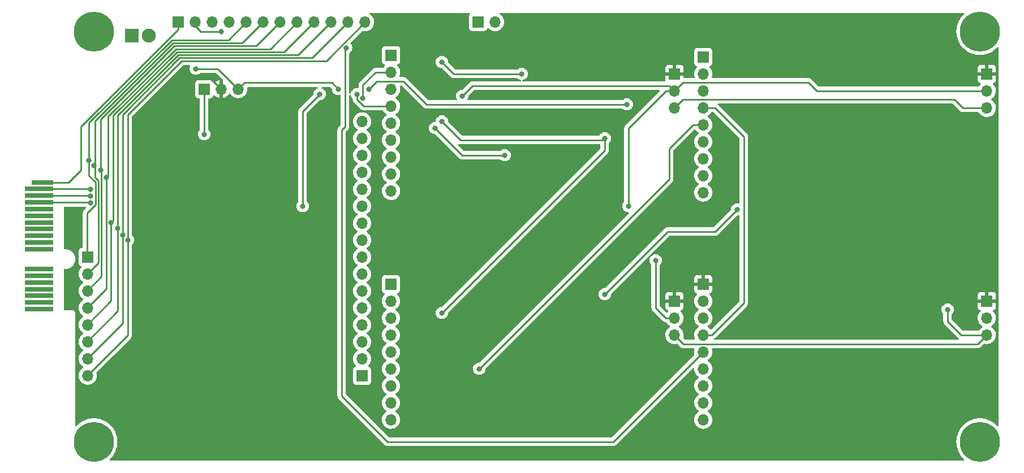
<source format=gbr>
%TF.GenerationSoftware,KiCad,Pcbnew,(6.0.0-0)*%
%TF.CreationDate,2022-05-04T11:48:16-04:00*%
%TF.ProjectId,ADC-Backplane,4144432d-4261-4636-9b70-6c616e652e6b,rev?*%
%TF.SameCoordinates,Original*%
%TF.FileFunction,Copper,L2,Bot*%
%TF.FilePolarity,Positive*%
%FSLAX46Y46*%
G04 Gerber Fmt 4.6, Leading zero omitted, Abs format (unit mm)*
G04 Created by KiCad (PCBNEW (6.0.0-0)) date 2022-05-04 11:48:16*
%MOMM*%
%LPD*%
G01*
G04 APERTURE LIST*
%TA.AperFunction,ComponentPad*%
%ADD10R,1.700000X1.700000*%
%TD*%
%TA.AperFunction,ComponentPad*%
%ADD11O,1.700000X1.700000*%
%TD*%
%TA.AperFunction,ConnectorPad*%
%ADD12R,4.300000X0.700000*%
%TD*%
%TA.AperFunction,ConnectorPad*%
%ADD13R,3.200000X0.700000*%
%TD*%
%TA.AperFunction,ComponentPad*%
%ADD14C,0.800000*%
%TD*%
%TA.AperFunction,ComponentPad*%
%ADD15C,6.000000*%
%TD*%
%TA.AperFunction,ComponentPad*%
%ADD16R,2.100000X2.100000*%
%TD*%
%TA.AperFunction,ComponentPad*%
%ADD17C,2.100000*%
%TD*%
%TA.AperFunction,ViaPad*%
%ADD18C,0.800000*%
%TD*%
%TA.AperFunction,Conductor*%
%ADD19C,0.250000*%
%TD*%
G04 APERTURE END LIST*
D10*
%TO.P,J13,1,Pin_1*%
%TO.N,BUS0*%
X86190000Y-100584000D03*
D11*
%TO.P,J13,2,Pin_2*%
%TO.N,BUS1*%
X86190000Y-103124000D03*
%TO.P,J13,3,Pin_3*%
%TO.N,BUS2*%
X86190000Y-105664000D03*
%TO.P,J13,4,Pin_4*%
%TO.N,BUS3*%
X86190000Y-108204000D03*
%TO.P,J13,5,Pin_5*%
%TO.N,BUS4*%
X86190000Y-110744000D03*
%TO.P,J13,6,Pin_6*%
%TO.N,BUS5*%
X86190000Y-113284000D03*
%TO.P,J13,7,Pin_7*%
%TO.N,BUS6*%
X86190000Y-115824000D03*
%TO.P,J13,8,Pin_8*%
%TO.N,BUS7*%
X86190000Y-118364000D03*
%TD*%
D12*
%TO.P,J15,A13,A13*%
%TO.N,unconnected-(J15-PadA13)*%
X78870000Y-103408000D03*
%TO.P,J15,A12,A12*%
%TO.N,unconnected-(J15-PadA12)*%
X78870000Y-102408000D03*
%TO.P,J15,A18,A18*%
%TO.N,unconnected-(J15-PadA18)*%
X78870000Y-108408000D03*
%TO.P,J15,A17,A17*%
%TO.N,unconnected-(J15-PadA17)*%
X78870000Y-107408000D03*
%TO.P,J15,A16,A16*%
%TO.N,unconnected-(J15-PadA16)*%
X78870000Y-106408000D03*
%TO.P,J15,A15,A15*%
%TO.N,unconnected-(J15-PadA15)*%
X78870000Y-105408000D03*
%TO.P,J15,A14,A14*%
%TO.N,unconnected-(J15-PadA14)*%
X78870000Y-104408000D03*
%TO.P,J15,A11,A11*%
%TO.N,unconnected-(J15-PadA11)*%
X78870000Y-99408000D03*
%TO.P,J15,A10,A10*%
%TO.N,unconnected-(J15-PadA10)*%
X78870000Y-98408000D03*
%TO.P,J15,A9,A09*%
%TO.N,unconnected-(J15-PadA9)*%
X78870000Y-97408000D03*
%TO.P,J15,A8,A08*%
%TO.N,unconnected-(J15-PadA8)*%
X78870000Y-96408000D03*
%TO.P,J15,A7,A07*%
%TO.N,unconnected-(J15-PadA7)*%
X78870000Y-95408000D03*
%TO.P,J15,A6,A06*%
%TO.N,unconnected-(J15-PadA6)*%
X78870000Y-94408000D03*
%TO.P,J15,A5,A05*%
%TO.N,unconnected-(J15-PadA5)*%
X78870000Y-93408000D03*
%TO.P,J15,A4,A04*%
%TO.N,Vrefox*%
X78870000Y-92408000D03*
%TO.P,J15,A3,A03*%
%TO.N,~{EOx}*%
X78870000Y-91408000D03*
%TO.P,J15,A2,A02*%
%TO.N,~{OE}*%
X78870000Y-90408000D03*
D13*
%TO.P,J15,A1,A01*%
%TO.N,+12V*%
X79420000Y-89408000D03*
%TD*%
D10*
%TO.P,J8,1,Pin_1*%
%TO.N,GND*%
X173990000Y-107188000D03*
D11*
%TO.P,J8,2,Pin_2*%
%TO.N,+12V*%
X173990000Y-109728000D03*
%TO.P,J8,3,Pin_3*%
%TO.N,+5V*%
X173990000Y-112268000D03*
%TD*%
D10*
%TO.P,J2,1,Pin_1*%
%TO.N,Net-(J2-Pad1)*%
X131597000Y-70368000D03*
D11*
%TO.P,J2,2,Pin_2*%
%TO.N,~{EOx}*%
X131597000Y-72908000D03*
%TO.P,J2,3,Pin_3*%
%TO.N,~{A3_GS}*%
X131597000Y-75448000D03*
%TO.P,J2,4,Pin_4*%
%TO.N,~{ANALOG_IN}*%
X131597000Y-77988000D03*
%TO.P,J2,5,Pin_5*%
%TO.N,Net-(J2-Pad5)*%
X131597000Y-80528000D03*
%TO.P,J2,6,Pin_6*%
%TO.N,Vrefox*%
X131597000Y-83068000D03*
%TO.P,J2,7,Pin_7*%
%TO.N,~{A3_2}*%
X131597000Y-85608000D03*
%TO.P,J2,8,Pin_8*%
%TO.N,~{A3_1}*%
X131597000Y-88148000D03*
%TO.P,J2,9,Pin_9*%
%TO.N,~{A3_0}*%
X131597000Y-90688000D03*
%TD*%
D10*
%TO.P,J5,1,Pin_1*%
%TO.N,+12V*%
X99765000Y-65395000D03*
D11*
%TO.P,J5,2,Pin_2*%
%TO.N,+5V*%
X102305000Y-65395000D03*
%TO.P,J5,3,Pin_3*%
%TO.N,GND*%
X104845000Y-65395000D03*
%TO.P,J5,4,Pin_4*%
%TO.N,~{OE}*%
X107385000Y-65395000D03*
%TO.P,J5,5,Pin_5*%
%TO.N,BUS0*%
X109925000Y-65395000D03*
%TO.P,J5,6,Pin_6*%
%TO.N,BUS1*%
X112465000Y-65395000D03*
%TO.P,J5,7,Pin_7*%
%TO.N,BUS2*%
X115005000Y-65395000D03*
%TO.P,J5,8,Pin_8*%
%TO.N,BUS3*%
X117545000Y-65395000D03*
%TO.P,J5,9,Pin_9*%
%TO.N,BUS4*%
X120085000Y-65395000D03*
%TO.P,J5,10,Pin_10*%
%TO.N,BUS5*%
X122625000Y-65395000D03*
%TO.P,J5,11,Pin_11*%
%TO.N,BUS6*%
X125165000Y-65395000D03*
%TO.P,J5,12,Pin_12*%
%TO.N,BUS7*%
X127705000Y-65395000D03*
%TD*%
D10*
%TO.P,J3,1,Pin_1*%
%TO.N,GND*%
X174015000Y-73167000D03*
D11*
%TO.P,J3,2,Pin_2*%
%TO.N,+12V*%
X174015000Y-75707000D03*
%TO.P,J3,3,Pin_3*%
%TO.N,+5V*%
X174015000Y-78247000D03*
%TD*%
D14*
%TO.P,REF\u002A\u002A,1*%
%TO.N,N/C*%
X88712990Y-129860990D03*
X88712990Y-126679010D03*
D15*
X87122000Y-128270000D03*
D14*
X87122000Y-130520000D03*
X87122000Y-126020000D03*
X89372000Y-128270000D03*
X84872000Y-128270000D03*
X85531010Y-126679010D03*
X85531010Y-129860990D03*
%TD*%
%TO.P,REF\u002A\u002A,1*%
%TO.N,N/C*%
X219710000Y-64552000D03*
X221960000Y-66802000D03*
X218119010Y-65211010D03*
X221300990Y-68392990D03*
X217460000Y-66802000D03*
D15*
X219710000Y-66802000D03*
D14*
X221300990Y-65211010D03*
X218119010Y-68392990D03*
X219710000Y-69052000D03*
%TD*%
D10*
%TO.P,J1,1,Pin_1*%
%TO.N,~{EOx}*%
X144610000Y-65390000D03*
D11*
%TO.P,J1,2,Pin_2*%
%TO.N,Vrefox*%
X147150000Y-65390000D03*
%TD*%
D10*
%TO.P,J9,1,Pin_1*%
%TO.N,GND*%
X178308000Y-104648000D03*
D11*
%TO.P,J9,2,Pin_2*%
%TO.N,Net-(J7-Pad1)*%
X178308000Y-107188000D03*
%TO.P,J9,3,Pin_3*%
%TO.N,~{A0_GS}*%
X178308000Y-109728000D03*
%TO.P,J9,4,Pin_4*%
%TO.N,~{ANALOG_IN}*%
X178308000Y-112268000D03*
%TO.P,J9,5,Pin_5*%
%TO.N,Net-(J9-Pad5)*%
X178308000Y-114808000D03*
%TO.P,J9,6,Pin_6*%
%TO.N,Net-(J7-Pad5)*%
X178308000Y-117348000D03*
%TO.P,J9,7,Pin_7*%
%TO.N,~{A0_2}*%
X178308000Y-119888000D03*
%TO.P,J9,8,Pin_8*%
%TO.N,~{A0_1}*%
X178308000Y-122428000D03*
%TO.P,J9,9,Pin_9*%
%TO.N,~{A0_0}*%
X178308000Y-124968000D03*
%TD*%
D10*
%TO.P,J6,1,Pin_1*%
%TO.N,GND*%
X220751000Y-73167000D03*
D11*
%TO.P,J6,2,Pin_2*%
%TO.N,+12V*%
X220751000Y-75707000D03*
%TO.P,J6,3,Pin_3*%
%TO.N,+5V*%
X220751000Y-78247000D03*
%TD*%
D14*
%TO.P,REF\u002A\u002A,1*%
%TO.N,N/C*%
X84872000Y-66802000D03*
D15*
X87122000Y-66802000D03*
D14*
X89372000Y-66802000D03*
X85531010Y-65211010D03*
X85531010Y-68392990D03*
X87122000Y-69052000D03*
X87122000Y-64552000D03*
X88712990Y-65211010D03*
X88712990Y-68392990D03*
%TD*%
%TO.P,REF\u002A\u002A,1*%
%TO.N,N/C*%
X219710000Y-130520000D03*
D15*
X219710000Y-128270000D03*
D14*
X221300990Y-129860990D03*
X217460000Y-128270000D03*
X218119010Y-126679010D03*
X218119010Y-129860990D03*
X221960000Y-128270000D03*
X221300990Y-126679010D03*
X219710000Y-126020000D03*
%TD*%
D10*
%TO.P,J12,1,Pin_1*%
%TO.N,~{A0_0}*%
X127254000Y-118364000D03*
D11*
%TO.P,J12,2,Pin_2*%
%TO.N,~{A0_1}*%
X127254000Y-115824000D03*
%TO.P,J12,3,Pin_3*%
%TO.N,~{A0_2}*%
X127254000Y-113284000D03*
%TO.P,J12,4,Pin_4*%
%TO.N,~{A0_GS}*%
X127254000Y-110744000D03*
%TO.P,J12,5,Pin_5*%
%TO.N,~{A1_0}*%
X127254000Y-108204000D03*
%TO.P,J12,6,Pin_6*%
%TO.N,~{A1_1}*%
X127254000Y-105664000D03*
%TO.P,J12,7,Pin_7*%
%TO.N,~{A1_2}*%
X127254000Y-103124000D03*
%TO.P,J12,8,Pin_8*%
%TO.N,~{A1_GS}*%
X127254000Y-100584000D03*
%TO.P,J12,9,Pin_9*%
%TO.N,~{A2_0}*%
X127254000Y-98044000D03*
%TO.P,J12,10,Pin_10*%
%TO.N,~{A2_1}*%
X127254000Y-95504000D03*
%TO.P,J12,11,Pin_11*%
%TO.N,~{A2_2}*%
X127254000Y-92964000D03*
%TO.P,J12,12,Pin_12*%
%TO.N,~{A2_GS}*%
X127254000Y-90424000D03*
%TO.P,J12,13,Pin_13*%
%TO.N,~{A3_0}*%
X127254000Y-87884000D03*
%TO.P,J12,14,Pin_14*%
%TO.N,~{A3_1}*%
X127254000Y-85344000D03*
%TO.P,J12,15,Pin_15*%
%TO.N,~{A3_2}*%
X127254000Y-82804000D03*
%TO.P,J12,16,Pin_16*%
%TO.N,~{A3_GS}*%
X127254000Y-80264000D03*
%TD*%
D16*
%TO.P,J14,1,Pin_1*%
%TO.N,~{ANALOG_IN}*%
X92820000Y-67424000D03*
D17*
%TO.P,J14,2,Pin_2*%
X95360000Y-67424000D03*
%TD*%
D10*
%TO.P,J7,1,Pin_1*%
%TO.N,Net-(J7-Pad1)*%
X131572000Y-104648000D03*
D11*
%TO.P,J7,2,Pin_2*%
%TO.N,Net-(J4-Pad1)*%
X131572000Y-107188000D03*
%TO.P,J7,3,Pin_3*%
%TO.N,~{A1_GS}*%
X131572000Y-109728000D03*
%TO.P,J7,4,Pin_4*%
%TO.N,~{ANALOG_IN}*%
X131572000Y-112268000D03*
%TO.P,J7,5,Pin_5*%
%TO.N,Net-(J7-Pad5)*%
X131572000Y-114808000D03*
%TO.P,J7,6,Pin_6*%
%TO.N,Net-(J4-Pad5)*%
X131572000Y-117348000D03*
%TO.P,J7,7,Pin_7*%
%TO.N,~{A1_2}*%
X131572000Y-119888000D03*
%TO.P,J7,8,Pin_8*%
%TO.N,~{A1_1}*%
X131572000Y-122428000D03*
%TO.P,J7,9,Pin_9*%
%TO.N,~{A1_0}*%
X131572000Y-124968000D03*
%TD*%
D10*
%TO.P,J10,1,Pin_1*%
%TO.N,GND*%
X220751000Y-107188000D03*
D11*
%TO.P,J10,2,Pin_2*%
%TO.N,+12V*%
X220751000Y-109728000D03*
%TO.P,J10,3,Pin_3*%
%TO.N,+5V*%
X220751000Y-112268000D03*
%TD*%
D10*
%TO.P,J4,1,Pin_1*%
%TO.N,Net-(J4-Pad1)*%
X178308000Y-70612000D03*
D11*
%TO.P,J4,2,Pin_2*%
%TO.N,Net-(J2-Pad1)*%
X178308000Y-73152000D03*
%TO.P,J4,3,Pin_3*%
%TO.N,~{A2_GS}*%
X178308000Y-75692000D03*
%TO.P,J4,4,Pin_4*%
%TO.N,~{ANALOG_IN}*%
X178308000Y-78232000D03*
%TO.P,J4,5,Pin_5*%
%TO.N,Net-(J4-Pad5)*%
X178308000Y-80772000D03*
%TO.P,J4,6,Pin_6*%
%TO.N,Net-(J2-Pad5)*%
X178308000Y-83312000D03*
%TO.P,J4,7,Pin_7*%
%TO.N,~{A2_2}*%
X178308000Y-85852000D03*
%TO.P,J4,8,Pin_8*%
%TO.N,~{A2_1}*%
X178308000Y-88392000D03*
%TO.P,J4,9,Pin_9*%
%TO.N,~{A2_0}*%
X178308000Y-90932000D03*
%TD*%
D10*
%TO.P,J11,1,Pin_1*%
%TO.N,~{OE}*%
X103632000Y-75438000D03*
D11*
%TO.P,J11,2,Pin_2*%
%TO.N,GND*%
X106172000Y-75438000D03*
%TO.P,J11,3,Pin_3*%
%TO.N,+5V*%
X108712000Y-75438000D03*
%TD*%
D18*
%TO.N,+5V*%
X118364000Y-92964000D03*
X120904000Y-76200000D03*
%TO.N,GND*%
X100584000Y-73406000D03*
X106172000Y-94234000D03*
%TO.N,BUS7*%
X92202000Y-98044000D03*
%TO.N,BUS6*%
X91440000Y-97282000D03*
%TO.N,BUS5*%
X90678000Y-96266000D03*
%TO.N,BUS4*%
X89700896Y-95465104D03*
%TO.N,BUS3*%
X88976394Y-88638832D03*
%TO.N,BUS2*%
X88176448Y-87591552D03*
%TO.N,BUS1*%
X87122000Y-86867052D03*
%TO.N,BUS0*%
X86360000Y-86106000D03*
%TO.N,Vrefox*%
X86614000Y-92456000D03*
%TO.N,~{EOx}*%
X86614000Y-91440000D03*
X127381000Y-76835000D03*
%TO.N,~{OE}*%
X103630000Y-82220000D03*
X86614000Y-90424000D03*
%TO.N,GND*%
X134620000Y-76962000D03*
X125984000Y-73660000D03*
X137160000Y-76454000D03*
%TO.N,+5V*%
X123698000Y-75438000D03*
X128270000Y-75438000D03*
X166878000Y-77724000D03*
X106172000Y-66802000D03*
X102369116Y-72397115D03*
%TO.N,+12V*%
X142240000Y-76454000D03*
%TO.N,~{ANALOG_IN}*%
X126492000Y-76200000D03*
%TO.N,+12V*%
X171196000Y-101092000D03*
X167132000Y-92964000D03*
%TO.N,Net-(J9-Pad5)*%
X124875299Y-69249299D03*
%TO.N,Net-(J4-Pad5)*%
X144780000Y-117348000D03*
%TO.N,~{ANALOG_IN}*%
X139192000Y-108966000D03*
%TO.N,Net-(J4-Pad1)*%
X163576000Y-106172000D03*
X183388000Y-93472000D03*
%TO.N,Net-(J2-Pad1)*%
X151130000Y-73152000D03*
X139192000Y-71374000D03*
%TO.N,~{ANALOG_IN}*%
X139192000Y-80264000D03*
X163576000Y-82804000D03*
%TO.N,Net-(J2-Pad5)*%
X138176000Y-81280000D03*
X148590000Y-85344000D03*
%TO.N,+5V*%
X214884000Y-108458000D03*
%TD*%
D19*
%TO.N,+5V*%
X118364000Y-78740000D02*
X120904000Y-76200000D01*
X122740490Y-74480490D02*
X123698000Y-75438000D01*
X108712000Y-75438000D02*
X109669510Y-74480490D01*
X109669510Y-74480490D02*
X122740490Y-74480490D01*
X118364000Y-92964000D02*
X118364000Y-78740000D01*
%TO.N,GND*%
X100584000Y-73406000D02*
X104140000Y-73406000D01*
X104140000Y-73406000D02*
X106172000Y-75438000D01*
X106172000Y-94234000D02*
X106172000Y-75438000D01*
%TO.N,BUS7*%
X127705000Y-65395000D02*
X121881423Y-71218577D01*
X100231423Y-71218577D02*
X92202000Y-79248000D01*
X92202000Y-79248000D02*
X92202000Y-112268000D01*
X121881423Y-71218577D02*
X100231423Y-71218577D01*
X92202000Y-112268000D02*
X86106000Y-118364000D01*
%TO.N,BUS6*%
X86106000Y-115824000D02*
X91440000Y-110490000D01*
X119790934Y-70769066D02*
X125165000Y-65395000D01*
X91440000Y-110490000D02*
X91440000Y-79248000D01*
X91440000Y-79248000D02*
X99918934Y-70769066D01*
X99918934Y-70769066D02*
X119790934Y-70769066D01*
%TO.N,BUS4*%
X89700896Y-95465104D02*
X90014088Y-95151912D01*
X90014088Y-95151912D02*
X90014088Y-79402504D01*
X90014088Y-79402504D02*
X99546548Y-69870044D01*
X99546548Y-69870044D02*
X115609957Y-69870043D01*
X115609957Y-69870043D02*
X120085000Y-65395000D01*
%TO.N,BUS3*%
X117545000Y-65395000D02*
X113519467Y-69420533D01*
X99360354Y-69420534D02*
X89251383Y-79529505D01*
X113519467Y-69420533D02*
X99360354Y-69420534D01*
X89251383Y-88363843D02*
X88976394Y-88638832D01*
X89251383Y-79529505D02*
X89251383Y-88363843D01*
%TO.N,BUS2*%
X88176448Y-87591552D02*
X88176448Y-79968736D01*
X88176448Y-79968736D02*
X99174161Y-68971023D01*
X111428977Y-68971023D02*
X115005000Y-65395000D01*
X99174161Y-68971023D02*
X111428977Y-68971023D01*
%TO.N,BUS0*%
X86106000Y-100584000D02*
X86106000Y-93988600D01*
X86106000Y-93988600D02*
X87352873Y-92741727D01*
X87352873Y-92741727D02*
X87352875Y-89394883D01*
X87352875Y-89394883D02*
X86368599Y-88410607D01*
X98801775Y-68072001D02*
X107248000Y-68072000D01*
X86368599Y-88410607D02*
X86368599Y-80505177D01*
X86368599Y-80505177D02*
X98801775Y-68072001D01*
X107248000Y-68072000D02*
X109925000Y-65395000D01*
%TO.N,BUS1*%
X86106000Y-103124000D02*
X87802384Y-101427616D01*
X109338488Y-68521512D02*
X112465000Y-65395000D01*
X87802384Y-101427616D02*
X87802385Y-89208689D01*
X87802385Y-89208689D02*
X87280511Y-88686815D01*
X87280511Y-88686815D02*
X87280511Y-80228969D01*
X87280511Y-80228969D02*
X98987968Y-68521512D01*
X98987968Y-68521512D02*
X109338488Y-68521512D01*
%TO.N,BUS5*%
X90712507Y-79339789D02*
X99732743Y-70319553D01*
X117700447Y-70319553D02*
X122625000Y-65395000D01*
X90712507Y-108677493D02*
X90712507Y-79339789D01*
X99732743Y-70319553D02*
X117700447Y-70319553D01*
X86106000Y-113284000D02*
X90712507Y-108677493D01*
%TO.N,+12V*%
X99765000Y-66495000D02*
X99765000Y-65395000D01*
X79420000Y-89408000D02*
X83346804Y-89408000D01*
X85140000Y-81098072D02*
X98615582Y-67622490D01*
X98615582Y-67622490D02*
X98637509Y-67622491D01*
X83346804Y-89408000D02*
X85140000Y-87614804D01*
X98637509Y-67622491D02*
X99765000Y-66495000D01*
X85140000Y-87614804D02*
X85140000Y-81098072D01*
%TO.N,+5V*%
X108712000Y-75438000D02*
X105671115Y-72397115D01*
X105671115Y-72397115D02*
X102369116Y-72397115D01*
%TO.N,BUS3*%
X88976394Y-105333606D02*
X88976394Y-88638832D01*
%TO.N,BUS2*%
X86106000Y-105664000D02*
X88251893Y-103518107D01*
%TO.N,BUS3*%
X86106000Y-108204000D02*
X88976394Y-105333606D01*
%TO.N,BUS2*%
X88251895Y-87666999D02*
X88176448Y-87591552D01*
X88251895Y-88338731D02*
X88251895Y-87666999D01*
X88251893Y-88338733D02*
X88251895Y-88338731D01*
X88251893Y-103518107D02*
X88251893Y-88338733D01*
%TO.N,BUS4*%
X89700896Y-107149104D02*
X89700896Y-95465104D01*
X86106000Y-110744000D02*
X89700896Y-107149104D01*
%TO.N,~{OE}*%
X78870000Y-90408000D02*
X86598000Y-90408000D01*
X86598000Y-90408000D02*
X86614000Y-90424000D01*
%TO.N,~{EOx}*%
X78870000Y-91408000D02*
X86582000Y-91408000D01*
X86582000Y-91408000D02*
X86614000Y-91440000D01*
%TO.N,Vrefox*%
X78870000Y-92408000D02*
X86566000Y-92408000D01*
X86566000Y-92408000D02*
X86614000Y-92456000D01*
%TO.N,~{EOx}*%
X127381000Y-76835000D02*
X127381000Y-74803000D01*
X129276000Y-72908000D02*
X131597000Y-72908000D01*
X127381000Y-74803000D02*
X129276000Y-72908000D01*
%TO.N,~{ANALOG_IN}*%
X126492000Y-76970600D02*
X126492000Y-76200000D01*
X131597000Y-77988000D02*
X127509400Y-77988000D01*
X127509400Y-77988000D02*
X126492000Y-76970600D01*
%TO.N,~{OE}*%
X103630000Y-82220000D02*
X103632000Y-82218000D01*
X103632000Y-82218000D02*
X103632000Y-75438000D01*
%TO.N,GND*%
X125984000Y-73660000D02*
X127000000Y-73660000D01*
X128270000Y-72390000D02*
X129032000Y-71628000D01*
X129032000Y-71628000D02*
X129032000Y-69088000D01*
X137922000Y-75692000D02*
X137160000Y-76454000D01*
X130556000Y-67818000D02*
X134620000Y-67818000D01*
X137922000Y-71120000D02*
X137922000Y-73660000D01*
X134620000Y-67818000D02*
X135890000Y-69088000D01*
X127000000Y-73660000D02*
X128270000Y-72390000D01*
X129032000Y-69088000D02*
X130302000Y-67818000D01*
X130302000Y-67818000D02*
X130556000Y-67818000D01*
X135890000Y-69088000D02*
X137922000Y-71120000D01*
X137922000Y-73660000D02*
X137922000Y-75692000D01*
%TO.N,+5V*%
X133455489Y-74273489D02*
X133604000Y-74422000D01*
X136906000Y-77724000D02*
X145288000Y-77724000D01*
X128270000Y-75438000D02*
X129434511Y-74273489D01*
X133604000Y-74422000D02*
X136906000Y-77724000D01*
X129434511Y-74273489D02*
X133455489Y-74273489D01*
X145288000Y-77724000D02*
X166878000Y-77724000D01*
X106172000Y-66802000D02*
X103124000Y-66802000D01*
X103124000Y-66802000D02*
X102305000Y-65983000D01*
X102305000Y-65983000D02*
X102305000Y-65395000D01*
X173990000Y-112268000D02*
X175355489Y-113633489D01*
X175355489Y-113633489D02*
X219360511Y-113633489D01*
X219360511Y-113633489D02*
X220726000Y-112268000D01*
X220726000Y-112268000D02*
X220751000Y-112268000D01*
X174015000Y-78247000D02*
X175300000Y-76962000D01*
X175300000Y-76962000D02*
X215900000Y-76962000D01*
X215900000Y-76962000D02*
X217185000Y-78247000D01*
X217185000Y-78247000D02*
X220751000Y-78247000D01*
%TO.N,+12V*%
X142240000Y-76454000D02*
X143764000Y-74930000D01*
X143764000Y-74930000D02*
X173238000Y-74930000D01*
X173238000Y-74930000D02*
X174015000Y-75707000D01*
%TO.N,Net-(J9-Pad5)*%
X124714000Y-69410598D02*
X124875299Y-69249299D01*
X124714000Y-81026000D02*
X124714000Y-69410598D01*
X164846000Y-128270000D02*
X131064000Y-128270000D01*
X131064000Y-128270000D02*
X124206000Y-121412000D01*
X124206000Y-81534000D02*
X124714000Y-81026000D01*
X178308000Y-114808000D02*
X164846000Y-128270000D01*
X124206000Y-121412000D02*
X124206000Y-81534000D01*
%TO.N,+12V*%
X174015000Y-75707000D02*
X175300000Y-74422000D01*
X175300000Y-74422000D02*
X194056000Y-74422000D01*
X194056000Y-74422000D02*
X195341000Y-75707000D01*
X195341000Y-75707000D02*
X220751000Y-75707000D01*
X172720000Y-109728000D02*
X171958000Y-108966000D01*
X171958000Y-108966000D02*
X171196000Y-108204000D01*
X173990000Y-109728000D02*
X172720000Y-109728000D01*
X171196000Y-108204000D02*
X171196000Y-103124000D01*
X167132000Y-81280000D02*
X172705000Y-75707000D01*
X171196000Y-103124000D02*
X171196000Y-101092000D01*
X172705000Y-75707000D02*
X174015000Y-75707000D01*
X167132000Y-92964000D02*
X167132000Y-81280000D01*
%TO.N,~{ANALOG_IN}*%
X178308000Y-112268000D02*
X179578000Y-112268000D01*
X179578000Y-112268000D02*
X184404000Y-107442000D01*
X184404000Y-107442000D02*
X184404000Y-82550000D01*
X184404000Y-82550000D02*
X180086000Y-78232000D01*
X180086000Y-78232000D02*
X178308000Y-78232000D01*
%TO.N,Net-(J4-Pad5)*%
X173228000Y-88900000D02*
X173228000Y-84328000D01*
X144780000Y-117348000D02*
X173228000Y-88900000D01*
X173228000Y-84328000D02*
X176784000Y-80772000D01*
X176784000Y-80772000D02*
X178308000Y-80772000D01*
%TO.N,~{ANALOG_IN}*%
X139192000Y-108966000D02*
X163576000Y-84582000D01*
X163576000Y-84582000D02*
X163576000Y-82804000D01*
%TO.N,Net-(J4-Pad1)*%
X163576000Y-106172000D02*
X172974000Y-96774000D01*
X179070000Y-96774000D02*
X180086000Y-96774000D01*
X172974000Y-96774000D02*
X179070000Y-96774000D01*
X180086000Y-96774000D02*
X183388000Y-93472000D01*
%TO.N,Net-(J2-Pad1)*%
X139192000Y-71374000D02*
X140970000Y-73152000D01*
X140970000Y-73152000D02*
X142240000Y-73152000D01*
X142240000Y-73152000D02*
X151130000Y-73152000D01*
%TO.N,~{ANALOG_IN}*%
X139192000Y-80264000D02*
X141986000Y-83058000D01*
X163322000Y-83058000D02*
X163576000Y-82804000D01*
X141986000Y-83058000D02*
X143510000Y-83058000D01*
X143510000Y-83058000D02*
X163322000Y-83058000D01*
%TO.N,Net-(J2-Pad5)*%
X142240000Y-85344000D02*
X148590000Y-85344000D01*
X138176000Y-81280000D02*
X142240000Y-85344000D01*
%TO.N,+5V*%
X214884000Y-108458000D02*
X214884000Y-110236000D01*
X214884000Y-110236000D02*
X216916000Y-112268000D01*
X216916000Y-112268000D02*
X220751000Y-112268000D01*
%TD*%
%TA.AperFunction,Conductor*%
%TO.N,GND*%
G36*
X143339432Y-64028002D02*
G01*
X143385925Y-64081658D01*
X143396029Y-64151932D01*
X143372137Y-64209565D01*
X143332240Y-64262800D01*
X143309385Y-64293295D01*
X143258255Y-64429684D01*
X143251500Y-64491866D01*
X143251500Y-66288134D01*
X143258255Y-66350316D01*
X143309385Y-66486705D01*
X143396739Y-66603261D01*
X143513295Y-66690615D01*
X143649684Y-66741745D01*
X143711866Y-66748500D01*
X145508134Y-66748500D01*
X145570316Y-66741745D01*
X145706705Y-66690615D01*
X145823261Y-66603261D01*
X145910615Y-66486705D01*
X145928435Y-66439171D01*
X145954598Y-66369382D01*
X145997240Y-66312618D01*
X146063802Y-66287918D01*
X146133150Y-66303126D01*
X146167817Y-66331114D01*
X146196250Y-66363938D01*
X146368126Y-66506632D01*
X146561000Y-66619338D01*
X146565825Y-66621180D01*
X146565826Y-66621181D01*
X146578920Y-66626181D01*
X146769692Y-66699030D01*
X146774760Y-66700061D01*
X146774763Y-66700062D01*
X146866323Y-66718690D01*
X146988597Y-66743567D01*
X146993772Y-66743757D01*
X146993774Y-66743757D01*
X147206673Y-66751564D01*
X147206677Y-66751564D01*
X147211837Y-66751753D01*
X147216957Y-66751097D01*
X147216959Y-66751097D01*
X147428288Y-66724025D01*
X147428289Y-66724025D01*
X147433416Y-66723368D01*
X147448512Y-66718839D01*
X147642429Y-66660661D01*
X147642434Y-66660659D01*
X147647384Y-66659174D01*
X147847994Y-66560896D01*
X148029860Y-66431173D01*
X148188096Y-66273489D01*
X148219743Y-66229448D01*
X148315435Y-66096277D01*
X148318453Y-66092077D01*
X148328603Y-66071541D01*
X148415136Y-65896453D01*
X148415137Y-65896451D01*
X148417430Y-65891811D01*
X148449900Y-65784940D01*
X148480865Y-65683023D01*
X148480865Y-65683021D01*
X148482370Y-65678069D01*
X148511529Y-65456590D01*
X148513156Y-65390000D01*
X148494852Y-65167361D01*
X148440431Y-64950702D01*
X148351354Y-64745840D01*
X148306975Y-64677240D01*
X148232822Y-64562617D01*
X148232820Y-64562614D01*
X148230014Y-64558277D01*
X148079670Y-64393051D01*
X148075619Y-64389852D01*
X148075615Y-64389848D01*
X147908414Y-64257800D01*
X147908410Y-64257798D01*
X147904359Y-64254598D01*
X147899835Y-64252100D01*
X147899831Y-64252098D01*
X147885721Y-64244309D01*
X147835749Y-64193877D01*
X147820977Y-64124435D01*
X147846092Y-64058029D01*
X147903123Y-64015743D01*
X147946613Y-64008000D01*
X217238041Y-64008000D01*
X217306162Y-64028002D01*
X217352655Y-64081658D01*
X217362759Y-64151932D01*
X217333265Y-64216512D01*
X217327136Y-64223095D01*
X217099098Y-64451133D01*
X216867668Y-64736925D01*
X216858794Y-64750590D01*
X216722335Y-64960720D01*
X216667380Y-65045343D01*
X216665885Y-65048277D01*
X216665881Y-65048284D01*
X216602661Y-65172361D01*
X216500427Y-65373006D01*
X216368639Y-65716326D01*
X216273459Y-66071541D01*
X216263297Y-66135703D01*
X216225494Y-66374382D01*
X216215931Y-66434759D01*
X216196685Y-66802000D01*
X216215931Y-67169241D01*
X216216444Y-67172481D01*
X216216445Y-67172489D01*
X216229828Y-67256984D01*
X216273459Y-67532459D01*
X216368639Y-67887674D01*
X216500427Y-68230994D01*
X216501925Y-68233934D01*
X216664348Y-68552706D01*
X216667380Y-68558657D01*
X216669176Y-68561423D01*
X216669178Y-68561426D01*
X216770905Y-68718073D01*
X216867668Y-68867075D01*
X217099098Y-69152867D01*
X217359133Y-69412902D01*
X217644925Y-69644332D01*
X217953342Y-69844620D01*
X217956276Y-69846115D01*
X217956283Y-69846119D01*
X218117308Y-69928165D01*
X218281006Y-70011573D01*
X218624326Y-70143361D01*
X218979541Y-70238541D01*
X219172558Y-70269112D01*
X219339511Y-70295555D01*
X219339519Y-70295556D01*
X219342759Y-70296069D01*
X219710000Y-70315315D01*
X220077241Y-70296069D01*
X220080481Y-70295556D01*
X220080489Y-70295555D01*
X220247442Y-70269112D01*
X220440459Y-70238541D01*
X220795674Y-70143361D01*
X221138994Y-70011573D01*
X221302692Y-69928165D01*
X221463717Y-69846119D01*
X221463724Y-69846115D01*
X221466658Y-69844620D01*
X221775075Y-69644332D01*
X222060867Y-69412902D01*
X222288905Y-69184864D01*
X222351217Y-69150838D01*
X222422032Y-69155903D01*
X222478868Y-69198450D01*
X222503679Y-69264970D01*
X222504000Y-69273959D01*
X222504000Y-125798041D01*
X222483998Y-125866162D01*
X222430342Y-125912655D01*
X222360068Y-125922759D01*
X222295488Y-125893265D01*
X222288905Y-125887136D01*
X222060867Y-125659098D01*
X221775075Y-125427668D01*
X221518464Y-125261023D01*
X221469427Y-125229178D01*
X221469424Y-125229176D01*
X221466658Y-125227380D01*
X221463724Y-125225885D01*
X221463717Y-125225881D01*
X221141934Y-125061925D01*
X221138994Y-125060427D01*
X220889476Y-124964646D01*
X220798764Y-124929825D01*
X220798762Y-124929824D01*
X220795674Y-124928639D01*
X220440459Y-124833459D01*
X220247442Y-124802888D01*
X220080489Y-124776445D01*
X220080481Y-124776444D01*
X220077241Y-124775931D01*
X219710000Y-124756685D01*
X219342759Y-124775931D01*
X219339519Y-124776444D01*
X219339511Y-124776445D01*
X219172558Y-124802888D01*
X218979541Y-124833459D01*
X218624326Y-124928639D01*
X218621238Y-124929824D01*
X218621236Y-124929825D01*
X218530524Y-124964646D01*
X218281006Y-125060427D01*
X218278066Y-125061925D01*
X217956284Y-125225881D01*
X217956277Y-125225885D01*
X217953343Y-125227380D01*
X217950577Y-125229176D01*
X217950574Y-125229178D01*
X217901537Y-125261023D01*
X217644925Y-125427668D01*
X217359133Y-125659098D01*
X217099098Y-125919133D01*
X216867668Y-126204925D01*
X216667380Y-126513343D01*
X216500427Y-126841006D01*
X216368639Y-127184326D01*
X216273459Y-127539541D01*
X216215931Y-127902759D01*
X216196685Y-128270000D01*
X216215931Y-128637241D01*
X216216444Y-128640481D01*
X216216445Y-128640489D01*
X216225368Y-128696827D01*
X216273459Y-129000459D01*
X216368639Y-129355674D01*
X216500427Y-129698994D01*
X216667380Y-130026657D01*
X216867668Y-130335075D01*
X217099098Y-130620867D01*
X217327136Y-130848905D01*
X217361162Y-130911217D01*
X217356097Y-130982032D01*
X217313550Y-131038868D01*
X217247030Y-131063679D01*
X217238041Y-131064000D01*
X89593959Y-131064000D01*
X89525838Y-131043998D01*
X89479345Y-130990342D01*
X89469241Y-130920068D01*
X89498735Y-130855488D01*
X89504864Y-130848905D01*
X89732902Y-130620867D01*
X89964332Y-130335075D01*
X90164620Y-130026657D01*
X90331573Y-129698994D01*
X90463361Y-129355674D01*
X90558541Y-129000459D01*
X90606632Y-128696827D01*
X90615555Y-128640489D01*
X90615556Y-128640481D01*
X90616069Y-128637241D01*
X90635315Y-128270000D01*
X90616069Y-127902759D01*
X90558541Y-127539541D01*
X90463361Y-127184326D01*
X90331573Y-126841006D01*
X90164620Y-126513343D01*
X89964332Y-126204925D01*
X89732902Y-125919133D01*
X89472867Y-125659098D01*
X89187075Y-125427668D01*
X88930464Y-125261023D01*
X88881427Y-125229178D01*
X88881424Y-125229176D01*
X88878658Y-125227380D01*
X88875724Y-125225885D01*
X88875717Y-125225881D01*
X88553934Y-125061925D01*
X88550994Y-125060427D01*
X88301476Y-124964646D01*
X88210764Y-124929825D01*
X88210762Y-124929824D01*
X88207674Y-124928639D01*
X87852459Y-124833459D01*
X87659442Y-124802888D01*
X87492489Y-124776445D01*
X87492481Y-124776444D01*
X87489241Y-124775931D01*
X87122000Y-124756685D01*
X86754759Y-124775931D01*
X86751519Y-124776444D01*
X86751511Y-124776445D01*
X86584558Y-124802888D01*
X86391541Y-124833459D01*
X86036326Y-124928639D01*
X86033238Y-124929824D01*
X86033236Y-124929825D01*
X85942524Y-124964646D01*
X85693006Y-125060427D01*
X85690066Y-125061925D01*
X85368284Y-125225881D01*
X85368277Y-125225885D01*
X85365343Y-125227380D01*
X85362577Y-125229176D01*
X85362574Y-125229178D01*
X85313537Y-125261023D01*
X85056925Y-125427668D01*
X84771133Y-125659098D01*
X84543095Y-125887136D01*
X84480783Y-125921162D01*
X84409968Y-125916097D01*
X84353132Y-125873550D01*
X84328321Y-125807030D01*
X84328000Y-125798041D01*
X84328000Y-109066702D01*
X84328002Y-109065932D01*
X84328421Y-108997322D01*
X84328476Y-108988348D01*
X84326010Y-108979719D01*
X84326009Y-108979714D01*
X84320361Y-108959952D01*
X84316783Y-108943191D01*
X84313870Y-108922848D01*
X84313867Y-108922838D01*
X84312595Y-108913955D01*
X84301979Y-108890605D01*
X84295536Y-108873093D01*
X84290954Y-108857063D01*
X84288488Y-108848435D01*
X84272726Y-108823452D01*
X84264596Y-108808386D01*
X84252367Y-108781490D01*
X84235626Y-108762061D01*
X84224521Y-108747053D01*
X84215630Y-108732961D01*
X84210840Y-108725369D01*
X84188703Y-108705818D01*
X84176659Y-108693626D01*
X84163239Y-108678051D01*
X84163237Y-108678050D01*
X84157381Y-108671253D01*
X84149853Y-108666374D01*
X84149850Y-108666371D01*
X84135861Y-108657304D01*
X84120987Y-108646014D01*
X84108502Y-108634988D01*
X84101772Y-108629044D01*
X84093646Y-108625229D01*
X84093645Y-108625228D01*
X84087979Y-108622568D01*
X84075034Y-108616490D01*
X84060065Y-108608176D01*
X84035273Y-108592107D01*
X84010709Y-108584761D01*
X83993264Y-108578099D01*
X83985613Y-108574507D01*
X83970052Y-108567201D01*
X83940870Y-108562657D01*
X83924151Y-108558874D01*
X83904464Y-108552986D01*
X83904461Y-108552985D01*
X83895859Y-108550413D01*
X83886884Y-108550358D01*
X83886883Y-108550358D01*
X83880190Y-108550317D01*
X83861444Y-108550203D01*
X83860672Y-108550170D01*
X83859577Y-108550000D01*
X83828702Y-108550000D01*
X83827932Y-108549998D01*
X83754284Y-108549548D01*
X83754283Y-108549548D01*
X83750348Y-108549524D01*
X83749004Y-108549908D01*
X83747659Y-108550000D01*
X82746000Y-108550000D01*
X82677879Y-108529998D01*
X82631386Y-108476342D01*
X82620000Y-108424000D01*
X82620000Y-102492000D01*
X82640002Y-102423879D01*
X82693658Y-102377386D01*
X82746000Y-102366000D01*
X82816793Y-102366000D01*
X82837697Y-102367746D01*
X82857461Y-102371071D01*
X82863537Y-102371145D01*
X82865131Y-102371165D01*
X82865136Y-102371165D01*
X82870000Y-102371224D01*
X82874821Y-102370533D01*
X82874826Y-102370533D01*
X82877123Y-102370204D01*
X82885103Y-102369319D01*
X82941917Y-102364848D01*
X83098787Y-102352502D01*
X83103594Y-102351348D01*
X83103600Y-102351347D01*
X83244754Y-102317459D01*
X83321940Y-102298928D01*
X83326513Y-102297034D01*
X83529391Y-102212999D01*
X83529395Y-102212997D01*
X83533965Y-102211104D01*
X83729641Y-102091194D01*
X83733396Y-102087987D01*
X83733400Y-102087984D01*
X83900393Y-101945357D01*
X83904149Y-101942149D01*
X83977901Y-101855797D01*
X84049984Y-101771400D01*
X84049987Y-101771396D01*
X84053194Y-101767641D01*
X84173104Y-101571965D01*
X84177547Y-101561240D01*
X84259034Y-101364513D01*
X84259035Y-101364511D01*
X84260928Y-101359940D01*
X84298601Y-101203020D01*
X84313347Y-101141600D01*
X84313348Y-101141594D01*
X84314502Y-101136787D01*
X84332508Y-100908000D01*
X84314502Y-100679213D01*
X84307631Y-100650590D01*
X84262083Y-100460872D01*
X84260928Y-100456060D01*
X84259034Y-100451487D01*
X84174999Y-100248609D01*
X84174997Y-100248605D01*
X84173104Y-100244035D01*
X84053194Y-100048359D01*
X84049987Y-100044604D01*
X84049984Y-100044600D01*
X83907357Y-99877607D01*
X83904149Y-99873851D01*
X83766887Y-99756617D01*
X83733400Y-99728016D01*
X83733396Y-99728013D01*
X83729641Y-99724806D01*
X83533965Y-99604896D01*
X83529395Y-99603003D01*
X83529391Y-99603001D01*
X83326513Y-99518966D01*
X83326511Y-99518965D01*
X83321940Y-99517072D01*
X83232931Y-99495703D01*
X83103600Y-99464653D01*
X83103594Y-99464652D01*
X83098787Y-99463498D01*
X82905377Y-99448276D01*
X82894363Y-99446918D01*
X82887340Y-99445736D01*
X82887331Y-99445735D01*
X82882539Y-99444929D01*
X82876211Y-99444852D01*
X82874859Y-99444835D01*
X82874855Y-99444835D01*
X82870000Y-99444776D01*
X82843313Y-99448598D01*
X82842412Y-99448727D01*
X82824549Y-99450000D01*
X82746000Y-99450000D01*
X82677879Y-99429998D01*
X82631386Y-99376342D01*
X82620000Y-99324000D01*
X82620000Y-93167500D01*
X82640002Y-93099379D01*
X82693658Y-93052886D01*
X82746000Y-93041500D01*
X85853005Y-93041500D01*
X85921126Y-93061502D01*
X85967619Y-93115158D01*
X85977723Y-93185432D01*
X85948229Y-93250012D01*
X85942100Y-93256595D01*
X85713747Y-93484948D01*
X85705461Y-93492488D01*
X85698982Y-93496600D01*
X85693557Y-93502377D01*
X85652357Y-93546251D01*
X85649602Y-93549093D01*
X85629865Y-93568830D01*
X85627385Y-93572027D01*
X85619682Y-93581047D01*
X85589414Y-93613279D01*
X85585595Y-93620225D01*
X85585593Y-93620228D01*
X85579652Y-93631034D01*
X85568801Y-93647553D01*
X85556386Y-93663559D01*
X85553241Y-93670828D01*
X85553238Y-93670832D01*
X85538826Y-93704137D01*
X85533609Y-93714787D01*
X85512305Y-93753540D01*
X85510334Y-93761215D01*
X85510334Y-93761216D01*
X85507267Y-93773162D01*
X85500863Y-93791866D01*
X85492819Y-93810455D01*
X85491580Y-93818278D01*
X85491577Y-93818288D01*
X85485901Y-93854124D01*
X85483495Y-93865744D01*
X85476625Y-93892502D01*
X85472500Y-93908570D01*
X85472500Y-93928824D01*
X85470949Y-93948534D01*
X85467780Y-93968543D01*
X85468526Y-93976435D01*
X85471941Y-94012561D01*
X85472500Y-94024419D01*
X85472500Y-99099500D01*
X85452498Y-99167621D01*
X85398842Y-99214114D01*
X85346500Y-99225500D01*
X85291866Y-99225500D01*
X85229684Y-99232255D01*
X85093295Y-99283385D01*
X84976739Y-99370739D01*
X84889385Y-99487295D01*
X84838255Y-99623684D01*
X84831500Y-99685866D01*
X84831500Y-101482134D01*
X84838255Y-101544316D01*
X84889385Y-101680705D01*
X84976739Y-101797261D01*
X85093295Y-101884615D01*
X85101704Y-101887767D01*
X85101705Y-101887768D01*
X85210451Y-101928535D01*
X85267216Y-101971176D01*
X85291916Y-102037738D01*
X85276709Y-102107087D01*
X85257316Y-102133568D01*
X85130629Y-102266138D01*
X85004743Y-102450680D01*
X84910688Y-102653305D01*
X84850989Y-102868570D01*
X84827251Y-103090695D01*
X84827548Y-103095848D01*
X84827548Y-103095851D01*
X84839103Y-103296255D01*
X84840110Y-103313715D01*
X84841247Y-103318761D01*
X84841248Y-103318767D01*
X84861119Y-103406939D01*
X84889222Y-103531639D01*
X84973266Y-103738616D01*
X85089987Y-103929088D01*
X85236250Y-104097938D01*
X85408126Y-104240632D01*
X85478595Y-104281811D01*
X85481445Y-104283476D01*
X85530169Y-104335114D01*
X85543240Y-104404897D01*
X85516509Y-104470669D01*
X85476055Y-104504027D01*
X85463607Y-104510507D01*
X85459474Y-104513610D01*
X85459471Y-104513612D01*
X85289100Y-104641530D01*
X85284965Y-104644635D01*
X85130629Y-104806138D01*
X85127715Y-104810410D01*
X85127714Y-104810411D01*
X85062184Y-104906475D01*
X85004743Y-104990680D01*
X84910688Y-105193305D01*
X84850989Y-105408570D01*
X84827251Y-105630695D01*
X84827548Y-105635848D01*
X84827548Y-105635851D01*
X84839292Y-105839521D01*
X84840110Y-105853715D01*
X84841247Y-105858761D01*
X84841248Y-105858767D01*
X84862275Y-105952069D01*
X84889222Y-106071639D01*
X84973266Y-106278616D01*
X85089987Y-106469088D01*
X85236250Y-106637938D01*
X85408126Y-106780632D01*
X85478595Y-106821811D01*
X85481445Y-106823476D01*
X85530169Y-106875114D01*
X85543240Y-106944897D01*
X85516509Y-107010669D01*
X85476055Y-107044027D01*
X85463607Y-107050507D01*
X85459474Y-107053610D01*
X85459471Y-107053612D01*
X85324841Y-107154695D01*
X85284965Y-107184635D01*
X85130629Y-107346138D01*
X85127715Y-107350410D01*
X85127714Y-107350411D01*
X85062184Y-107446475D01*
X85004743Y-107530680D01*
X84910688Y-107733305D01*
X84850989Y-107948570D01*
X84827251Y-108170695D01*
X84827548Y-108175848D01*
X84827548Y-108175851D01*
X84837444Y-108347476D01*
X84840110Y-108393715D01*
X84841247Y-108398761D01*
X84841248Y-108398767D01*
X84858435Y-108475028D01*
X84889222Y-108611639D01*
X84973266Y-108818616D01*
X85007457Y-108874411D01*
X85081320Y-108994944D01*
X85089987Y-109009088D01*
X85236250Y-109177938D01*
X85408126Y-109320632D01*
X85426333Y-109331271D01*
X85481445Y-109363476D01*
X85530169Y-109415114D01*
X85543240Y-109484897D01*
X85516509Y-109550669D01*
X85476055Y-109584027D01*
X85463607Y-109590507D01*
X85459474Y-109593610D01*
X85459471Y-109593612D01*
X85289100Y-109721530D01*
X85284965Y-109724635D01*
X85251358Y-109759803D01*
X85141751Y-109874500D01*
X85130629Y-109886138D01*
X85004743Y-110070680D01*
X84974590Y-110135639D01*
X84914451Y-110265199D01*
X84910688Y-110273305D01*
X84850989Y-110488570D01*
X84827251Y-110710695D01*
X84827548Y-110715848D01*
X84827548Y-110715851D01*
X84835124Y-110847242D01*
X84840110Y-110933715D01*
X84841247Y-110938761D01*
X84841248Y-110938767D01*
X84860601Y-111024638D01*
X84889222Y-111151639D01*
X84973266Y-111358616D01*
X85089987Y-111549088D01*
X85236250Y-111717938D01*
X85408126Y-111860632D01*
X85478595Y-111901811D01*
X85481445Y-111903476D01*
X85530169Y-111955114D01*
X85543240Y-112024897D01*
X85516509Y-112090669D01*
X85476055Y-112124027D01*
X85463607Y-112130507D01*
X85459474Y-112133610D01*
X85459471Y-112133612D01*
X85324841Y-112234695D01*
X85284965Y-112264635D01*
X85130629Y-112426138D01*
X85127715Y-112430410D01*
X85127714Y-112430411D01*
X85051728Y-112541802D01*
X85004743Y-112610680D01*
X84970410Y-112684644D01*
X84925155Y-112782139D01*
X84910688Y-112813305D01*
X84850989Y-113028570D01*
X84827251Y-113250695D01*
X84827548Y-113255848D01*
X84827548Y-113255851D01*
X84835124Y-113387242D01*
X84840110Y-113473715D01*
X84841247Y-113478761D01*
X84841248Y-113478767D01*
X84859793Y-113561053D01*
X84889222Y-113691639D01*
X84973266Y-113898616D01*
X84975965Y-113903020D01*
X85072356Y-114060316D01*
X85089987Y-114089088D01*
X85236250Y-114257938D01*
X85408126Y-114400632D01*
X85478595Y-114441811D01*
X85481445Y-114443476D01*
X85530169Y-114495114D01*
X85543240Y-114564897D01*
X85516509Y-114630669D01*
X85476055Y-114664027D01*
X85463607Y-114670507D01*
X85459474Y-114673610D01*
X85459471Y-114673612D01*
X85324841Y-114774695D01*
X85284965Y-114804635D01*
X85130629Y-114966138D01*
X85004743Y-115150680D01*
X84910688Y-115353305D01*
X84850989Y-115568570D01*
X84827251Y-115790695D01*
X84827548Y-115795848D01*
X84827548Y-115795851D01*
X84835124Y-115927242D01*
X84840110Y-116013715D01*
X84841247Y-116018761D01*
X84841248Y-116018767D01*
X84860601Y-116104638D01*
X84889222Y-116231639D01*
X84927347Y-116325530D01*
X84958640Y-116402595D01*
X84973266Y-116438616D01*
X84975965Y-116443020D01*
X85048118Y-116560763D01*
X85089987Y-116629088D01*
X85236250Y-116797938D01*
X85408126Y-116940632D01*
X85469196Y-116976318D01*
X85481445Y-116983476D01*
X85530169Y-117035114D01*
X85543240Y-117104897D01*
X85516509Y-117170669D01*
X85476055Y-117204027D01*
X85463607Y-117210507D01*
X85459474Y-117213610D01*
X85459471Y-117213612D01*
X85289227Y-117341435D01*
X85284965Y-117344635D01*
X85130629Y-117506138D01*
X85004743Y-117690680D01*
X84910688Y-117893305D01*
X84850989Y-118108570D01*
X84827251Y-118330695D01*
X84827548Y-118335848D01*
X84827548Y-118335851D01*
X84835124Y-118467242D01*
X84840110Y-118553715D01*
X84841247Y-118558761D01*
X84841248Y-118558767D01*
X84860601Y-118644638D01*
X84889222Y-118771639D01*
X84973266Y-118978616D01*
X85089987Y-119169088D01*
X85236250Y-119337938D01*
X85408126Y-119480632D01*
X85601000Y-119593338D01*
X85809692Y-119673030D01*
X85814760Y-119674061D01*
X85814763Y-119674062D01*
X85922017Y-119695883D01*
X86028597Y-119717567D01*
X86033772Y-119717757D01*
X86033774Y-119717757D01*
X86246673Y-119725564D01*
X86246677Y-119725564D01*
X86251837Y-119725753D01*
X86256957Y-119725097D01*
X86256959Y-119725097D01*
X86468288Y-119698025D01*
X86468289Y-119698025D01*
X86473416Y-119697368D01*
X86478366Y-119695883D01*
X86682429Y-119634661D01*
X86682434Y-119634659D01*
X86687384Y-119633174D01*
X86887994Y-119534896D01*
X87069860Y-119405173D01*
X87228096Y-119247489D01*
X87233843Y-119239492D01*
X87355435Y-119070277D01*
X87358453Y-119066077D01*
X87361152Y-119060617D01*
X87455136Y-118870453D01*
X87455137Y-118870451D01*
X87457430Y-118865811D01*
X87522370Y-118652069D01*
X87551529Y-118430590D01*
X87553156Y-118364000D01*
X87534852Y-118141361D01*
X87489957Y-117962627D01*
X87492761Y-117891688D01*
X87523066Y-117842838D01*
X90051452Y-115314453D01*
X92594253Y-112771652D01*
X92602539Y-112764112D01*
X92609018Y-112760000D01*
X92655644Y-112710348D01*
X92658398Y-112707507D01*
X92678135Y-112687770D01*
X92680615Y-112684573D01*
X92688320Y-112675551D01*
X92713159Y-112649100D01*
X92718586Y-112643321D01*
X92722405Y-112636375D01*
X92722407Y-112636372D01*
X92728348Y-112625566D01*
X92739199Y-112609047D01*
X92746758Y-112599301D01*
X92751614Y-112593041D01*
X92754759Y-112585772D01*
X92754762Y-112585768D01*
X92769174Y-112552463D01*
X92774391Y-112541813D01*
X92795695Y-112503060D01*
X92800733Y-112483437D01*
X92807137Y-112464734D01*
X92812033Y-112453420D01*
X92812033Y-112453419D01*
X92815181Y-112446145D01*
X92816420Y-112438322D01*
X92816423Y-112438312D01*
X92822099Y-112402476D01*
X92824505Y-112390856D01*
X92833528Y-112355711D01*
X92833528Y-112355710D01*
X92835500Y-112348030D01*
X92835500Y-112327776D01*
X92837051Y-112308065D01*
X92838980Y-112295886D01*
X92840220Y-112288057D01*
X92836059Y-112244038D01*
X92835500Y-112232181D01*
X92835500Y-98746524D01*
X92855502Y-98678403D01*
X92867858Y-98662221D01*
X92941040Y-98580944D01*
X93012931Y-98456425D01*
X93033223Y-98421279D01*
X93033224Y-98421278D01*
X93036527Y-98415556D01*
X93095542Y-98233928D01*
X93108157Y-98113908D01*
X93114814Y-98050565D01*
X93115504Y-98044000D01*
X93095542Y-97854072D01*
X93036527Y-97672444D01*
X92941040Y-97507056D01*
X92867863Y-97425785D01*
X92837147Y-97361779D01*
X92835500Y-97341476D01*
X92835500Y-79562594D01*
X92855502Y-79494473D01*
X92872405Y-79473499D01*
X96009770Y-76336134D01*
X102273500Y-76336134D01*
X102280255Y-76398316D01*
X102331385Y-76534705D01*
X102418739Y-76651261D01*
X102535295Y-76738615D01*
X102671684Y-76789745D01*
X102733866Y-76796500D01*
X102872500Y-76796500D01*
X102940621Y-76816502D01*
X102987114Y-76870158D01*
X102998500Y-76922500D01*
X102998500Y-81515254D01*
X102978498Y-81583375D01*
X102966136Y-81599565D01*
X102917472Y-81653612D01*
X102890960Y-81683056D01*
X102887659Y-81688774D01*
X102887657Y-81688777D01*
X102813660Y-81816944D01*
X102795473Y-81848444D01*
X102736458Y-82030072D01*
X102735768Y-82036633D01*
X102735768Y-82036635D01*
X102725884Y-82130680D01*
X102716496Y-82220000D01*
X102717186Y-82226565D01*
X102734406Y-82390401D01*
X102736458Y-82409928D01*
X102795473Y-82591556D01*
X102798776Y-82597278D01*
X102798777Y-82597279D01*
X102801674Y-82602297D01*
X102890960Y-82756944D01*
X102895378Y-82761851D01*
X102895379Y-82761852D01*
X102963773Y-82837811D01*
X103018747Y-82898866D01*
X103173248Y-83011118D01*
X103179276Y-83013802D01*
X103179278Y-83013803D01*
X103341681Y-83086109D01*
X103347712Y-83088794D01*
X103441113Y-83108647D01*
X103528056Y-83127128D01*
X103528061Y-83127128D01*
X103534513Y-83128500D01*
X103725487Y-83128500D01*
X103731939Y-83127128D01*
X103731944Y-83127128D01*
X103818887Y-83108647D01*
X103912288Y-83088794D01*
X103918319Y-83086109D01*
X104080722Y-83013803D01*
X104080724Y-83013802D01*
X104086752Y-83011118D01*
X104241253Y-82898866D01*
X104296227Y-82837811D01*
X104364621Y-82761852D01*
X104364622Y-82761851D01*
X104369040Y-82756944D01*
X104458326Y-82602297D01*
X104461223Y-82597279D01*
X104461224Y-82597278D01*
X104464527Y-82591556D01*
X104523542Y-82409928D01*
X104525595Y-82390401D01*
X104542814Y-82226565D01*
X104543504Y-82220000D01*
X104534116Y-82130680D01*
X104524232Y-82036635D01*
X104524232Y-82036633D01*
X104523542Y-82030072D01*
X104464527Y-81848444D01*
X104446341Y-81816944D01*
X104401405Y-81739114D01*
X104369040Y-81683056D01*
X104353777Y-81666104D01*
X104297864Y-81604007D01*
X104267146Y-81540000D01*
X104265500Y-81519697D01*
X104265500Y-76922500D01*
X104285502Y-76854379D01*
X104339158Y-76807886D01*
X104391500Y-76796500D01*
X104530134Y-76796500D01*
X104592316Y-76789745D01*
X104728705Y-76738615D01*
X104845261Y-76651261D01*
X104932615Y-76534705D01*
X104966089Y-76445414D01*
X104976798Y-76416848D01*
X105019440Y-76360084D01*
X105086001Y-76335384D01*
X105155350Y-76350592D01*
X105190017Y-76378580D01*
X105215218Y-76407673D01*
X105222580Y-76414883D01*
X105386434Y-76550916D01*
X105394881Y-76556831D01*
X105578756Y-76664279D01*
X105588042Y-76668729D01*
X105787001Y-76744703D01*
X105796899Y-76747579D01*
X105900250Y-76768606D01*
X105914299Y-76767410D01*
X105918000Y-76757065D01*
X105918000Y-74121102D01*
X105914082Y-74107758D01*
X105899806Y-74105771D01*
X105861324Y-74111660D01*
X105851288Y-74114051D01*
X105648868Y-74180212D01*
X105639359Y-74184209D01*
X105450463Y-74282542D01*
X105441738Y-74288036D01*
X105271433Y-74415905D01*
X105263726Y-74422748D01*
X105186478Y-74503584D01*
X105124954Y-74539014D01*
X105054042Y-74535557D01*
X104996255Y-74494311D01*
X104977402Y-74460763D01*
X104935767Y-74349703D01*
X104932615Y-74341295D01*
X104845261Y-74224739D01*
X104728705Y-74137385D01*
X104592316Y-74086255D01*
X104530134Y-74079500D01*
X102733866Y-74079500D01*
X102671684Y-74086255D01*
X102535295Y-74137385D01*
X102418739Y-74224739D01*
X102331385Y-74341295D01*
X102280255Y-74477684D01*
X102273500Y-74539866D01*
X102273500Y-76336134D01*
X96009770Y-76336134D01*
X100456923Y-71888982D01*
X100519235Y-71854956D01*
X100546018Y-71852077D01*
X101418561Y-71852077D01*
X101486682Y-71872079D01*
X101533175Y-71925735D01*
X101543279Y-71996009D01*
X101534919Y-72024988D01*
X101534589Y-72025559D01*
X101532549Y-72031839D01*
X101532548Y-72031840D01*
X101521534Y-72065738D01*
X101475574Y-72207187D01*
X101474884Y-72213748D01*
X101474884Y-72213750D01*
X101463741Y-72319770D01*
X101455612Y-72397115D01*
X101456302Y-72403680D01*
X101467250Y-72507840D01*
X101475574Y-72587043D01*
X101534589Y-72768671D01*
X101630076Y-72934059D01*
X101757863Y-73075981D01*
X101912364Y-73188233D01*
X101918392Y-73190917D01*
X101918394Y-73190918D01*
X102080797Y-73263224D01*
X102086828Y-73265909D01*
X102180229Y-73285762D01*
X102267172Y-73304243D01*
X102267177Y-73304243D01*
X102273629Y-73305615D01*
X102464603Y-73305615D01*
X102471055Y-73304243D01*
X102471060Y-73304243D01*
X102558003Y-73285762D01*
X102651404Y-73265909D01*
X102657435Y-73263224D01*
X102819838Y-73190918D01*
X102819840Y-73190917D01*
X102825868Y-73188233D01*
X102866703Y-73158565D01*
X102958787Y-73091661D01*
X102980369Y-73075981D01*
X102984784Y-73071078D01*
X102989696Y-73066655D01*
X102990821Y-73067904D01*
X103044130Y-73035064D01*
X103077316Y-73030615D01*
X105356521Y-73030615D01*
X105424642Y-73050617D01*
X105445612Y-73067516D01*
X106389976Y-74011880D01*
X106424001Y-74074192D01*
X106422693Y-74103795D01*
X106426000Y-74103795D01*
X106426000Y-76756517D01*
X106430064Y-76770359D01*
X106443478Y-76772393D01*
X106450184Y-76771534D01*
X106460262Y-76769392D01*
X106664255Y-76708191D01*
X106673842Y-76704433D01*
X106865095Y-76610739D01*
X106873945Y-76605464D01*
X107047328Y-76481792D01*
X107055200Y-76475139D01*
X107206052Y-76324812D01*
X107212730Y-76316965D01*
X107340022Y-76139819D01*
X107341279Y-76140722D01*
X107388373Y-76097362D01*
X107458311Y-76085145D01*
X107523751Y-76112678D01*
X107551579Y-76144511D01*
X107564669Y-76165872D01*
X107611987Y-76243088D01*
X107758250Y-76411938D01*
X107930126Y-76554632D01*
X108123000Y-76667338D01*
X108331692Y-76747030D01*
X108336760Y-76748061D01*
X108336763Y-76748062D01*
X108431862Y-76767410D01*
X108550597Y-76791567D01*
X108555772Y-76791757D01*
X108555774Y-76791757D01*
X108768673Y-76799564D01*
X108768677Y-76799564D01*
X108773837Y-76799753D01*
X108778957Y-76799097D01*
X108778959Y-76799097D01*
X108990288Y-76772025D01*
X108990289Y-76772025D01*
X108995416Y-76771368D01*
X109000366Y-76769883D01*
X109204429Y-76708661D01*
X109204434Y-76708659D01*
X109209384Y-76707174D01*
X109409994Y-76608896D01*
X109591860Y-76479173D01*
X109630700Y-76440469D01*
X109736400Y-76335137D01*
X109750096Y-76321489D01*
X109758690Y-76309530D01*
X109877435Y-76144277D01*
X109880453Y-76140077D01*
X109890006Y-76120749D01*
X109977136Y-75944453D01*
X109977137Y-75944451D01*
X109979430Y-75939811D01*
X110044370Y-75726069D01*
X110073529Y-75504590D01*
X110074390Y-75469361D01*
X110075074Y-75441365D01*
X110075074Y-75441361D01*
X110075156Y-75438000D01*
X110065908Y-75325512D01*
X110059726Y-75250314D01*
X110074079Y-75180783D01*
X110123745Y-75130050D01*
X110185302Y-75113990D01*
X120516803Y-75113990D01*
X120584924Y-75133992D01*
X120631417Y-75187648D01*
X120641521Y-75257922D01*
X120612027Y-75322502D01*
X120568051Y-75355097D01*
X120453281Y-75406195D01*
X120453274Y-75406199D01*
X120447248Y-75408882D01*
X120441907Y-75412762D01*
X120441906Y-75412763D01*
X120429091Y-75422074D01*
X120292747Y-75521134D01*
X120288326Y-75526044D01*
X120288325Y-75526045D01*
X120188279Y-75637158D01*
X120164960Y-75663056D01*
X120069473Y-75828444D01*
X120010458Y-76010072D01*
X120009768Y-76016633D01*
X120009768Y-76016635D01*
X119993093Y-76175292D01*
X119966080Y-76240949D01*
X119956878Y-76251217D01*
X117971747Y-78236348D01*
X117963461Y-78243888D01*
X117956982Y-78248000D01*
X117951557Y-78253777D01*
X117910357Y-78297651D01*
X117907602Y-78300493D01*
X117887865Y-78320230D01*
X117885385Y-78323427D01*
X117877682Y-78332447D01*
X117847414Y-78364679D01*
X117843595Y-78371625D01*
X117843593Y-78371628D01*
X117837652Y-78382434D01*
X117826801Y-78398953D01*
X117814386Y-78414959D01*
X117811241Y-78422228D01*
X117811238Y-78422232D01*
X117796826Y-78455537D01*
X117791609Y-78466187D01*
X117770305Y-78504940D01*
X117768334Y-78512615D01*
X117768334Y-78512616D01*
X117765267Y-78524562D01*
X117758863Y-78543266D01*
X117750819Y-78561855D01*
X117749580Y-78569678D01*
X117749577Y-78569688D01*
X117743901Y-78605524D01*
X117741495Y-78617144D01*
X117733163Y-78649596D01*
X117730500Y-78659970D01*
X117730500Y-78680224D01*
X117728949Y-78699934D01*
X117725780Y-78719943D01*
X117726526Y-78727835D01*
X117729941Y-78763961D01*
X117730500Y-78775819D01*
X117730500Y-92261476D01*
X117710498Y-92329597D01*
X117698142Y-92345779D01*
X117624960Y-92427056D01*
X117621659Y-92432774D01*
X117534624Y-92583523D01*
X117529473Y-92592444D01*
X117470458Y-92774072D01*
X117469768Y-92780633D01*
X117469768Y-92780635D01*
X117454536Y-92925562D01*
X117450496Y-92964000D01*
X117451186Y-92970565D01*
X117468455Y-93134866D01*
X117470458Y-93153928D01*
X117529473Y-93335556D01*
X117532776Y-93341278D01*
X117532777Y-93341279D01*
X117553069Y-93376425D01*
X117624960Y-93500944D01*
X117629378Y-93505851D01*
X117629379Y-93505852D01*
X117683560Y-93566026D01*
X117752747Y-93642866D01*
X117784694Y-93666077D01*
X117895523Y-93746599D01*
X117907248Y-93755118D01*
X117913276Y-93757802D01*
X117913278Y-93757803D01*
X118056612Y-93821619D01*
X118081712Y-93832794D01*
X118168009Y-93851137D01*
X118262056Y-93871128D01*
X118262061Y-93871128D01*
X118268513Y-93872500D01*
X118459487Y-93872500D01*
X118465939Y-93871128D01*
X118465944Y-93871128D01*
X118559991Y-93851137D01*
X118646288Y-93832794D01*
X118671388Y-93821619D01*
X118814722Y-93757803D01*
X118814724Y-93757802D01*
X118820752Y-93755118D01*
X118832478Y-93746599D01*
X118943306Y-93666077D01*
X118975253Y-93642866D01*
X119044440Y-93566026D01*
X119098621Y-93505852D01*
X119098622Y-93505851D01*
X119103040Y-93500944D01*
X119174931Y-93376425D01*
X119195223Y-93341279D01*
X119195224Y-93341278D01*
X119198527Y-93335556D01*
X119257542Y-93153928D01*
X119259546Y-93134866D01*
X119276814Y-92970565D01*
X119277504Y-92964000D01*
X119273464Y-92925562D01*
X119258232Y-92780635D01*
X119258232Y-92780633D01*
X119257542Y-92774072D01*
X119198527Y-92592444D01*
X119193377Y-92583523D01*
X119106341Y-92432774D01*
X119103040Y-92427056D01*
X119029863Y-92345785D01*
X118999147Y-92281779D01*
X118997500Y-92261476D01*
X118997500Y-79054594D01*
X119017502Y-78986473D01*
X119034405Y-78965499D01*
X120854499Y-77145405D01*
X120916811Y-77111379D01*
X120943594Y-77108500D01*
X120999487Y-77108500D01*
X121005939Y-77107128D01*
X121005944Y-77107128D01*
X121100509Y-77087027D01*
X121186288Y-77068794D01*
X121192319Y-77066109D01*
X121354722Y-76993803D01*
X121354724Y-76993802D01*
X121360752Y-76991118D01*
X121377711Y-76978797D01*
X121471700Y-76910509D01*
X121515253Y-76878866D01*
X121538905Y-76852598D01*
X121638621Y-76741852D01*
X121638622Y-76741851D01*
X121643040Y-76736944D01*
X121738527Y-76571556D01*
X121797542Y-76389928D01*
X121800604Y-76360801D01*
X121816814Y-76206565D01*
X121817504Y-76200000D01*
X121809325Y-76122183D01*
X121798232Y-76016635D01*
X121798232Y-76016633D01*
X121797542Y-76010072D01*
X121738527Y-75828444D01*
X121643040Y-75663056D01*
X121619722Y-75637158D01*
X121519675Y-75526045D01*
X121519674Y-75526044D01*
X121515253Y-75521134D01*
X121378909Y-75422074D01*
X121366094Y-75412763D01*
X121366093Y-75412762D01*
X121360752Y-75408882D01*
X121354726Y-75406199D01*
X121354719Y-75406195D01*
X121239949Y-75355097D01*
X121185853Y-75309117D01*
X121165203Y-75241190D01*
X121184555Y-75172882D01*
X121237766Y-75125880D01*
X121291197Y-75113990D01*
X122425896Y-75113990D01*
X122494017Y-75133992D01*
X122514991Y-75150895D01*
X122750878Y-75386782D01*
X122784904Y-75449094D01*
X122787093Y-75462707D01*
X122799824Y-75583834D01*
X122804458Y-75627928D01*
X122863473Y-75809556D01*
X122866776Y-75815278D01*
X122866777Y-75815279D01*
X122890079Y-75855639D01*
X122958960Y-75974944D01*
X122963378Y-75979851D01*
X122963379Y-75979852D01*
X123082325Y-76111955D01*
X123086747Y-76116866D01*
X123154198Y-76165872D01*
X123210207Y-76206565D01*
X123241248Y-76229118D01*
X123247276Y-76231802D01*
X123247278Y-76231803D01*
X123378306Y-76290140D01*
X123415712Y-76306794D01*
X123500428Y-76324801D01*
X123596056Y-76345128D01*
X123596061Y-76345128D01*
X123602513Y-76346500D01*
X123793487Y-76346500D01*
X123799939Y-76345128D01*
X123799944Y-76345128D01*
X123928303Y-76317844D01*
X123999094Y-76323246D01*
X124055726Y-76366063D01*
X124080220Y-76432701D01*
X124080500Y-76441091D01*
X124080500Y-80711405D01*
X124060498Y-80779526D01*
X124043595Y-80800500D01*
X123813747Y-81030348D01*
X123805461Y-81037888D01*
X123798982Y-81042000D01*
X123757881Y-81085769D01*
X123752357Y-81091651D01*
X123749602Y-81094493D01*
X123729865Y-81114230D01*
X123727385Y-81117427D01*
X123719682Y-81126447D01*
X123689414Y-81158679D01*
X123685595Y-81165625D01*
X123685593Y-81165628D01*
X123679652Y-81176434D01*
X123668801Y-81192953D01*
X123656386Y-81208959D01*
X123653241Y-81216228D01*
X123653238Y-81216232D01*
X123638826Y-81249537D01*
X123633609Y-81260187D01*
X123612305Y-81298940D01*
X123610334Y-81306615D01*
X123610334Y-81306616D01*
X123607267Y-81318562D01*
X123600863Y-81337266D01*
X123592819Y-81355855D01*
X123591580Y-81363678D01*
X123591577Y-81363688D01*
X123585901Y-81399524D01*
X123583495Y-81411144D01*
X123575424Y-81442581D01*
X123572500Y-81453970D01*
X123572500Y-81474224D01*
X123570949Y-81493934D01*
X123567780Y-81513943D01*
X123568526Y-81521835D01*
X123571941Y-81557961D01*
X123572500Y-81569819D01*
X123572500Y-121333233D01*
X123571973Y-121344416D01*
X123570298Y-121351909D01*
X123570547Y-121359835D01*
X123570547Y-121359836D01*
X123572438Y-121419986D01*
X123572500Y-121423945D01*
X123572500Y-121451856D01*
X123572997Y-121455790D01*
X123572997Y-121455791D01*
X123573005Y-121455856D01*
X123573938Y-121467693D01*
X123575327Y-121511889D01*
X123580978Y-121531339D01*
X123584987Y-121550700D01*
X123587526Y-121570797D01*
X123590445Y-121578168D01*
X123590445Y-121578170D01*
X123603804Y-121611912D01*
X123607649Y-121623142D01*
X123619982Y-121665593D01*
X123624015Y-121672412D01*
X123624017Y-121672417D01*
X123630293Y-121683028D01*
X123638988Y-121700776D01*
X123646448Y-121719617D01*
X123651110Y-121726033D01*
X123651110Y-121726034D01*
X123672436Y-121755387D01*
X123678952Y-121765307D01*
X123692722Y-121788590D01*
X123701458Y-121803362D01*
X123715779Y-121817683D01*
X123728619Y-121832716D01*
X123740528Y-121849107D01*
X123746634Y-121854158D01*
X123774605Y-121877298D01*
X123783384Y-121885288D01*
X130560343Y-128662247D01*
X130567887Y-128670537D01*
X130572000Y-128677018D01*
X130577777Y-128682443D01*
X130621667Y-128723658D01*
X130624509Y-128726413D01*
X130644231Y-128746135D01*
X130647355Y-128748558D01*
X130647359Y-128748562D01*
X130647424Y-128748612D01*
X130656445Y-128756317D01*
X130688679Y-128786586D01*
X130695627Y-128790405D01*
X130695629Y-128790407D01*
X130706432Y-128796346D01*
X130722959Y-128807202D01*
X130732698Y-128814757D01*
X130732700Y-128814758D01*
X130738960Y-128819614D01*
X130779540Y-128837174D01*
X130790188Y-128842391D01*
X130814976Y-128856018D01*
X130828940Y-128863695D01*
X130836616Y-128865666D01*
X130836619Y-128865667D01*
X130848562Y-128868733D01*
X130867267Y-128875137D01*
X130885855Y-128883181D01*
X130893678Y-128884420D01*
X130893688Y-128884423D01*
X130929524Y-128890099D01*
X130941144Y-128892505D01*
X130972959Y-128900673D01*
X130983970Y-128903500D01*
X131004224Y-128903500D01*
X131023934Y-128905051D01*
X131043943Y-128908220D01*
X131051835Y-128907474D01*
X131070580Y-128905702D01*
X131087962Y-128904059D01*
X131099819Y-128903500D01*
X164767233Y-128903500D01*
X164778416Y-128904027D01*
X164785909Y-128905702D01*
X164793835Y-128905453D01*
X164793836Y-128905453D01*
X164853986Y-128903562D01*
X164857945Y-128903500D01*
X164885856Y-128903500D01*
X164889791Y-128903003D01*
X164889856Y-128902995D01*
X164901693Y-128902062D01*
X164933951Y-128901048D01*
X164937970Y-128900922D01*
X164945889Y-128900673D01*
X164965343Y-128895021D01*
X164984700Y-128891013D01*
X164996930Y-128889468D01*
X164996931Y-128889468D01*
X165004797Y-128888474D01*
X165012168Y-128885555D01*
X165012170Y-128885555D01*
X165045912Y-128872196D01*
X165057142Y-128868351D01*
X165091983Y-128858229D01*
X165091984Y-128858229D01*
X165099593Y-128856018D01*
X165106412Y-128851985D01*
X165106417Y-128851983D01*
X165117028Y-128845707D01*
X165134776Y-128837012D01*
X165153617Y-128829552D01*
X165189387Y-128803564D01*
X165199307Y-128797048D01*
X165230535Y-128778580D01*
X165230538Y-128778578D01*
X165237362Y-128774542D01*
X165251683Y-128760221D01*
X165266717Y-128747380D01*
X165268431Y-128746135D01*
X165283107Y-128735472D01*
X165311298Y-128701395D01*
X165319288Y-128692616D01*
X176733019Y-117278886D01*
X176795331Y-117244860D01*
X176866146Y-117249925D01*
X176922982Y-117292472D01*
X176947905Y-117360728D01*
X176958110Y-117537715D01*
X176959247Y-117542761D01*
X176959248Y-117542767D01*
X176979119Y-117630939D01*
X177007222Y-117755639D01*
X177091266Y-117962616D01*
X177093965Y-117967020D01*
X177201072Y-118141803D01*
X177207987Y-118153088D01*
X177354250Y-118321938D01*
X177526126Y-118464632D01*
X177596595Y-118505811D01*
X177599445Y-118507476D01*
X177648169Y-118559114D01*
X177661240Y-118628897D01*
X177634509Y-118694669D01*
X177594055Y-118728027D01*
X177581607Y-118734507D01*
X177577474Y-118737610D01*
X177577471Y-118737612D01*
X177525777Y-118776425D01*
X177402965Y-118868635D01*
X177248629Y-119030138D01*
X177245715Y-119034410D01*
X177245714Y-119034411D01*
X177224113Y-119066077D01*
X177122743Y-119214680D01*
X177028688Y-119417305D01*
X176968989Y-119632570D01*
X176945251Y-119854695D01*
X176945548Y-119859848D01*
X176945548Y-119859851D01*
X176951011Y-119954590D01*
X176958110Y-120077715D01*
X176959247Y-120082761D01*
X176959248Y-120082767D01*
X176979119Y-120170939D01*
X177007222Y-120295639D01*
X177091266Y-120502616D01*
X177207987Y-120693088D01*
X177354250Y-120861938D01*
X177526126Y-121004632D01*
X177596595Y-121045811D01*
X177599445Y-121047476D01*
X177648169Y-121099114D01*
X177661240Y-121168897D01*
X177634509Y-121234669D01*
X177594055Y-121268027D01*
X177581607Y-121274507D01*
X177577474Y-121277610D01*
X177577471Y-121277612D01*
X177553247Y-121295800D01*
X177402965Y-121408635D01*
X177248629Y-121570138D01*
X177122743Y-121754680D01*
X177028688Y-121957305D01*
X176968989Y-122172570D01*
X176945251Y-122394695D01*
X176945548Y-122399848D01*
X176945548Y-122399851D01*
X176951011Y-122494590D01*
X176958110Y-122617715D01*
X176959247Y-122622761D01*
X176959248Y-122622767D01*
X176979119Y-122710939D01*
X177007222Y-122835639D01*
X177091266Y-123042616D01*
X177207987Y-123233088D01*
X177354250Y-123401938D01*
X177526126Y-123544632D01*
X177596595Y-123585811D01*
X177599445Y-123587476D01*
X177648169Y-123639114D01*
X177661240Y-123708897D01*
X177634509Y-123774669D01*
X177594055Y-123808027D01*
X177581607Y-123814507D01*
X177577474Y-123817610D01*
X177577471Y-123817612D01*
X177553247Y-123835800D01*
X177402965Y-123948635D01*
X177248629Y-124110138D01*
X177122743Y-124294680D01*
X177028688Y-124497305D01*
X176968989Y-124712570D01*
X176945251Y-124934695D01*
X176945548Y-124939848D01*
X176945548Y-124939851D01*
X176952587Y-125061925D01*
X176958110Y-125157715D01*
X176959247Y-125162761D01*
X176959248Y-125162767D01*
X176973472Y-125225881D01*
X177007222Y-125375639D01*
X177091266Y-125582616D01*
X177207987Y-125773088D01*
X177354250Y-125941938D01*
X177526126Y-126084632D01*
X177719000Y-126197338D01*
X177927692Y-126277030D01*
X177932760Y-126278061D01*
X177932763Y-126278062D01*
X178040017Y-126299883D01*
X178146597Y-126321567D01*
X178151772Y-126321757D01*
X178151774Y-126321757D01*
X178364673Y-126329564D01*
X178364677Y-126329564D01*
X178369837Y-126329753D01*
X178374957Y-126329097D01*
X178374959Y-126329097D01*
X178586288Y-126302025D01*
X178586289Y-126302025D01*
X178591416Y-126301368D01*
X178596366Y-126299883D01*
X178800429Y-126238661D01*
X178800434Y-126238659D01*
X178805384Y-126237174D01*
X179005994Y-126138896D01*
X179187860Y-126009173D01*
X179346096Y-125851489D01*
X179405594Y-125768689D01*
X179473435Y-125674277D01*
X179476453Y-125670077D01*
X179575430Y-125469811D01*
X179640370Y-125256069D01*
X179669529Y-125034590D01*
X179671156Y-124968000D01*
X179652852Y-124745361D01*
X179598431Y-124528702D01*
X179509354Y-124323840D01*
X179388014Y-124136277D01*
X179237670Y-123971051D01*
X179233619Y-123967852D01*
X179233615Y-123967848D01*
X179066414Y-123835800D01*
X179066410Y-123835798D01*
X179062359Y-123832598D01*
X179021053Y-123809796D01*
X178971084Y-123759364D01*
X178956312Y-123689921D01*
X178981428Y-123623516D01*
X179008780Y-123596909D01*
X179052603Y-123565650D01*
X179187860Y-123469173D01*
X179346096Y-123311489D01*
X179405594Y-123228689D01*
X179473435Y-123134277D01*
X179476453Y-123130077D01*
X179575430Y-122929811D01*
X179640370Y-122716069D01*
X179669529Y-122494590D01*
X179671156Y-122428000D01*
X179652852Y-122205361D01*
X179598431Y-121988702D01*
X179509354Y-121783840D01*
X179432857Y-121665593D01*
X179390822Y-121600617D01*
X179390820Y-121600614D01*
X179388014Y-121596277D01*
X179237670Y-121431051D01*
X179233619Y-121427852D01*
X179233615Y-121427848D01*
X179066414Y-121295800D01*
X179066410Y-121295798D01*
X179062359Y-121292598D01*
X179021053Y-121269796D01*
X178971084Y-121219364D01*
X178956312Y-121149921D01*
X178981428Y-121083516D01*
X179008780Y-121056909D01*
X179052603Y-121025650D01*
X179187860Y-120929173D01*
X179346096Y-120771489D01*
X179405594Y-120688689D01*
X179473435Y-120594277D01*
X179476453Y-120590077D01*
X179575430Y-120389811D01*
X179640370Y-120176069D01*
X179669529Y-119954590D01*
X179671156Y-119888000D01*
X179652852Y-119665361D01*
X179598431Y-119448702D01*
X179509354Y-119243840D01*
X179388014Y-119056277D01*
X179237670Y-118891051D01*
X179233619Y-118887852D01*
X179233615Y-118887848D01*
X179066414Y-118755800D01*
X179066410Y-118755798D01*
X179062359Y-118752598D01*
X179021053Y-118729796D01*
X178971084Y-118679364D01*
X178956312Y-118609921D01*
X178981428Y-118543516D01*
X179008780Y-118516909D01*
X179052603Y-118485650D01*
X179187860Y-118389173D01*
X179209745Y-118367365D01*
X179342435Y-118235137D01*
X179346096Y-118231489D01*
X179355670Y-118218166D01*
X179473435Y-118054277D01*
X179476453Y-118050077D01*
X179486006Y-118030749D01*
X179573136Y-117854453D01*
X179573137Y-117854451D01*
X179575430Y-117849811D01*
X179640370Y-117636069D01*
X179669529Y-117414590D01*
X179669611Y-117411240D01*
X179671074Y-117351365D01*
X179671074Y-117351361D01*
X179671156Y-117348000D01*
X179652852Y-117125361D01*
X179598431Y-116908702D01*
X179509354Y-116703840D01*
X179458149Y-116624689D01*
X179390822Y-116520617D01*
X179390820Y-116520614D01*
X179388014Y-116516277D01*
X179237670Y-116351051D01*
X179233619Y-116347852D01*
X179233615Y-116347848D01*
X179066414Y-116215800D01*
X179066410Y-116215798D01*
X179062359Y-116212598D01*
X179021053Y-116189796D01*
X178971084Y-116139364D01*
X178956312Y-116069921D01*
X178981428Y-116003516D01*
X179008780Y-115976909D01*
X179052603Y-115945650D01*
X179187860Y-115849173D01*
X179209745Y-115827365D01*
X179342435Y-115695137D01*
X179346096Y-115691489D01*
X179405594Y-115608689D01*
X179473435Y-115514277D01*
X179476453Y-115510077D01*
X179540764Y-115379954D01*
X179573136Y-115314453D01*
X179573137Y-115314451D01*
X179575430Y-115309811D01*
X179640370Y-115096069D01*
X179669529Y-114874590D01*
X179671156Y-114808000D01*
X179652852Y-114585361D01*
X179645426Y-114555797D01*
X179612242Y-114423684D01*
X179615046Y-114352743D01*
X179655759Y-114294580D01*
X179721455Y-114267661D01*
X179734446Y-114266989D01*
X219281744Y-114266989D01*
X219292927Y-114267516D01*
X219300420Y-114269191D01*
X219308346Y-114268942D01*
X219308347Y-114268942D01*
X219368497Y-114267051D01*
X219372456Y-114266989D01*
X219400367Y-114266989D01*
X219404302Y-114266492D01*
X219404367Y-114266484D01*
X219416204Y-114265551D01*
X219448462Y-114264537D01*
X219452481Y-114264411D01*
X219460400Y-114264162D01*
X219479854Y-114258510D01*
X219499211Y-114254502D01*
X219511441Y-114252957D01*
X219511442Y-114252957D01*
X219519308Y-114251963D01*
X219526679Y-114249044D01*
X219526681Y-114249044D01*
X219560423Y-114235685D01*
X219571653Y-114231840D01*
X219606494Y-114221718D01*
X219606495Y-114221718D01*
X219614104Y-114219507D01*
X219620923Y-114215474D01*
X219620928Y-114215472D01*
X219631539Y-114209196D01*
X219649287Y-114200501D01*
X219668128Y-114193041D01*
X219703898Y-114167053D01*
X219713818Y-114160537D01*
X219745046Y-114142069D01*
X219745049Y-114142067D01*
X219751873Y-114138031D01*
X219766194Y-114123710D01*
X219781228Y-114110869D01*
X219791205Y-114103620D01*
X219797618Y-114098961D01*
X219802668Y-114092857D01*
X219802673Y-114092852D01*
X219825804Y-114064891D01*
X219833794Y-114056111D01*
X220274777Y-113615128D01*
X220337089Y-113581102D01*
X220388991Y-113580753D01*
X220589597Y-113621567D01*
X220594772Y-113621757D01*
X220594774Y-113621757D01*
X220807673Y-113629564D01*
X220807677Y-113629564D01*
X220812837Y-113629753D01*
X220817957Y-113629097D01*
X220817959Y-113629097D01*
X221029288Y-113602025D01*
X221029289Y-113602025D01*
X221034416Y-113601368D01*
X221103129Y-113580753D01*
X221243429Y-113538661D01*
X221243434Y-113538659D01*
X221248384Y-113537174D01*
X221448994Y-113438896D01*
X221630860Y-113309173D01*
X221652745Y-113287365D01*
X221785435Y-113155137D01*
X221789096Y-113151489D01*
X221848594Y-113068689D01*
X221916435Y-112974277D01*
X221919453Y-112970077D01*
X221941074Y-112926331D01*
X222016136Y-112774453D01*
X222016137Y-112774451D01*
X222018430Y-112769811D01*
X222083370Y-112556069D01*
X222112529Y-112334590D01*
X222112611Y-112331240D01*
X222114074Y-112271365D01*
X222114074Y-112271361D01*
X222114156Y-112268000D01*
X222095852Y-112045361D01*
X222041431Y-111828702D01*
X221952354Y-111623840D01*
X221837354Y-111446077D01*
X221833822Y-111440617D01*
X221833820Y-111440614D01*
X221831014Y-111436277D01*
X221680670Y-111271051D01*
X221676619Y-111267852D01*
X221676615Y-111267848D01*
X221509414Y-111135800D01*
X221509410Y-111135798D01*
X221505359Y-111132598D01*
X221464053Y-111109796D01*
X221414084Y-111059364D01*
X221399312Y-110989921D01*
X221424428Y-110923516D01*
X221451780Y-110896909D01*
X221495603Y-110865650D01*
X221630860Y-110769173D01*
X221652745Y-110747365D01*
X221785435Y-110615137D01*
X221789096Y-110611489D01*
X221812164Y-110579387D01*
X221916435Y-110434277D01*
X221919453Y-110430077D01*
X221933246Y-110402170D01*
X222016136Y-110234453D01*
X222016137Y-110234451D01*
X222018430Y-110229811D01*
X222083370Y-110016069D01*
X222112529Y-109794590D01*
X222113445Y-109757118D01*
X222114074Y-109731365D01*
X222114074Y-109731361D01*
X222114156Y-109728000D01*
X222095852Y-109505361D01*
X222041431Y-109288702D01*
X221952354Y-109083840D01*
X221901149Y-109004689D01*
X221833822Y-108900617D01*
X221833820Y-108900614D01*
X221831014Y-108896277D01*
X221827538Y-108892457D01*
X221827533Y-108892450D01*
X221683435Y-108734088D01*
X221652383Y-108670242D01*
X221660779Y-108599744D01*
X221705956Y-108544976D01*
X221732400Y-108531307D01*
X221839052Y-108491325D01*
X221854649Y-108482786D01*
X221956724Y-108406285D01*
X221969285Y-108393724D01*
X222045786Y-108291649D01*
X222054324Y-108276054D01*
X222099478Y-108155606D01*
X222103105Y-108140351D01*
X222108631Y-108089486D01*
X222109000Y-108082672D01*
X222109000Y-107460115D01*
X222104525Y-107444876D01*
X222103135Y-107443671D01*
X222095452Y-107442000D01*
X219411116Y-107442000D01*
X219395877Y-107446475D01*
X219394672Y-107447865D01*
X219393001Y-107455548D01*
X219393001Y-108082669D01*
X219393371Y-108089490D01*
X219398895Y-108140352D01*
X219402521Y-108155604D01*
X219447676Y-108276054D01*
X219456214Y-108291649D01*
X219532715Y-108393724D01*
X219545276Y-108406285D01*
X219647351Y-108482786D01*
X219662946Y-108491324D01*
X219771827Y-108532142D01*
X219828591Y-108574784D01*
X219853291Y-108641345D01*
X219838083Y-108710694D01*
X219818691Y-108737175D01*
X219712369Y-108848435D01*
X219691629Y-108870138D01*
X219688715Y-108874410D01*
X219688714Y-108874411D01*
X219641796Y-108943191D01*
X219565743Y-109054680D01*
X219471688Y-109257305D01*
X219411989Y-109472570D01*
X219388251Y-109694695D01*
X219388548Y-109699848D01*
X219388548Y-109699851D01*
X219394011Y-109794590D01*
X219401110Y-109917715D01*
X219402247Y-109922761D01*
X219402248Y-109922767D01*
X219407977Y-109948188D01*
X219450222Y-110135639D01*
X219504216Y-110268610D01*
X219527817Y-110326733D01*
X219534266Y-110342616D01*
X219570761Y-110402170D01*
X219643801Y-110521361D01*
X219650987Y-110533088D01*
X219797250Y-110701938D01*
X219969126Y-110844632D01*
X220039595Y-110885811D01*
X220042445Y-110887476D01*
X220091169Y-110939114D01*
X220104240Y-111008897D01*
X220077509Y-111074669D01*
X220037055Y-111108027D01*
X220024607Y-111114507D01*
X220020474Y-111117610D01*
X220020471Y-111117612D01*
X219968777Y-111156425D01*
X219845965Y-111248635D01*
X219691629Y-111410138D01*
X219688715Y-111414410D01*
X219688714Y-111414411D01*
X219576095Y-111579504D01*
X219521184Y-111624507D01*
X219472007Y-111634500D01*
X217230594Y-111634500D01*
X217162473Y-111614498D01*
X217141499Y-111597595D01*
X215554405Y-110010500D01*
X215520379Y-109948188D01*
X215517500Y-109921405D01*
X215517500Y-109160524D01*
X215537502Y-109092403D01*
X215549858Y-109076221D01*
X215623040Y-108994944D01*
X215696765Y-108867249D01*
X215715223Y-108835279D01*
X215715224Y-108835278D01*
X215718527Y-108829556D01*
X215777542Y-108647928D01*
X215780825Y-108616697D01*
X215796814Y-108464565D01*
X215797504Y-108458000D01*
X215793946Y-108424148D01*
X215778232Y-108274635D01*
X215778232Y-108274633D01*
X215777542Y-108268072D01*
X215718527Y-108086444D01*
X215623040Y-107921056D01*
X215595147Y-107890077D01*
X215499675Y-107784045D01*
X215499674Y-107784044D01*
X215495253Y-107779134D01*
X215372311Y-107689811D01*
X215346094Y-107670763D01*
X215346093Y-107670762D01*
X215340752Y-107666882D01*
X215334724Y-107664198D01*
X215334722Y-107664197D01*
X215172319Y-107591891D01*
X215172318Y-107591891D01*
X215166288Y-107589206D01*
X215051731Y-107564856D01*
X214985944Y-107550872D01*
X214985939Y-107550872D01*
X214979487Y-107549500D01*
X214788513Y-107549500D01*
X214782061Y-107550872D01*
X214782056Y-107550872D01*
X214716269Y-107564856D01*
X214601712Y-107589206D01*
X214595682Y-107591891D01*
X214595681Y-107591891D01*
X214433278Y-107664197D01*
X214433276Y-107664198D01*
X214427248Y-107666882D01*
X214421907Y-107670762D01*
X214421906Y-107670763D01*
X214395689Y-107689811D01*
X214272747Y-107779134D01*
X214268326Y-107784044D01*
X214268325Y-107784045D01*
X214172854Y-107890077D01*
X214144960Y-107921056D01*
X214049473Y-108086444D01*
X213990458Y-108268072D01*
X213989768Y-108274633D01*
X213989768Y-108274635D01*
X213974054Y-108424148D01*
X213970496Y-108458000D01*
X213971186Y-108464565D01*
X213987176Y-108616697D01*
X213990458Y-108647928D01*
X214049473Y-108829556D01*
X214052776Y-108835278D01*
X214052777Y-108835279D01*
X214071235Y-108867249D01*
X214144960Y-108994944D01*
X214218137Y-109076215D01*
X214248853Y-109140221D01*
X214250500Y-109160524D01*
X214250500Y-110157233D01*
X214249973Y-110168416D01*
X214248298Y-110175909D01*
X214248547Y-110183835D01*
X214248547Y-110183836D01*
X214250438Y-110243986D01*
X214250500Y-110247945D01*
X214250500Y-110275856D01*
X214250997Y-110279790D01*
X214250997Y-110279791D01*
X214251005Y-110279856D01*
X214251938Y-110291693D01*
X214253327Y-110335889D01*
X214258978Y-110355339D01*
X214262987Y-110374700D01*
X214265526Y-110394797D01*
X214268445Y-110402168D01*
X214268445Y-110402170D01*
X214281804Y-110435912D01*
X214285649Y-110447142D01*
X214297982Y-110489593D01*
X214302015Y-110496412D01*
X214302017Y-110496417D01*
X214308293Y-110507028D01*
X214316988Y-110524776D01*
X214324448Y-110543617D01*
X214329110Y-110550033D01*
X214329110Y-110550034D01*
X214350436Y-110579387D01*
X214356952Y-110589307D01*
X214370071Y-110611489D01*
X214379458Y-110627362D01*
X214393779Y-110641683D01*
X214406619Y-110656716D01*
X214418528Y-110673107D01*
X214424634Y-110678158D01*
X214452605Y-110701298D01*
X214461384Y-110709288D01*
X216412348Y-112660253D01*
X216419888Y-112668539D01*
X216424000Y-112675018D01*
X216429777Y-112680443D01*
X216473651Y-112721643D01*
X216476493Y-112724398D01*
X216496230Y-112744135D01*
X216499427Y-112746615D01*
X216508447Y-112754318D01*
X216517520Y-112762838D01*
X216538073Y-112782139D01*
X216574039Y-112843352D01*
X216571200Y-112914292D01*
X216530460Y-112972436D01*
X216464751Y-112999324D01*
X216451820Y-112999989D01*
X180042534Y-112999989D01*
X179974413Y-112979987D01*
X179927920Y-112926331D01*
X179917816Y-112856057D01*
X179947310Y-112791477D01*
X179963871Y-112775789D01*
X179969362Y-112772542D01*
X179983683Y-112758221D01*
X179998717Y-112745380D01*
X180008694Y-112738131D01*
X180015107Y-112733472D01*
X180043298Y-112699395D01*
X180051288Y-112690616D01*
X184796247Y-107945657D01*
X184804537Y-107938113D01*
X184811018Y-107934000D01*
X184857659Y-107884332D01*
X184860413Y-107881491D01*
X184880135Y-107861769D01*
X184882612Y-107858576D01*
X184890317Y-107849555D01*
X184915159Y-107823100D01*
X184920586Y-107817321D01*
X184928670Y-107802616D01*
X184930346Y-107799568D01*
X184941202Y-107783041D01*
X184948757Y-107773302D01*
X184948758Y-107773300D01*
X184953614Y-107767040D01*
X184971174Y-107726460D01*
X184976391Y-107715812D01*
X184993875Y-107684009D01*
X184993876Y-107684007D01*
X184997695Y-107677060D01*
X185000305Y-107666897D01*
X185002733Y-107657438D01*
X185009137Y-107638734D01*
X185014033Y-107627420D01*
X185014033Y-107627419D01*
X185017181Y-107620145D01*
X185018420Y-107612322D01*
X185018423Y-107612312D01*
X185024099Y-107576476D01*
X185026505Y-107564856D01*
X185035528Y-107529711D01*
X185035528Y-107529710D01*
X185037500Y-107522030D01*
X185037500Y-107501776D01*
X185039051Y-107482065D01*
X185040980Y-107469886D01*
X185042220Y-107462057D01*
X185038059Y-107418038D01*
X185037500Y-107406181D01*
X185037500Y-106915885D01*
X219393000Y-106915885D01*
X219397475Y-106931124D01*
X219398865Y-106932329D01*
X219406548Y-106934000D01*
X220478885Y-106934000D01*
X220494124Y-106929525D01*
X220495329Y-106928135D01*
X220497000Y-106920452D01*
X220497000Y-106915885D01*
X221005000Y-106915885D01*
X221009475Y-106931124D01*
X221010865Y-106932329D01*
X221018548Y-106934000D01*
X222090884Y-106934000D01*
X222106123Y-106929525D01*
X222107328Y-106928135D01*
X222108999Y-106920452D01*
X222108999Y-106293331D01*
X222108629Y-106286510D01*
X222103105Y-106235648D01*
X222099479Y-106220396D01*
X222054324Y-106099946D01*
X222045786Y-106084351D01*
X221969285Y-105982276D01*
X221956724Y-105969715D01*
X221854649Y-105893214D01*
X221839054Y-105884676D01*
X221718606Y-105839522D01*
X221703351Y-105835895D01*
X221652486Y-105830369D01*
X221645672Y-105830000D01*
X221023115Y-105830000D01*
X221007876Y-105834475D01*
X221006671Y-105835865D01*
X221005000Y-105843548D01*
X221005000Y-106915885D01*
X220497000Y-106915885D01*
X220497000Y-105848116D01*
X220492525Y-105832877D01*
X220491135Y-105831672D01*
X220483452Y-105830001D01*
X219856331Y-105830001D01*
X219849510Y-105830371D01*
X219798648Y-105835895D01*
X219783396Y-105839521D01*
X219662946Y-105884676D01*
X219647351Y-105893214D01*
X219545276Y-105969715D01*
X219532715Y-105982276D01*
X219456214Y-106084351D01*
X219447676Y-106099946D01*
X219402522Y-106220394D01*
X219398895Y-106235649D01*
X219393369Y-106286514D01*
X219393000Y-106293328D01*
X219393000Y-106915885D01*
X185037500Y-106915885D01*
X185037500Y-82628767D01*
X185038027Y-82617584D01*
X185039702Y-82610091D01*
X185039153Y-82592610D01*
X185037562Y-82542014D01*
X185037500Y-82538055D01*
X185037500Y-82510144D01*
X185036995Y-82506144D01*
X185036062Y-82494301D01*
X185034922Y-82458029D01*
X185034673Y-82450110D01*
X185029022Y-82430658D01*
X185025014Y-82411306D01*
X185023467Y-82399063D01*
X185022474Y-82391203D01*
X185019556Y-82383832D01*
X185006200Y-82350097D01*
X185002355Y-82338870D01*
X184996544Y-82318870D01*
X184990018Y-82296407D01*
X184985984Y-82289585D01*
X184985981Y-82289579D01*
X184979706Y-82278968D01*
X184971010Y-82261218D01*
X184966472Y-82249756D01*
X184966469Y-82249751D01*
X184963552Y-82242383D01*
X184947290Y-82220000D01*
X184937573Y-82206625D01*
X184931057Y-82196707D01*
X184912575Y-82165457D01*
X184908542Y-82158637D01*
X184894218Y-82144313D01*
X184881376Y-82129278D01*
X184879286Y-82126401D01*
X184869472Y-82112893D01*
X184835406Y-82084711D01*
X184826627Y-82076722D01*
X180589652Y-77839747D01*
X180582112Y-77831461D01*
X180578000Y-77824982D01*
X180565614Y-77813351D01*
X180529648Y-77752138D01*
X180532485Y-77681198D01*
X180573225Y-77623054D01*
X180638933Y-77596165D01*
X180651866Y-77595500D01*
X215585406Y-77595500D01*
X215653527Y-77615502D01*
X215674501Y-77632405D01*
X216681343Y-78639247D01*
X216688887Y-78647537D01*
X216693000Y-78654018D01*
X216698777Y-78659443D01*
X216742667Y-78700658D01*
X216745509Y-78703413D01*
X216765230Y-78723134D01*
X216768425Y-78725612D01*
X216777447Y-78733318D01*
X216809679Y-78763586D01*
X216816628Y-78767406D01*
X216827432Y-78773346D01*
X216843956Y-78784199D01*
X216859959Y-78796613D01*
X216900543Y-78814176D01*
X216911173Y-78819383D01*
X216949940Y-78840695D01*
X216957617Y-78842666D01*
X216957622Y-78842668D01*
X216969558Y-78845732D01*
X216988266Y-78852137D01*
X217006855Y-78860181D01*
X217014680Y-78861420D01*
X217014682Y-78861421D01*
X217050519Y-78867097D01*
X217062140Y-78869504D01*
X217097250Y-78878518D01*
X217104970Y-78880500D01*
X217125231Y-78880500D01*
X217144940Y-78882051D01*
X217164943Y-78885219D01*
X217172835Y-78884473D01*
X217178062Y-78883979D01*
X217208954Y-78881059D01*
X217220811Y-78880500D01*
X219475274Y-78880500D01*
X219543395Y-78900502D01*
X219582707Y-78940665D01*
X219650987Y-79052088D01*
X219797250Y-79220938D01*
X219863779Y-79276171D01*
X219960984Y-79356872D01*
X219969126Y-79363632D01*
X220162000Y-79476338D01*
X220370692Y-79556030D01*
X220375760Y-79557061D01*
X220375763Y-79557062D01*
X220481966Y-79578669D01*
X220589597Y-79600567D01*
X220594772Y-79600757D01*
X220594774Y-79600757D01*
X220807673Y-79608564D01*
X220807677Y-79608564D01*
X220812837Y-79608753D01*
X220817957Y-79608097D01*
X220817959Y-79608097D01*
X221029288Y-79581025D01*
X221029289Y-79581025D01*
X221034416Y-79580368D01*
X221091093Y-79563364D01*
X221243429Y-79517661D01*
X221243434Y-79517659D01*
X221248384Y-79516174D01*
X221448994Y-79417896D01*
X221630860Y-79288173D01*
X221650204Y-79268897D01*
X221735883Y-79183516D01*
X221789096Y-79130489D01*
X221802891Y-79111292D01*
X221916435Y-78953277D01*
X221919453Y-78949077D01*
X221923611Y-78940665D01*
X222016136Y-78753453D01*
X222016137Y-78753451D01*
X222018430Y-78748811D01*
X222083370Y-78535069D01*
X222112529Y-78313590D01*
X222112884Y-78299079D01*
X222114074Y-78250365D01*
X222114074Y-78250361D01*
X222114156Y-78247000D01*
X222095852Y-78024361D01*
X222041431Y-77807702D01*
X221952354Y-77602840D01*
X221831014Y-77415277D01*
X221680670Y-77250051D01*
X221676619Y-77246852D01*
X221676615Y-77246848D01*
X221509414Y-77114800D01*
X221509410Y-77114798D01*
X221505359Y-77111598D01*
X221464053Y-77088796D01*
X221414084Y-77038364D01*
X221399312Y-76968921D01*
X221424428Y-76902516D01*
X221451780Y-76875909D01*
X221518908Y-76828027D01*
X221630860Y-76748173D01*
X221637289Y-76741767D01*
X221742056Y-76637365D01*
X221789096Y-76590489D01*
X221919453Y-76409077D01*
X221923611Y-76400665D01*
X222016136Y-76213453D01*
X222016137Y-76213451D01*
X222018430Y-76208811D01*
X222083370Y-75995069D01*
X222112529Y-75773590D01*
X222112611Y-75770240D01*
X222114074Y-75710365D01*
X222114074Y-75710361D01*
X222114156Y-75707000D01*
X222095852Y-75484361D01*
X222041431Y-75267702D01*
X221952354Y-75062840D01*
X221897019Y-74977305D01*
X221833822Y-74879617D01*
X221833820Y-74879614D01*
X221831014Y-74875277D01*
X221827540Y-74871459D01*
X221827533Y-74871450D01*
X221683435Y-74713088D01*
X221652383Y-74649242D01*
X221660779Y-74578744D01*
X221705956Y-74523976D01*
X221732400Y-74510307D01*
X221839052Y-74470325D01*
X221854649Y-74461786D01*
X221956724Y-74385285D01*
X221969285Y-74372724D01*
X222045786Y-74270649D01*
X222054324Y-74255054D01*
X222099478Y-74134606D01*
X222103105Y-74119351D01*
X222108631Y-74068486D01*
X222109000Y-74061672D01*
X222109000Y-73439115D01*
X222104525Y-73423876D01*
X222103135Y-73422671D01*
X222095452Y-73421000D01*
X219411116Y-73421000D01*
X219395877Y-73425475D01*
X219394672Y-73426865D01*
X219393001Y-73434548D01*
X219393001Y-74061669D01*
X219393371Y-74068490D01*
X219398895Y-74119352D01*
X219402521Y-74134604D01*
X219447676Y-74255054D01*
X219456214Y-74270649D01*
X219532715Y-74372724D01*
X219545276Y-74385285D01*
X219647351Y-74461786D01*
X219662946Y-74470324D01*
X219771827Y-74511142D01*
X219828591Y-74553784D01*
X219853291Y-74620345D01*
X219838083Y-74689694D01*
X219818691Y-74716175D01*
X219712822Y-74826961D01*
X219691629Y-74849138D01*
X219688715Y-74853410D01*
X219688714Y-74853411D01*
X219576095Y-75018504D01*
X219521184Y-75063507D01*
X219472007Y-75073500D01*
X195655595Y-75073500D01*
X195587474Y-75053498D01*
X195566500Y-75036595D01*
X194559652Y-74029747D01*
X194552112Y-74021461D01*
X194548000Y-74014982D01*
X194498348Y-73968356D01*
X194495507Y-73965602D01*
X194475770Y-73945865D01*
X194472573Y-73943385D01*
X194463551Y-73935680D01*
X194444743Y-73918018D01*
X194431321Y-73905414D01*
X194424375Y-73901595D01*
X194424372Y-73901593D01*
X194413566Y-73895652D01*
X194397047Y-73884801D01*
X194393610Y-73882135D01*
X194381041Y-73872386D01*
X194373772Y-73869241D01*
X194373768Y-73869238D01*
X194340463Y-73854826D01*
X194329813Y-73849609D01*
X194291060Y-73828305D01*
X194281908Y-73825955D01*
X194271438Y-73823267D01*
X194252734Y-73816863D01*
X194241420Y-73811967D01*
X194241419Y-73811967D01*
X194234145Y-73808819D01*
X194226322Y-73807580D01*
X194226312Y-73807577D01*
X194190476Y-73801901D01*
X194178856Y-73799495D01*
X194143711Y-73790472D01*
X194143710Y-73790472D01*
X194136030Y-73788500D01*
X194115776Y-73788500D01*
X194096065Y-73786949D01*
X194083886Y-73785020D01*
X194076057Y-73783780D01*
X194040206Y-73787169D01*
X194032039Y-73787941D01*
X194020181Y-73788500D01*
X179704477Y-73788500D01*
X179636356Y-73768498D01*
X179589863Y-73714842D01*
X179579759Y-73644568D01*
X179583917Y-73625879D01*
X179640370Y-73440069D01*
X179669529Y-73218590D01*
X179671156Y-73152000D01*
X179652852Y-72929361D01*
X179644192Y-72894885D01*
X219393000Y-72894885D01*
X219397475Y-72910124D01*
X219398865Y-72911329D01*
X219406548Y-72913000D01*
X220478885Y-72913000D01*
X220494124Y-72908525D01*
X220495329Y-72907135D01*
X220497000Y-72899452D01*
X220497000Y-72894885D01*
X221005000Y-72894885D01*
X221009475Y-72910124D01*
X221010865Y-72911329D01*
X221018548Y-72913000D01*
X222090884Y-72913000D01*
X222106123Y-72908525D01*
X222107328Y-72907135D01*
X222108999Y-72899452D01*
X222108999Y-72272331D01*
X222108629Y-72265510D01*
X222103105Y-72214648D01*
X222099479Y-72199396D01*
X222054324Y-72078946D01*
X222045786Y-72063351D01*
X221969285Y-71961276D01*
X221956724Y-71948715D01*
X221854649Y-71872214D01*
X221839054Y-71863676D01*
X221718606Y-71818522D01*
X221703351Y-71814895D01*
X221652486Y-71809369D01*
X221645672Y-71809000D01*
X221023115Y-71809000D01*
X221007876Y-71813475D01*
X221006671Y-71814865D01*
X221005000Y-71822548D01*
X221005000Y-72894885D01*
X220497000Y-72894885D01*
X220497000Y-71827116D01*
X220492525Y-71811877D01*
X220491135Y-71810672D01*
X220483452Y-71809001D01*
X219856331Y-71809001D01*
X219849510Y-71809371D01*
X219798648Y-71814895D01*
X219783396Y-71818521D01*
X219662946Y-71863676D01*
X219647351Y-71872214D01*
X219545276Y-71948715D01*
X219532715Y-71961276D01*
X219456214Y-72063351D01*
X219447676Y-72078946D01*
X219402522Y-72199394D01*
X219398895Y-72214649D01*
X219393369Y-72265514D01*
X219393000Y-72272328D01*
X219393000Y-72894885D01*
X179644192Y-72894885D01*
X179598431Y-72712702D01*
X179509354Y-72507840D01*
X179459398Y-72430620D01*
X179390822Y-72324617D01*
X179390820Y-72324614D01*
X179388014Y-72320277D01*
X179371840Y-72302502D01*
X179240798Y-72158488D01*
X179209746Y-72094642D01*
X179218141Y-72024143D01*
X179263317Y-71969375D01*
X179289761Y-71955706D01*
X179396297Y-71915767D01*
X179404705Y-71912615D01*
X179521261Y-71825261D01*
X179608615Y-71708705D01*
X179659745Y-71572316D01*
X179666500Y-71510134D01*
X179666500Y-69713866D01*
X179659745Y-69651684D01*
X179608615Y-69515295D01*
X179521261Y-69398739D01*
X179404705Y-69311385D01*
X179268316Y-69260255D01*
X179206134Y-69253500D01*
X177409866Y-69253500D01*
X177347684Y-69260255D01*
X177211295Y-69311385D01*
X177094739Y-69398739D01*
X177007385Y-69515295D01*
X176956255Y-69651684D01*
X176949500Y-69713866D01*
X176949500Y-71510134D01*
X176956255Y-71572316D01*
X177007385Y-71708705D01*
X177094739Y-71825261D01*
X177211295Y-71912615D01*
X177219704Y-71915767D01*
X177219705Y-71915768D01*
X177328451Y-71956535D01*
X177385216Y-71999176D01*
X177409916Y-72065738D01*
X177394709Y-72135087D01*
X177375316Y-72161568D01*
X177369358Y-72167803D01*
X177256650Y-72285745D01*
X177248629Y-72294138D01*
X177245715Y-72298410D01*
X177245714Y-72298411D01*
X177170228Y-72409069D01*
X177122743Y-72478680D01*
X177028688Y-72681305D01*
X176968989Y-72896570D01*
X176968440Y-72901707D01*
X176967711Y-72908525D01*
X176945251Y-73118695D01*
X176945548Y-73123848D01*
X176945548Y-73123851D01*
X176957744Y-73335365D01*
X176958110Y-73341715D01*
X176959247Y-73346761D01*
X176959248Y-73346767D01*
X176972340Y-73404857D01*
X177007222Y-73559639D01*
X177009164Y-73564422D01*
X177009167Y-73564431D01*
X177029740Y-73615095D01*
X177036837Y-73685736D01*
X177004615Y-73749000D01*
X176943306Y-73784801D01*
X176912998Y-73788500D01*
X175499000Y-73788500D01*
X175430879Y-73768498D01*
X175384386Y-73714842D01*
X175373000Y-73662500D01*
X175373000Y-73439115D01*
X175368525Y-73423876D01*
X175367135Y-73422671D01*
X175359452Y-73421000D01*
X172675116Y-73421000D01*
X172659877Y-73425475D01*
X172658672Y-73426865D01*
X172657001Y-73434548D01*
X172657001Y-74061669D01*
X172657371Y-74068490D01*
X172662895Y-74119354D01*
X172668126Y-74141357D01*
X172664423Y-74212257D01*
X172622975Y-74269899D01*
X172556944Y-74295983D01*
X172545543Y-74296500D01*
X151314006Y-74296500D01*
X151245885Y-74276498D01*
X151199392Y-74222842D01*
X151189288Y-74152568D01*
X151218782Y-74087988D01*
X151278508Y-74049604D01*
X151287809Y-74047253D01*
X151293372Y-74046071D01*
X151412288Y-74020794D01*
X151418319Y-74018109D01*
X151580722Y-73945803D01*
X151580724Y-73945802D01*
X151586752Y-73943118D01*
X151596990Y-73935680D01*
X151657214Y-73891924D01*
X151741253Y-73830866D01*
X151750316Y-73820801D01*
X151864621Y-73693852D01*
X151864622Y-73693851D01*
X151869040Y-73688944D01*
X151940928Y-73564431D01*
X151961223Y-73529279D01*
X151961224Y-73529278D01*
X151964527Y-73523556D01*
X152023542Y-73341928D01*
X152036157Y-73221908D01*
X152042814Y-73158565D01*
X152043504Y-73152000D01*
X152030746Y-73030615D01*
X152024232Y-72968635D01*
X152024232Y-72968633D01*
X152023542Y-72962072D01*
X152001711Y-72894885D01*
X172657000Y-72894885D01*
X172661475Y-72910124D01*
X172662865Y-72911329D01*
X172670548Y-72913000D01*
X173742885Y-72913000D01*
X173758124Y-72908525D01*
X173759329Y-72907135D01*
X173761000Y-72899452D01*
X173761000Y-72894885D01*
X174269000Y-72894885D01*
X174273475Y-72910124D01*
X174274865Y-72911329D01*
X174282548Y-72913000D01*
X175354884Y-72913000D01*
X175370123Y-72908525D01*
X175371328Y-72907135D01*
X175372999Y-72899452D01*
X175372999Y-72272331D01*
X175372629Y-72265510D01*
X175367105Y-72214648D01*
X175363479Y-72199396D01*
X175318324Y-72078946D01*
X175309786Y-72063351D01*
X175233285Y-71961276D01*
X175220724Y-71948715D01*
X175118649Y-71872214D01*
X175103054Y-71863676D01*
X174982606Y-71818522D01*
X174967351Y-71814895D01*
X174916486Y-71809369D01*
X174909672Y-71809000D01*
X174287115Y-71809000D01*
X174271876Y-71813475D01*
X174270671Y-71814865D01*
X174269000Y-71822548D01*
X174269000Y-72894885D01*
X173761000Y-72894885D01*
X173761000Y-71827116D01*
X173756525Y-71811877D01*
X173755135Y-71810672D01*
X173747452Y-71809001D01*
X173120331Y-71809001D01*
X173113510Y-71809371D01*
X173062648Y-71814895D01*
X173047396Y-71818521D01*
X172926946Y-71863676D01*
X172911351Y-71872214D01*
X172809276Y-71948715D01*
X172796715Y-71961276D01*
X172720214Y-72063351D01*
X172711676Y-72078946D01*
X172666522Y-72199394D01*
X172662895Y-72214649D01*
X172657369Y-72265514D01*
X172657000Y-72272328D01*
X172657000Y-72894885D01*
X152001711Y-72894885D01*
X151964527Y-72780444D01*
X151869040Y-72615056D01*
X151772503Y-72507840D01*
X151745675Y-72478045D01*
X151745674Y-72478044D01*
X151741253Y-72473134D01*
X151614376Y-72380952D01*
X151592094Y-72364763D01*
X151592093Y-72364762D01*
X151586752Y-72360882D01*
X151580724Y-72358198D01*
X151580722Y-72358197D01*
X151418319Y-72285891D01*
X151418318Y-72285891D01*
X151412288Y-72283206D01*
X151318887Y-72263353D01*
X151231944Y-72244872D01*
X151231939Y-72244872D01*
X151225487Y-72243500D01*
X151034513Y-72243500D01*
X151028061Y-72244872D01*
X151028056Y-72244872D01*
X150941113Y-72263353D01*
X150847712Y-72283206D01*
X150841682Y-72285891D01*
X150841681Y-72285891D01*
X150679278Y-72358197D01*
X150679276Y-72358198D01*
X150673248Y-72360882D01*
X150667907Y-72364762D01*
X150667906Y-72364763D01*
X150594936Y-72417779D01*
X150518747Y-72473134D01*
X150514332Y-72478037D01*
X150509420Y-72482460D01*
X150508295Y-72481211D01*
X150454986Y-72514051D01*
X150421800Y-72518500D01*
X141284594Y-72518500D01*
X141216473Y-72498498D01*
X141195499Y-72481595D01*
X140139122Y-71425217D01*
X140105096Y-71362905D01*
X140102907Y-71349292D01*
X140086232Y-71190635D01*
X140086232Y-71190633D01*
X140085542Y-71184072D01*
X140026527Y-71002444D01*
X139931040Y-70837056D01*
X139803253Y-70695134D01*
X139648752Y-70582882D01*
X139642724Y-70580198D01*
X139642722Y-70580197D01*
X139480319Y-70507891D01*
X139480318Y-70507891D01*
X139474288Y-70505206D01*
X139380888Y-70485353D01*
X139293944Y-70466872D01*
X139293939Y-70466872D01*
X139287487Y-70465500D01*
X139096513Y-70465500D01*
X139090061Y-70466872D01*
X139090056Y-70466872D01*
X139003112Y-70485353D01*
X138909712Y-70505206D01*
X138903682Y-70507891D01*
X138903681Y-70507891D01*
X138741278Y-70580197D01*
X138741276Y-70580198D01*
X138735248Y-70582882D01*
X138580747Y-70695134D01*
X138452960Y-70837056D01*
X138357473Y-71002444D01*
X138298458Y-71184072D01*
X138297768Y-71190633D01*
X138297768Y-71190635D01*
X138282520Y-71335715D01*
X138278496Y-71374000D01*
X138298458Y-71563928D01*
X138357473Y-71745556D01*
X138452960Y-71910944D01*
X138457378Y-71915851D01*
X138457379Y-71915852D01*
X138529553Y-71996009D01*
X138580747Y-72052866D01*
X138679843Y-72124864D01*
X138726123Y-72158488D01*
X138735248Y-72165118D01*
X138741276Y-72167802D01*
X138741278Y-72167803D01*
X138903681Y-72240109D01*
X138909712Y-72242794D01*
X139003113Y-72262647D01*
X139090056Y-72281128D01*
X139090061Y-72281128D01*
X139096513Y-72282500D01*
X139152406Y-72282500D01*
X139220527Y-72302502D01*
X139241501Y-72319405D01*
X140466343Y-73544247D01*
X140473887Y-73552537D01*
X140478000Y-73559018D01*
X140483777Y-73564443D01*
X140527667Y-73605658D01*
X140530509Y-73608413D01*
X140550231Y-73628135D01*
X140553373Y-73630572D01*
X140553433Y-73630619D01*
X140562445Y-73638317D01*
X140578497Y-73653390D01*
X140594679Y-73668586D01*
X140601622Y-73672403D01*
X140612431Y-73678345D01*
X140628953Y-73689198D01*
X140644959Y-73701614D01*
X140652237Y-73704764D01*
X140652238Y-73704764D01*
X140685537Y-73719174D01*
X140696187Y-73724391D01*
X140734940Y-73745695D01*
X140742615Y-73747666D01*
X140742616Y-73747666D01*
X140754562Y-73750733D01*
X140773267Y-73757137D01*
X140791855Y-73765181D01*
X140799678Y-73766420D01*
X140799688Y-73766423D01*
X140835524Y-73772099D01*
X140847144Y-73774505D01*
X140882289Y-73783528D01*
X140889970Y-73785500D01*
X140910224Y-73785500D01*
X140929934Y-73787051D01*
X140949943Y-73790220D01*
X140957835Y-73789474D01*
X140984546Y-73786949D01*
X140993962Y-73786059D01*
X141005819Y-73785500D01*
X150421800Y-73785500D01*
X150489921Y-73805502D01*
X150509147Y-73821843D01*
X150509420Y-73821540D01*
X150514332Y-73825963D01*
X150518747Y-73830866D01*
X150525789Y-73835982D01*
X150663011Y-73935680D01*
X150673248Y-73943118D01*
X150679276Y-73945802D01*
X150679278Y-73945803D01*
X150841681Y-74018109D01*
X150847712Y-74020794D01*
X150966628Y-74046071D01*
X150972191Y-74047253D01*
X151034664Y-74080982D01*
X151068986Y-74143131D01*
X151064258Y-74213970D01*
X151021982Y-74271008D01*
X150955581Y-74296135D01*
X150945994Y-74296500D01*
X143842763Y-74296500D01*
X143831579Y-74295973D01*
X143824091Y-74294299D01*
X143816168Y-74294548D01*
X143756033Y-74296438D01*
X143752075Y-74296500D01*
X143724144Y-74296500D01*
X143720229Y-74296995D01*
X143720225Y-74296995D01*
X143720167Y-74297003D01*
X143720138Y-74297006D01*
X143708296Y-74297939D01*
X143664110Y-74299327D01*
X143646744Y-74304372D01*
X143644658Y-74304978D01*
X143625306Y-74308986D01*
X143613068Y-74310532D01*
X143613066Y-74310533D01*
X143605203Y-74311526D01*
X143564086Y-74327806D01*
X143552885Y-74331641D01*
X143510406Y-74343982D01*
X143503587Y-74348015D01*
X143503582Y-74348017D01*
X143492971Y-74354293D01*
X143475221Y-74362990D01*
X143456383Y-74370448D01*
X143449967Y-74375109D01*
X143449966Y-74375110D01*
X143420625Y-74396428D01*
X143410701Y-74402947D01*
X143379460Y-74421422D01*
X143379455Y-74421426D01*
X143372637Y-74425458D01*
X143358313Y-74439782D01*
X143343281Y-74452621D01*
X143326893Y-74464528D01*
X143303674Y-74492595D01*
X143298712Y-74498593D01*
X143290722Y-74507373D01*
X142289500Y-75508595D01*
X142227188Y-75542621D01*
X142200405Y-75545500D01*
X142144513Y-75545500D01*
X142138061Y-75546872D01*
X142138056Y-75546872D01*
X142059830Y-75563500D01*
X141957712Y-75585206D01*
X141951682Y-75587891D01*
X141951681Y-75587891D01*
X141789278Y-75660197D01*
X141789276Y-75660198D01*
X141783248Y-75662882D01*
X141628747Y-75775134D01*
X141624326Y-75780044D01*
X141624325Y-75780045D01*
X141580747Y-75828444D01*
X141500960Y-75917056D01*
X141484909Y-75944857D01*
X141419685Y-76057829D01*
X141405473Y-76082444D01*
X141346458Y-76264072D01*
X141345768Y-76270633D01*
X141345768Y-76270635D01*
X141330957Y-76411555D01*
X141326496Y-76454000D01*
X141327186Y-76460565D01*
X141337110Y-76554982D01*
X141346458Y-76643928D01*
X141405473Y-76825556D01*
X141408776Y-76831278D01*
X141408777Y-76831279D01*
X141449319Y-76901500D01*
X141466057Y-76970496D01*
X141442836Y-77037587D01*
X141387029Y-77081474D01*
X141340200Y-77090500D01*
X137220595Y-77090500D01*
X137152474Y-77070498D01*
X137131500Y-77053595D01*
X133959141Y-73881236D01*
X133951601Y-73872950D01*
X133947489Y-73866471D01*
X133941688Y-73861023D01*
X133904747Y-73826334D01*
X133897837Y-73819845D01*
X133894996Y-73817091D01*
X133875259Y-73797354D01*
X133872062Y-73794874D01*
X133863040Y-73787169D01*
X133830810Y-73756903D01*
X133823864Y-73753084D01*
X133823861Y-73753082D01*
X133813055Y-73747141D01*
X133796536Y-73736290D01*
X133796072Y-73735930D01*
X133780530Y-73723875D01*
X133773261Y-73720730D01*
X133773257Y-73720727D01*
X133739952Y-73706315D01*
X133729302Y-73701098D01*
X133690549Y-73679794D01*
X133670926Y-73674756D01*
X133652223Y-73668352D01*
X133640909Y-73663456D01*
X133640908Y-73663456D01*
X133633634Y-73660308D01*
X133625811Y-73659069D01*
X133625801Y-73659066D01*
X133589965Y-73653390D01*
X133578345Y-73650984D01*
X133543200Y-73641961D01*
X133543199Y-73641961D01*
X133535519Y-73639989D01*
X133515265Y-73639989D01*
X133495554Y-73638438D01*
X133483375Y-73636509D01*
X133475546Y-73635269D01*
X133467654Y-73636015D01*
X133431528Y-73639430D01*
X133419670Y-73639989D01*
X132953491Y-73639989D01*
X132885370Y-73619987D01*
X132838877Y-73566331D01*
X132828773Y-73496057D01*
X132840533Y-73458163D01*
X132847031Y-73445015D01*
X132864430Y-73409811D01*
X132908967Y-73263224D01*
X132927865Y-73201023D01*
X132927865Y-73201021D01*
X132929370Y-73196069D01*
X132958529Y-72974590D01*
X132958611Y-72971240D01*
X132960074Y-72911365D01*
X132960074Y-72911361D01*
X132960156Y-72908000D01*
X132941852Y-72685361D01*
X132887431Y-72468702D01*
X132798354Y-72263840D01*
X132677014Y-72076277D01*
X132668729Y-72067172D01*
X132529798Y-71914488D01*
X132498746Y-71850642D01*
X132507141Y-71780143D01*
X132552317Y-71725375D01*
X132578761Y-71711706D01*
X132685297Y-71671767D01*
X132693705Y-71668615D01*
X132810261Y-71581261D01*
X132897615Y-71464705D01*
X132948745Y-71328316D01*
X132955500Y-71266134D01*
X132955500Y-69469866D01*
X132948745Y-69407684D01*
X132897615Y-69271295D01*
X132810261Y-69154739D01*
X132693705Y-69067385D01*
X132557316Y-69016255D01*
X132495134Y-69009500D01*
X130698866Y-69009500D01*
X130636684Y-69016255D01*
X130500295Y-69067385D01*
X130383739Y-69154739D01*
X130296385Y-69271295D01*
X130245255Y-69407684D01*
X130238500Y-69469866D01*
X130238500Y-71266134D01*
X130245255Y-71328316D01*
X130296385Y-71464705D01*
X130383739Y-71581261D01*
X130500295Y-71668615D01*
X130508704Y-71671767D01*
X130508705Y-71671768D01*
X130617451Y-71712535D01*
X130674216Y-71755176D01*
X130698916Y-71821738D01*
X130683709Y-71891087D01*
X130664316Y-71917568D01*
X130569681Y-72016598D01*
X130537629Y-72050138D01*
X130534715Y-72054410D01*
X130534714Y-72054411D01*
X130422095Y-72219504D01*
X130367184Y-72264507D01*
X130318007Y-72274500D01*
X129354768Y-72274500D01*
X129343585Y-72273973D01*
X129336092Y-72272298D01*
X129328166Y-72272547D01*
X129328165Y-72272547D01*
X129268002Y-72274438D01*
X129264044Y-72274500D01*
X129236144Y-72274500D01*
X129232154Y-72275004D01*
X129220320Y-72275936D01*
X129176111Y-72277326D01*
X129168497Y-72279538D01*
X129168492Y-72279539D01*
X129156659Y-72282977D01*
X129137296Y-72286988D01*
X129117203Y-72289526D01*
X129109836Y-72292443D01*
X129109831Y-72292444D01*
X129076092Y-72305802D01*
X129064865Y-72309646D01*
X129022407Y-72321982D01*
X129015581Y-72326019D01*
X129004972Y-72332293D01*
X128987224Y-72340988D01*
X128968383Y-72348448D01*
X128961967Y-72353110D01*
X128961966Y-72353110D01*
X128932613Y-72374436D01*
X128922693Y-72380952D01*
X128891465Y-72399420D01*
X128891462Y-72399422D01*
X128884638Y-72403458D01*
X128870317Y-72417779D01*
X128855284Y-72430619D01*
X128838893Y-72442528D01*
X128813089Y-72473720D01*
X128810702Y-72476605D01*
X128802712Y-72485384D01*
X126988747Y-74299348D01*
X126980461Y-74306888D01*
X126973982Y-74311000D01*
X126968557Y-74316777D01*
X126927357Y-74360651D01*
X126924602Y-74363493D01*
X126904865Y-74383230D01*
X126902385Y-74386427D01*
X126894682Y-74395447D01*
X126864414Y-74427679D01*
X126860595Y-74434625D01*
X126860593Y-74434628D01*
X126854652Y-74445434D01*
X126843801Y-74461953D01*
X126831386Y-74477959D01*
X126828241Y-74485228D01*
X126828238Y-74485232D01*
X126813826Y-74518537D01*
X126808609Y-74529187D01*
X126787305Y-74567940D01*
X126785334Y-74575615D01*
X126785334Y-74575616D01*
X126782267Y-74587562D01*
X126775863Y-74606266D01*
X126767819Y-74624855D01*
X126766580Y-74632678D01*
X126766577Y-74632688D01*
X126760901Y-74668524D01*
X126758495Y-74680144D01*
X126747500Y-74722970D01*
X126747500Y-74743224D01*
X126745949Y-74762934D01*
X126742780Y-74782943D01*
X126743526Y-74790835D01*
X126746941Y-74826961D01*
X126747500Y-74838819D01*
X126747500Y-75169914D01*
X126727498Y-75238035D01*
X126673842Y-75284528D01*
X126603568Y-75294632D01*
X126595308Y-75293162D01*
X126593947Y-75292873D01*
X126593946Y-75292873D01*
X126587487Y-75291500D01*
X126396513Y-75291500D01*
X126390061Y-75292872D01*
X126390056Y-75292872D01*
X126313632Y-75309117D01*
X126209712Y-75331206D01*
X126203682Y-75333891D01*
X126203681Y-75333891D01*
X126041278Y-75406197D01*
X126041276Y-75406198D01*
X126035248Y-75408882D01*
X126029907Y-75412762D01*
X126029906Y-75412763D01*
X126017091Y-75422074D01*
X125880747Y-75521134D01*
X125876326Y-75526044D01*
X125876325Y-75526045D01*
X125776279Y-75637158D01*
X125752960Y-75663056D01*
X125657473Y-75828444D01*
X125598458Y-76010072D01*
X125597768Y-76016635D01*
X125596746Y-76021444D01*
X125563018Y-76083917D01*
X125500868Y-76118238D01*
X125430029Y-76113509D01*
X125372992Y-76071233D01*
X125347865Y-76004832D01*
X125347500Y-75995246D01*
X125347500Y-70093393D01*
X125367502Y-70025272D01*
X125399439Y-69991457D01*
X125426134Y-69972062D01*
X125486552Y-69928165D01*
X125498042Y-69915404D01*
X125609920Y-69791151D01*
X125609921Y-69791150D01*
X125614339Y-69786243D01*
X125709826Y-69620855D01*
X125768841Y-69439227D01*
X125773097Y-69398739D01*
X125788113Y-69255864D01*
X125788803Y-69249299D01*
X125784235Y-69205838D01*
X125769531Y-69065934D01*
X125769531Y-69065932D01*
X125768841Y-69059371D01*
X125709826Y-68877743D01*
X125614339Y-68712355D01*
X125537618Y-68627147D01*
X125506902Y-68563142D01*
X125515666Y-68492688D01*
X125542160Y-68453744D01*
X127249549Y-66746355D01*
X127311861Y-66712329D01*
X127363762Y-66711979D01*
X127543597Y-66748567D01*
X127548772Y-66748757D01*
X127548774Y-66748757D01*
X127761673Y-66756564D01*
X127761677Y-66756564D01*
X127766837Y-66756753D01*
X127771957Y-66756097D01*
X127771959Y-66756097D01*
X127983288Y-66729025D01*
X127983289Y-66729025D01*
X127988416Y-66728368D01*
X128005082Y-66723368D01*
X128197429Y-66665661D01*
X128197434Y-66665659D01*
X128202384Y-66664174D01*
X128402994Y-66565896D01*
X128584860Y-66436173D01*
X128589539Y-66431511D01*
X128698962Y-66322469D01*
X128743096Y-66278489D01*
X128753735Y-66263684D01*
X128870435Y-66101277D01*
X128873453Y-66097077D01*
X128956635Y-65928771D01*
X128970136Y-65901453D01*
X128970137Y-65901451D01*
X128972430Y-65896811D01*
X129037370Y-65683069D01*
X129066529Y-65461590D01*
X129068156Y-65395000D01*
X129049852Y-65172361D01*
X128995431Y-64955702D01*
X128906354Y-64750840D01*
X128785014Y-64563277D01*
X128634670Y-64398051D01*
X128630619Y-64394852D01*
X128630615Y-64394848D01*
X128463414Y-64262800D01*
X128463410Y-64262798D01*
X128459359Y-64259598D01*
X128431661Y-64244308D01*
X128381692Y-64193876D01*
X128366920Y-64124433D01*
X128392036Y-64058028D01*
X128449067Y-64015743D01*
X128492556Y-64008000D01*
X143271311Y-64008000D01*
X143339432Y-64028002D01*
G37*
%TD.AperFunction*%
%TA.AperFunction,Conductor*%
G36*
X133209016Y-74926991D02*
G01*
X133229990Y-74943894D01*
X136402343Y-78116247D01*
X136409887Y-78124537D01*
X136414000Y-78131018D01*
X136419777Y-78136443D01*
X136463667Y-78177658D01*
X136466509Y-78180413D01*
X136486230Y-78200134D01*
X136489425Y-78202612D01*
X136498447Y-78210318D01*
X136530679Y-78240586D01*
X136537628Y-78244406D01*
X136548432Y-78250346D01*
X136564956Y-78261199D01*
X136580959Y-78273613D01*
X136621543Y-78291176D01*
X136632173Y-78296383D01*
X136670940Y-78317695D01*
X136678617Y-78319666D01*
X136678622Y-78319668D01*
X136690558Y-78322732D01*
X136709266Y-78329137D01*
X136727855Y-78337181D01*
X136735683Y-78338421D01*
X136735690Y-78338423D01*
X136771524Y-78344099D01*
X136783144Y-78346505D01*
X136818289Y-78355528D01*
X136825970Y-78357500D01*
X136846224Y-78357500D01*
X136865934Y-78359051D01*
X136885943Y-78362220D01*
X136893835Y-78361474D01*
X136919467Y-78359051D01*
X136929962Y-78358059D01*
X136941819Y-78357500D01*
X166169800Y-78357500D01*
X166237921Y-78377502D01*
X166257147Y-78393843D01*
X166257420Y-78393540D01*
X166262332Y-78397963D01*
X166266747Y-78402866D01*
X166274775Y-78408699D01*
X166365095Y-78474320D01*
X166421248Y-78515118D01*
X166427276Y-78517802D01*
X166427278Y-78517803D01*
X166587637Y-78589199D01*
X166595712Y-78592794D01*
X166683194Y-78611389D01*
X166776056Y-78631128D01*
X166776061Y-78631128D01*
X166782513Y-78632500D01*
X166973487Y-78632500D01*
X166979939Y-78631128D01*
X166979944Y-78631128D01*
X167072806Y-78611389D01*
X167160288Y-78592794D01*
X167168363Y-78589199D01*
X167328722Y-78517803D01*
X167328724Y-78517802D01*
X167334752Y-78515118D01*
X167489253Y-78402866D01*
X167525851Y-78362220D01*
X167612621Y-78265852D01*
X167612622Y-78265851D01*
X167617040Y-78260944D01*
X167692053Y-78131018D01*
X167709223Y-78101279D01*
X167709224Y-78101278D01*
X167712527Y-78095556D01*
X167771542Y-77913928D01*
X167779121Y-77841823D01*
X167790814Y-77730565D01*
X167791504Y-77724000D01*
X167777788Y-77593498D01*
X167772232Y-77540635D01*
X167772232Y-77540633D01*
X167771542Y-77534072D01*
X167712527Y-77352444D01*
X167707560Y-77343840D01*
X167640468Y-77227635D01*
X167617040Y-77187056D01*
X167589327Y-77156277D01*
X167493675Y-77050045D01*
X167493674Y-77050044D01*
X167489253Y-77045134D01*
X167334752Y-76932882D01*
X167328724Y-76930198D01*
X167328722Y-76930197D01*
X167166319Y-76857891D01*
X167166318Y-76857891D01*
X167160288Y-76855206D01*
X167065227Y-76835000D01*
X166979944Y-76816872D01*
X166979939Y-76816872D01*
X166973487Y-76815500D01*
X166782513Y-76815500D01*
X166776061Y-76816872D01*
X166776056Y-76816872D01*
X166690773Y-76835000D01*
X166595712Y-76855206D01*
X166589682Y-76857891D01*
X166589681Y-76857891D01*
X166427278Y-76930197D01*
X166427276Y-76930198D01*
X166421248Y-76932882D01*
X166415907Y-76936762D01*
X166415906Y-76936763D01*
X166341093Y-76991118D01*
X166266747Y-77045134D01*
X166262332Y-77050037D01*
X166257420Y-77054460D01*
X166256295Y-77053211D01*
X166202986Y-77086051D01*
X166169800Y-77090500D01*
X143139800Y-77090500D01*
X143071679Y-77070498D01*
X143025186Y-77016842D01*
X143015082Y-76946568D01*
X143030681Y-76901500D01*
X143071223Y-76831279D01*
X143071224Y-76831278D01*
X143074527Y-76825556D01*
X143133542Y-76643928D01*
X143150907Y-76478706D01*
X143177920Y-76413050D01*
X143187122Y-76402782D01*
X143989499Y-75600405D01*
X144051811Y-75566379D01*
X144078594Y-75563500D01*
X171648405Y-75563500D01*
X171716526Y-75583502D01*
X171763019Y-75637158D01*
X171773123Y-75707432D01*
X171743629Y-75772012D01*
X171737500Y-75778595D01*
X166739747Y-80776348D01*
X166731461Y-80783888D01*
X166724982Y-80788000D01*
X166719557Y-80793777D01*
X166678357Y-80837651D01*
X166675602Y-80840493D01*
X166655865Y-80860230D01*
X166653385Y-80863427D01*
X166645682Y-80872447D01*
X166615414Y-80904679D01*
X166611595Y-80911625D01*
X166611593Y-80911628D01*
X166605652Y-80922434D01*
X166594801Y-80938953D01*
X166582386Y-80954959D01*
X166579241Y-80962228D01*
X166579238Y-80962232D01*
X166564826Y-80995537D01*
X166559609Y-81006187D01*
X166538305Y-81044940D01*
X166536334Y-81052615D01*
X166536334Y-81052616D01*
X166533267Y-81064562D01*
X166526863Y-81083266D01*
X166523235Y-81091651D01*
X166518819Y-81101855D01*
X166517580Y-81109678D01*
X166517577Y-81109688D01*
X166511901Y-81145524D01*
X166509495Y-81157144D01*
X166505553Y-81172500D01*
X166498500Y-81199970D01*
X166498500Y-81220224D01*
X166496949Y-81239934D01*
X166493780Y-81259943D01*
X166494526Y-81267835D01*
X166497941Y-81303961D01*
X166498500Y-81315819D01*
X166498500Y-92261476D01*
X166478498Y-92329597D01*
X166466142Y-92345779D01*
X166392960Y-92427056D01*
X166389659Y-92432774D01*
X166302624Y-92583523D01*
X166297473Y-92592444D01*
X166238458Y-92774072D01*
X166237768Y-92780633D01*
X166237768Y-92780635D01*
X166222536Y-92925562D01*
X166218496Y-92964000D01*
X166219186Y-92970565D01*
X166236455Y-93134866D01*
X166238458Y-93153928D01*
X166297473Y-93335556D01*
X166300776Y-93341278D01*
X166300777Y-93341279D01*
X166321069Y-93376425D01*
X166392960Y-93500944D01*
X166397378Y-93505851D01*
X166397379Y-93505852D01*
X166451560Y-93566026D01*
X166520747Y-93642866D01*
X166552694Y-93666077D01*
X166663523Y-93746599D01*
X166675248Y-93755118D01*
X166681276Y-93757802D01*
X166681278Y-93757803D01*
X166824612Y-93821619D01*
X166849712Y-93832794D01*
X166936009Y-93851137D01*
X167030056Y-93871128D01*
X167030061Y-93871128D01*
X167036513Y-93872500D01*
X167055405Y-93872500D01*
X167123526Y-93892502D01*
X167170019Y-93946158D01*
X167180123Y-94016432D01*
X167150629Y-94081012D01*
X167144500Y-94087595D01*
X144829500Y-116402595D01*
X144767188Y-116436621D01*
X144740405Y-116439500D01*
X144684513Y-116439500D01*
X144678061Y-116440872D01*
X144678056Y-116440872D01*
X144591113Y-116459353D01*
X144497712Y-116479206D01*
X144491682Y-116481891D01*
X144491681Y-116481891D01*
X144329278Y-116554197D01*
X144329276Y-116554198D01*
X144323248Y-116556882D01*
X144168747Y-116669134D01*
X144164326Y-116674044D01*
X144164325Y-116674045D01*
X144049797Y-116801242D01*
X144040960Y-116811056D01*
X143945473Y-116976444D01*
X143886458Y-117158072D01*
X143885768Y-117164633D01*
X143885768Y-117164635D01*
X143877336Y-117244860D01*
X143866496Y-117348000D01*
X143867186Y-117354565D01*
X143873844Y-117417908D01*
X143886458Y-117537928D01*
X143945473Y-117719556D01*
X143948776Y-117725278D01*
X143948777Y-117725279D01*
X143969069Y-117760425D01*
X144040960Y-117884944D01*
X144168747Y-118026866D01*
X144323248Y-118139118D01*
X144329276Y-118141802D01*
X144329278Y-118141803D01*
X144354625Y-118153088D01*
X144497712Y-118216794D01*
X144584009Y-118235137D01*
X144678056Y-118255128D01*
X144678061Y-118255128D01*
X144684513Y-118256500D01*
X144875487Y-118256500D01*
X144881939Y-118255128D01*
X144881944Y-118255128D01*
X144975991Y-118235137D01*
X145062288Y-118216794D01*
X145205375Y-118153088D01*
X145230722Y-118141803D01*
X145230724Y-118141802D01*
X145236752Y-118139118D01*
X145391253Y-118026866D01*
X145519040Y-117884944D01*
X145590931Y-117760425D01*
X145611223Y-117725279D01*
X145611224Y-117725278D01*
X145614527Y-117719556D01*
X145673542Y-117537928D01*
X145690907Y-117372706D01*
X145717920Y-117307050D01*
X145727122Y-117296782D01*
X173620247Y-89403657D01*
X173628537Y-89396113D01*
X173635018Y-89392000D01*
X173681659Y-89342332D01*
X173684413Y-89339491D01*
X173704134Y-89319770D01*
X173706612Y-89316575D01*
X173714318Y-89307553D01*
X173739158Y-89281101D01*
X173744586Y-89275321D01*
X173754346Y-89257568D01*
X173765199Y-89241045D01*
X173772753Y-89231306D01*
X173777613Y-89225041D01*
X173795176Y-89184457D01*
X173800383Y-89173827D01*
X173821695Y-89135060D01*
X173823666Y-89127383D01*
X173823668Y-89127378D01*
X173826732Y-89115442D01*
X173833138Y-89096730D01*
X173833838Y-89095114D01*
X173841181Y-89078145D01*
X173844864Y-89054896D01*
X173848097Y-89034481D01*
X173850504Y-89022860D01*
X173859528Y-88987711D01*
X173859528Y-88987710D01*
X173861500Y-88980030D01*
X173861500Y-88959769D01*
X173863051Y-88940058D01*
X173864979Y-88927885D01*
X173866219Y-88920057D01*
X173862059Y-88876046D01*
X173861500Y-88864189D01*
X173861500Y-84642594D01*
X173881502Y-84574473D01*
X173898405Y-84553499D01*
X176968378Y-81483526D01*
X177030690Y-81449500D01*
X177101505Y-81454565D01*
X177158341Y-81497112D01*
X177164906Y-81506786D01*
X177207987Y-81577088D01*
X177354250Y-81745938D01*
X177526126Y-81888632D01*
X177559317Y-81908027D01*
X177599445Y-81931476D01*
X177648169Y-81983114D01*
X177661240Y-82052897D01*
X177634509Y-82118669D01*
X177594055Y-82152027D01*
X177581607Y-82158507D01*
X177577474Y-82161610D01*
X177577471Y-82161612D01*
X177407100Y-82289530D01*
X177402965Y-82292635D01*
X177364100Y-82333305D01*
X177259751Y-82442500D01*
X177248629Y-82454138D01*
X177245715Y-82458410D01*
X177245714Y-82458411D01*
X177210424Y-82510144D01*
X177122743Y-82638680D01*
X177107003Y-82672590D01*
X177049052Y-82797435D01*
X177028688Y-82841305D01*
X176968989Y-83056570D01*
X176968440Y-83061707D01*
X176967456Y-83070913D01*
X176945251Y-83278695D01*
X176945548Y-83283848D01*
X176945548Y-83283851D01*
X176955994Y-83465018D01*
X176958110Y-83501715D01*
X176959247Y-83506761D01*
X176959248Y-83506767D01*
X176981392Y-83605023D01*
X177007222Y-83719639D01*
X177052984Y-83832337D01*
X177085070Y-83911356D01*
X177091266Y-83926616D01*
X177134213Y-83996699D01*
X177203137Y-84109173D01*
X177207987Y-84117088D01*
X177354250Y-84285938D01*
X177526126Y-84428632D01*
X177559317Y-84448027D01*
X177599445Y-84471476D01*
X177648169Y-84523114D01*
X177661240Y-84592897D01*
X177634509Y-84658669D01*
X177594055Y-84692027D01*
X177581607Y-84698507D01*
X177577474Y-84701610D01*
X177577471Y-84701612D01*
X177407100Y-84829530D01*
X177402965Y-84832635D01*
X177364100Y-84873305D01*
X177253009Y-84989555D01*
X177248629Y-84994138D01*
X177245715Y-84998410D01*
X177245714Y-84998411D01*
X177245557Y-84998641D01*
X177122743Y-85178680D01*
X177107003Y-85212590D01*
X177049052Y-85337435D01*
X177028688Y-85381305D01*
X176968989Y-85596570D01*
X176968440Y-85601707D01*
X176967456Y-85610913D01*
X176945251Y-85818695D01*
X176945548Y-85823848D01*
X176945548Y-85823851D01*
X176954294Y-85975528D01*
X176958110Y-86041715D01*
X176959247Y-86046761D01*
X176959248Y-86046767D01*
X176981392Y-86145023D01*
X177007222Y-86259639D01*
X177091266Y-86466616D01*
X177093965Y-86471020D01*
X177203137Y-86649173D01*
X177207987Y-86657088D01*
X177354250Y-86825938D01*
X177526126Y-86968632D01*
X177559317Y-86988027D01*
X177599445Y-87011476D01*
X177648169Y-87063114D01*
X177661240Y-87132897D01*
X177634509Y-87198669D01*
X177594055Y-87232027D01*
X177581607Y-87238507D01*
X177577474Y-87241610D01*
X177577471Y-87241612D01*
X177407100Y-87369530D01*
X177402965Y-87372635D01*
X177364100Y-87413305D01*
X177281738Y-87499492D01*
X177248629Y-87534138D01*
X177122743Y-87718680D01*
X177107003Y-87752590D01*
X177059071Y-87855851D01*
X177028688Y-87921305D01*
X176968989Y-88136570D01*
X176968440Y-88141707D01*
X176967456Y-88150913D01*
X176945251Y-88358695D01*
X176945548Y-88363848D01*
X176945548Y-88363851D01*
X176954004Y-88510496D01*
X176958110Y-88581715D01*
X176959247Y-88586761D01*
X176959248Y-88586767D01*
X176981392Y-88685023D01*
X177007222Y-88799639D01*
X177045461Y-88893811D01*
X177083590Y-88987711D01*
X177091266Y-89006616D01*
X177106508Y-89031489D01*
X177203137Y-89189173D01*
X177207987Y-89197088D01*
X177354250Y-89365938D01*
X177526126Y-89508632D01*
X177566318Y-89532118D01*
X177599445Y-89551476D01*
X177648169Y-89603114D01*
X177661240Y-89672897D01*
X177634509Y-89738669D01*
X177594055Y-89772027D01*
X177581607Y-89778507D01*
X177577474Y-89781610D01*
X177577471Y-89781612D01*
X177407100Y-89909530D01*
X177402965Y-89912635D01*
X177364100Y-89953305D01*
X177281738Y-90039492D01*
X177248629Y-90074138D01*
X177122743Y-90258680D01*
X177107003Y-90292590D01*
X177059071Y-90395851D01*
X177028688Y-90461305D01*
X176968989Y-90676570D01*
X176968440Y-90681707D01*
X176967456Y-90690913D01*
X176945251Y-90898695D01*
X176945548Y-90903848D01*
X176945548Y-90903851D01*
X176954889Y-91065856D01*
X176958110Y-91121715D01*
X176959247Y-91126761D01*
X176959248Y-91126767D01*
X176981392Y-91225023D01*
X177007222Y-91339639D01*
X177091266Y-91546616D01*
X177093965Y-91551020D01*
X177203137Y-91729173D01*
X177207987Y-91737088D01*
X177354250Y-91905938D01*
X177526126Y-92048632D01*
X177719000Y-92161338D01*
X177927692Y-92241030D01*
X177932760Y-92242061D01*
X177932763Y-92242062D01*
X178028187Y-92261476D01*
X178146597Y-92285567D01*
X178151772Y-92285757D01*
X178151774Y-92285757D01*
X178364673Y-92293564D01*
X178364677Y-92293564D01*
X178369837Y-92293753D01*
X178374957Y-92293097D01*
X178374959Y-92293097D01*
X178586288Y-92266025D01*
X178586289Y-92266025D01*
X178591416Y-92265368D01*
X178604389Y-92261476D01*
X178800429Y-92202661D01*
X178800434Y-92202659D01*
X178805384Y-92201174D01*
X179005994Y-92102896D01*
X179187860Y-91973173D01*
X179194004Y-91967051D01*
X179302537Y-91858896D01*
X179346096Y-91815489D01*
X179353061Y-91805797D01*
X179473435Y-91638277D01*
X179476453Y-91634077D01*
X179483650Y-91619516D01*
X179573136Y-91438453D01*
X179573137Y-91438451D01*
X179575430Y-91433811D01*
X179640370Y-91220069D01*
X179669529Y-90998590D01*
X179671156Y-90932000D01*
X179652852Y-90709361D01*
X179598431Y-90492702D01*
X179509354Y-90287840D01*
X179388014Y-90100277D01*
X179237670Y-89935051D01*
X179233619Y-89931852D01*
X179233615Y-89931848D01*
X179066414Y-89799800D01*
X179066410Y-89799798D01*
X179062359Y-89796598D01*
X179021053Y-89773796D01*
X178971084Y-89723364D01*
X178956312Y-89653921D01*
X178981428Y-89587516D01*
X179008780Y-89560909D01*
X179072441Y-89515500D01*
X179187860Y-89433173D01*
X179194004Y-89427051D01*
X179304860Y-89316581D01*
X179346096Y-89275489D01*
X179352915Y-89266000D01*
X179473435Y-89098277D01*
X179476453Y-89094077D01*
X179483650Y-89079516D01*
X179573136Y-88898453D01*
X179573137Y-88898451D01*
X179575430Y-88893811D01*
X179640370Y-88680069D01*
X179669529Y-88458590D01*
X179669630Y-88454463D01*
X179671074Y-88395365D01*
X179671074Y-88395361D01*
X179671156Y-88392000D01*
X179652852Y-88169361D01*
X179598431Y-87952702D01*
X179509354Y-87747840D01*
X179388014Y-87560277D01*
X179237670Y-87395051D01*
X179233619Y-87391852D01*
X179233615Y-87391848D01*
X179066414Y-87259800D01*
X179066410Y-87259798D01*
X179062359Y-87256598D01*
X179021053Y-87233796D01*
X178971084Y-87183364D01*
X178956312Y-87113921D01*
X178981428Y-87047516D01*
X179008780Y-87020909D01*
X179054879Y-86988027D01*
X179187860Y-86893173D01*
X179194004Y-86887051D01*
X179342435Y-86739137D01*
X179346096Y-86735489D01*
X179353061Y-86725797D01*
X179473435Y-86558277D01*
X179476453Y-86554077D01*
X179483650Y-86539516D01*
X179573136Y-86358453D01*
X179573137Y-86358451D01*
X179575430Y-86353811D01*
X179640370Y-86140069D01*
X179669529Y-85918590D01*
X179671156Y-85852000D01*
X179652852Y-85629361D01*
X179598431Y-85412702D01*
X179509354Y-85207840D01*
X179388014Y-85020277D01*
X179237670Y-84855051D01*
X179233619Y-84851852D01*
X179233615Y-84851848D01*
X179066414Y-84719800D01*
X179066410Y-84719798D01*
X179062359Y-84716598D01*
X179021053Y-84693796D01*
X178971084Y-84643364D01*
X178956312Y-84573921D01*
X178981428Y-84507516D01*
X179008780Y-84480909D01*
X179072441Y-84435500D01*
X179187860Y-84353173D01*
X179194004Y-84347051D01*
X179277831Y-84263516D01*
X179346096Y-84195489D01*
X179353061Y-84185797D01*
X179473435Y-84018277D01*
X179476453Y-84014077D01*
X179483650Y-83999516D01*
X179573136Y-83818453D01*
X179573137Y-83818451D01*
X179575430Y-83813811D01*
X179618387Y-83672423D01*
X179638865Y-83605023D01*
X179638865Y-83605021D01*
X179640370Y-83600069D01*
X179669529Y-83378590D01*
X179671156Y-83312000D01*
X179652852Y-83089361D01*
X179598431Y-82872702D01*
X179509354Y-82667840D01*
X179428972Y-82543588D01*
X179390822Y-82484617D01*
X179390820Y-82484614D01*
X179388014Y-82480277D01*
X179237670Y-82315051D01*
X179233619Y-82311852D01*
X179233615Y-82311848D01*
X179066414Y-82179800D01*
X179066410Y-82179798D01*
X179062359Y-82176598D01*
X179021053Y-82153796D01*
X178971084Y-82103364D01*
X178956312Y-82033921D01*
X178981428Y-81967516D01*
X179008780Y-81940909D01*
X179072441Y-81895500D01*
X179187860Y-81813173D01*
X179194004Y-81807051D01*
X179342435Y-81659137D01*
X179346096Y-81655489D01*
X179353061Y-81645797D01*
X179473435Y-81478277D01*
X179476453Y-81474077D01*
X179480697Y-81465491D01*
X179573136Y-81278453D01*
X179573137Y-81278451D01*
X179575430Y-81273811D01*
X179624072Y-81113711D01*
X179638865Y-81065023D01*
X179638865Y-81065021D01*
X179640370Y-81060069D01*
X179669529Y-80838590D01*
X179670079Y-80816069D01*
X179671074Y-80775365D01*
X179671074Y-80775361D01*
X179671156Y-80772000D01*
X179652852Y-80549361D01*
X179598431Y-80332702D01*
X179509354Y-80127840D01*
X179388014Y-79940277D01*
X179237670Y-79775051D01*
X179233619Y-79771852D01*
X179233615Y-79771848D01*
X179066414Y-79639800D01*
X179066410Y-79639798D01*
X179062359Y-79636598D01*
X179021053Y-79613796D01*
X178971084Y-79563364D01*
X178956312Y-79493921D01*
X178981428Y-79427516D01*
X179008780Y-79400909D01*
X179072441Y-79355500D01*
X179187860Y-79273173D01*
X179194004Y-79267051D01*
X179342435Y-79119137D01*
X179346096Y-79115489D01*
X179356273Y-79101327D01*
X179473435Y-78938277D01*
X179476453Y-78934077D01*
X179478746Y-78929437D01*
X179480446Y-78926608D01*
X179532674Y-78878518D01*
X179588451Y-78865500D01*
X179771406Y-78865500D01*
X179839527Y-78885502D01*
X179860501Y-78902405D01*
X183733595Y-82775499D01*
X183767621Y-82837811D01*
X183770500Y-82864594D01*
X183770500Y-92468909D01*
X183750498Y-92537030D01*
X183696842Y-92583523D01*
X183626568Y-92593627D01*
X183618303Y-92592156D01*
X183489944Y-92564872D01*
X183489939Y-92564872D01*
X183483487Y-92563500D01*
X183292513Y-92563500D01*
X183286061Y-92564872D01*
X183286056Y-92564872D01*
X183199113Y-92583353D01*
X183105712Y-92603206D01*
X183099682Y-92605891D01*
X183099681Y-92605891D01*
X182937278Y-92678197D01*
X182937276Y-92678198D01*
X182931248Y-92680882D01*
X182776747Y-92793134D01*
X182772326Y-92798044D01*
X182772325Y-92798045D01*
X182757043Y-92815018D01*
X182648960Y-92935056D01*
X182553473Y-93100444D01*
X182494458Y-93282072D01*
X182493768Y-93288633D01*
X182493768Y-93288635D01*
X182477093Y-93447292D01*
X182450080Y-93512949D01*
X182440878Y-93523217D01*
X179860500Y-96103595D01*
X179798188Y-96137621D01*
X179771405Y-96140500D01*
X173052767Y-96140500D01*
X173041584Y-96139973D01*
X173034091Y-96138298D01*
X173026165Y-96138547D01*
X173026164Y-96138547D01*
X172966014Y-96140438D01*
X172962055Y-96140500D01*
X172934144Y-96140500D01*
X172930210Y-96140997D01*
X172930209Y-96140997D01*
X172930144Y-96141005D01*
X172918307Y-96141938D01*
X172886049Y-96142952D01*
X172882030Y-96143078D01*
X172874111Y-96143327D01*
X172854657Y-96148979D01*
X172835300Y-96152987D01*
X172823070Y-96154532D01*
X172823069Y-96154532D01*
X172815203Y-96155526D01*
X172807832Y-96158445D01*
X172807830Y-96158445D01*
X172774088Y-96171804D01*
X172762858Y-96175649D01*
X172728017Y-96185771D01*
X172728016Y-96185771D01*
X172720407Y-96187982D01*
X172713588Y-96192015D01*
X172713583Y-96192017D01*
X172702972Y-96198293D01*
X172685224Y-96206988D01*
X172666383Y-96214448D01*
X172659967Y-96219110D01*
X172659966Y-96219110D01*
X172630613Y-96240436D01*
X172620693Y-96246952D01*
X172589465Y-96265420D01*
X172589462Y-96265422D01*
X172582638Y-96269458D01*
X172568317Y-96283779D01*
X172553284Y-96296619D01*
X172536893Y-96308528D01*
X172531842Y-96314634D01*
X172508702Y-96342605D01*
X172500712Y-96351384D01*
X163625500Y-105226595D01*
X163563188Y-105260621D01*
X163536405Y-105263500D01*
X163480513Y-105263500D01*
X163474061Y-105264872D01*
X163474056Y-105264872D01*
X163387113Y-105283353D01*
X163293712Y-105303206D01*
X163287682Y-105305891D01*
X163287681Y-105305891D01*
X163125278Y-105378197D01*
X163125276Y-105378198D01*
X163119248Y-105380882D01*
X162964747Y-105493134D01*
X162960326Y-105498044D01*
X162960325Y-105498045D01*
X162854475Y-105615604D01*
X162836960Y-105635056D01*
X162741473Y-105800444D01*
X162682458Y-105982072D01*
X162681768Y-105988633D01*
X162681768Y-105988635D01*
X162673574Y-106066596D01*
X162662496Y-106172000D01*
X162663186Y-106178565D01*
X162674165Y-106283020D01*
X162682458Y-106361928D01*
X162741473Y-106543556D01*
X162836960Y-106708944D01*
X162841378Y-106713851D01*
X162841379Y-106713852D01*
X162960325Y-106845955D01*
X162964747Y-106850866D01*
X163119248Y-106963118D01*
X163125276Y-106965802D01*
X163125278Y-106965803D01*
X163287681Y-107038109D01*
X163293712Y-107040794D01*
X163354016Y-107053612D01*
X163474056Y-107079128D01*
X163474061Y-107079128D01*
X163480513Y-107080500D01*
X163671487Y-107080500D01*
X163677939Y-107079128D01*
X163677944Y-107079128D01*
X163797984Y-107053612D01*
X163858288Y-107040794D01*
X163864319Y-107038109D01*
X164026722Y-106965803D01*
X164026724Y-106965802D01*
X164032752Y-106963118D01*
X164187253Y-106850866D01*
X164191675Y-106845955D01*
X164310621Y-106713852D01*
X164310622Y-106713851D01*
X164315040Y-106708944D01*
X164410527Y-106543556D01*
X164469542Y-106361928D01*
X164486907Y-106196706D01*
X164513920Y-106131050D01*
X164523122Y-106120782D01*
X170382492Y-100261413D01*
X170405851Y-100248658D01*
X170411676Y-100233696D01*
X170422356Y-100221549D01*
X173199500Y-97444405D01*
X173261812Y-97410379D01*
X173288595Y-97407500D01*
X180007233Y-97407500D01*
X180018416Y-97408027D01*
X180025909Y-97409702D01*
X180033835Y-97409453D01*
X180033836Y-97409453D01*
X180093986Y-97407562D01*
X180097945Y-97407500D01*
X180125856Y-97407500D01*
X180129791Y-97407003D01*
X180129856Y-97406995D01*
X180141693Y-97406062D01*
X180173951Y-97405048D01*
X180177970Y-97404922D01*
X180185889Y-97404673D01*
X180205343Y-97399021D01*
X180224700Y-97395013D01*
X180236930Y-97393468D01*
X180236931Y-97393468D01*
X180244797Y-97392474D01*
X180252168Y-97389555D01*
X180252170Y-97389555D01*
X180285912Y-97376196D01*
X180297142Y-97372351D01*
X180331983Y-97362229D01*
X180331984Y-97362229D01*
X180339593Y-97360018D01*
X180346412Y-97355985D01*
X180346417Y-97355983D01*
X180357028Y-97349707D01*
X180374776Y-97341012D01*
X180393617Y-97333552D01*
X180429387Y-97307564D01*
X180439307Y-97301048D01*
X180470535Y-97282580D01*
X180470538Y-97282578D01*
X180477362Y-97278542D01*
X180491683Y-97264221D01*
X180506717Y-97251380D01*
X180516694Y-97244131D01*
X180523107Y-97239472D01*
X180551298Y-97205395D01*
X180559288Y-97196616D01*
X183338499Y-94417405D01*
X183400811Y-94383379D01*
X183427594Y-94380500D01*
X183483487Y-94380500D01*
X183489939Y-94379128D01*
X183489944Y-94379128D01*
X183618303Y-94351844D01*
X183689094Y-94357246D01*
X183745726Y-94400063D01*
X183770220Y-94466701D01*
X183770500Y-94475091D01*
X183770500Y-107127406D01*
X183750498Y-107195527D01*
X183733595Y-107216501D01*
X179541346Y-111408749D01*
X179479034Y-111442775D01*
X179408218Y-111437710D01*
X179359057Y-111404453D01*
X179241151Y-111274876D01*
X179241145Y-111274870D01*
X179237670Y-111271051D01*
X179233619Y-111267852D01*
X179233615Y-111267848D01*
X179066414Y-111135800D01*
X179066410Y-111135798D01*
X179062359Y-111132598D01*
X179021053Y-111109796D01*
X178971084Y-111059364D01*
X178956312Y-110989921D01*
X178981428Y-110923516D01*
X179008780Y-110896909D01*
X179052603Y-110865650D01*
X179187860Y-110769173D01*
X179209745Y-110747365D01*
X179342435Y-110615137D01*
X179346096Y-110611489D01*
X179369164Y-110579387D01*
X179473435Y-110434277D01*
X179476453Y-110430077D01*
X179490246Y-110402170D01*
X179573136Y-110234453D01*
X179573137Y-110234451D01*
X179575430Y-110229811D01*
X179640370Y-110016069D01*
X179669529Y-109794590D01*
X179670445Y-109757118D01*
X179671074Y-109731365D01*
X179671074Y-109731361D01*
X179671156Y-109728000D01*
X179652852Y-109505361D01*
X179598431Y-109288702D01*
X179509354Y-109083840D01*
X179458149Y-109004689D01*
X179390822Y-108900617D01*
X179390820Y-108900614D01*
X179388014Y-108896277D01*
X179237670Y-108731051D01*
X179233619Y-108727852D01*
X179233615Y-108727848D01*
X179066414Y-108595800D01*
X179066410Y-108595798D01*
X179062359Y-108592598D01*
X179021053Y-108569796D01*
X178971084Y-108519364D01*
X178956312Y-108449921D01*
X178981428Y-108383516D01*
X179008780Y-108356909D01*
X179072445Y-108311497D01*
X179187860Y-108229173D01*
X179201135Y-108215945D01*
X179302605Y-108114828D01*
X179346096Y-108071489D01*
X179405594Y-107988689D01*
X179473435Y-107894277D01*
X179476453Y-107890077D01*
X179480697Y-107881491D01*
X179573136Y-107694453D01*
X179573137Y-107694451D01*
X179575430Y-107689811D01*
X179640370Y-107476069D01*
X179669529Y-107254590D01*
X179671156Y-107188000D01*
X179652852Y-106965361D01*
X179598431Y-106748702D01*
X179509354Y-106543840D01*
X179397071Y-106370277D01*
X179390822Y-106360617D01*
X179390820Y-106360614D01*
X179388014Y-106356277D01*
X179384540Y-106352459D01*
X179384533Y-106352450D01*
X179240435Y-106194088D01*
X179209383Y-106130242D01*
X179217779Y-106059744D01*
X179262956Y-106004976D01*
X179289400Y-105991307D01*
X179396052Y-105951325D01*
X179411649Y-105942786D01*
X179513724Y-105866285D01*
X179526285Y-105853724D01*
X179602786Y-105751649D01*
X179611324Y-105736054D01*
X179656478Y-105615606D01*
X179660105Y-105600351D01*
X179665631Y-105549486D01*
X179666000Y-105542672D01*
X179666000Y-104920115D01*
X179661525Y-104904876D01*
X179660135Y-104903671D01*
X179652452Y-104902000D01*
X176968116Y-104902000D01*
X176952877Y-104906475D01*
X176951672Y-104907865D01*
X176950001Y-104915548D01*
X176950001Y-105542669D01*
X176950371Y-105549490D01*
X176955895Y-105600352D01*
X176959521Y-105615604D01*
X177004676Y-105736054D01*
X177013214Y-105751649D01*
X177089715Y-105853724D01*
X177102276Y-105866285D01*
X177204351Y-105942786D01*
X177219946Y-105951324D01*
X177328827Y-105992142D01*
X177385591Y-106034784D01*
X177410291Y-106101345D01*
X177395083Y-106170694D01*
X177375691Y-106197175D01*
X177258720Y-106319578D01*
X177248629Y-106330138D01*
X177245715Y-106334410D01*
X177245714Y-106334411D01*
X177226943Y-106361928D01*
X177122743Y-106514680D01*
X177028688Y-106717305D01*
X176968989Y-106932570D01*
X176945251Y-107154695D01*
X176945548Y-107159848D01*
X176945548Y-107159851D01*
X176951011Y-107254590D01*
X176958110Y-107377715D01*
X176959247Y-107382761D01*
X176959248Y-107382767D01*
X176978882Y-107469886D01*
X177007222Y-107595639D01*
X177091266Y-107802616D01*
X177139908Y-107881992D01*
X177200801Y-107981361D01*
X177207987Y-107993088D01*
X177354250Y-108161938D01*
X177435235Y-108229173D01*
X177515693Y-108295970D01*
X177526126Y-108304632D01*
X177591272Y-108342700D01*
X177599445Y-108347476D01*
X177648169Y-108399114D01*
X177661240Y-108468897D01*
X177634509Y-108534669D01*
X177594055Y-108568027D01*
X177581607Y-108574507D01*
X177577474Y-108577610D01*
X177577471Y-108577612D01*
X177413324Y-108700857D01*
X177402965Y-108708635D01*
X177399393Y-108712373D01*
X177274824Y-108842727D01*
X177248629Y-108870138D01*
X177245715Y-108874410D01*
X177245714Y-108874411D01*
X177198796Y-108943191D01*
X177122743Y-109054680D01*
X177028688Y-109257305D01*
X176968989Y-109472570D01*
X176945251Y-109694695D01*
X176945548Y-109699848D01*
X176945548Y-109699851D01*
X176951011Y-109794590D01*
X176958110Y-109917715D01*
X176959247Y-109922761D01*
X176959248Y-109922767D01*
X176964977Y-109948188D01*
X177007222Y-110135639D01*
X177061216Y-110268610D01*
X177084817Y-110326733D01*
X177091266Y-110342616D01*
X177127761Y-110402170D01*
X177200801Y-110521361D01*
X177207987Y-110533088D01*
X177354250Y-110701938D01*
X177526126Y-110844632D01*
X177596595Y-110885811D01*
X177599445Y-110887476D01*
X177648169Y-110939114D01*
X177661240Y-111008897D01*
X177634509Y-111074669D01*
X177594055Y-111108027D01*
X177581607Y-111114507D01*
X177577474Y-111117610D01*
X177577471Y-111117612D01*
X177525777Y-111156425D01*
X177402965Y-111248635D01*
X177248629Y-111410138D01*
X177245715Y-111414410D01*
X177245714Y-111414411D01*
X177160556Y-111539249D01*
X177122743Y-111594680D01*
X177028688Y-111797305D01*
X176968989Y-112012570D01*
X176945251Y-112234695D01*
X176945548Y-112239848D01*
X176945548Y-112239851D01*
X176954255Y-112390856D01*
X176958110Y-112457715D01*
X176959247Y-112462761D01*
X176959248Y-112462767D01*
X176963907Y-112483438D01*
X177007222Y-112675639D01*
X177039171Y-112754320D01*
X177068514Y-112826585D01*
X177075610Y-112897226D01*
X177043388Y-112960490D01*
X176982078Y-112996290D01*
X176951771Y-112999989D01*
X175670084Y-112999989D01*
X175601963Y-112979987D01*
X175580989Y-112963084D01*
X175341218Y-112723313D01*
X175307192Y-112661001D01*
X175309755Y-112597589D01*
X175320865Y-112561022D01*
X175322370Y-112556069D01*
X175351529Y-112334590D01*
X175351611Y-112331240D01*
X175353074Y-112271365D01*
X175353074Y-112271361D01*
X175353156Y-112268000D01*
X175334852Y-112045361D01*
X175280431Y-111828702D01*
X175191354Y-111623840D01*
X175076354Y-111446077D01*
X175072822Y-111440617D01*
X175072820Y-111440614D01*
X175070014Y-111436277D01*
X174919670Y-111271051D01*
X174915619Y-111267852D01*
X174915615Y-111267848D01*
X174748414Y-111135800D01*
X174748410Y-111135798D01*
X174744359Y-111132598D01*
X174703053Y-111109796D01*
X174653084Y-111059364D01*
X174638312Y-110989921D01*
X174663428Y-110923516D01*
X174690780Y-110896909D01*
X174734603Y-110865650D01*
X174869860Y-110769173D01*
X174891745Y-110747365D01*
X175024435Y-110615137D01*
X175028096Y-110611489D01*
X175051164Y-110579387D01*
X175155435Y-110434277D01*
X175158453Y-110430077D01*
X175172246Y-110402170D01*
X175255136Y-110234453D01*
X175255137Y-110234451D01*
X175257430Y-110229811D01*
X175322370Y-110016069D01*
X175351529Y-109794590D01*
X175352445Y-109757118D01*
X175353074Y-109731365D01*
X175353074Y-109731361D01*
X175353156Y-109728000D01*
X175334852Y-109505361D01*
X175280431Y-109288702D01*
X175191354Y-109083840D01*
X175140149Y-109004689D01*
X175072822Y-108900617D01*
X175072820Y-108900614D01*
X175070014Y-108896277D01*
X175066538Y-108892457D01*
X175066533Y-108892450D01*
X174922435Y-108734088D01*
X174891383Y-108670242D01*
X174899779Y-108599744D01*
X174944956Y-108544976D01*
X174971400Y-108531307D01*
X175078052Y-108491325D01*
X175093649Y-108482786D01*
X175195724Y-108406285D01*
X175208285Y-108393724D01*
X175284786Y-108291649D01*
X175293324Y-108276054D01*
X175338478Y-108155606D01*
X175342105Y-108140351D01*
X175347631Y-108089486D01*
X175348000Y-108082672D01*
X175348000Y-107460115D01*
X175343525Y-107444876D01*
X175342135Y-107443671D01*
X175334452Y-107442000D01*
X172650116Y-107442000D01*
X172634877Y-107446475D01*
X172633672Y-107447865D01*
X172632001Y-107455548D01*
X172632001Y-108082669D01*
X172632371Y-108089490D01*
X172637895Y-108140352D01*
X172641521Y-108155604D01*
X172686676Y-108276054D01*
X172695214Y-108291649D01*
X172771715Y-108393724D01*
X172784276Y-108406285D01*
X172886351Y-108482786D01*
X172901946Y-108491324D01*
X173010827Y-108532142D01*
X173067591Y-108574784D01*
X173092291Y-108641345D01*
X173077083Y-108710694D01*
X173057691Y-108737175D01*
X172935343Y-108865205D01*
X172873819Y-108900635D01*
X172802906Y-108897178D01*
X172755153Y-108867249D01*
X172618956Y-108731051D01*
X172377770Y-108489865D01*
X172377766Y-108489862D01*
X172127796Y-108239892D01*
X171866404Y-107978499D01*
X171832379Y-107916187D01*
X171829500Y-107889404D01*
X171829500Y-106915885D01*
X172632000Y-106915885D01*
X172636475Y-106931124D01*
X172637865Y-106932329D01*
X172645548Y-106934000D01*
X173717885Y-106934000D01*
X173733124Y-106929525D01*
X173734329Y-106928135D01*
X173736000Y-106920452D01*
X173736000Y-106915885D01*
X174244000Y-106915885D01*
X174248475Y-106931124D01*
X174249865Y-106932329D01*
X174257548Y-106934000D01*
X175329884Y-106934000D01*
X175345123Y-106929525D01*
X175346328Y-106928135D01*
X175347999Y-106920452D01*
X175347999Y-106293331D01*
X175347629Y-106286510D01*
X175342105Y-106235648D01*
X175338479Y-106220396D01*
X175293324Y-106099946D01*
X175284786Y-106084351D01*
X175208285Y-105982276D01*
X175195724Y-105969715D01*
X175093649Y-105893214D01*
X175078054Y-105884676D01*
X174957606Y-105839522D01*
X174942351Y-105835895D01*
X174891486Y-105830369D01*
X174884672Y-105830000D01*
X174262115Y-105830000D01*
X174246876Y-105834475D01*
X174245671Y-105835865D01*
X174244000Y-105843548D01*
X174244000Y-106915885D01*
X173736000Y-106915885D01*
X173736000Y-105848116D01*
X173731525Y-105832877D01*
X173730135Y-105831672D01*
X173722452Y-105830001D01*
X173095331Y-105830001D01*
X173088510Y-105830371D01*
X173037648Y-105835895D01*
X173022396Y-105839521D01*
X172901946Y-105884676D01*
X172886351Y-105893214D01*
X172784276Y-105969715D01*
X172771715Y-105982276D01*
X172695214Y-106084351D01*
X172686676Y-106099946D01*
X172641522Y-106220394D01*
X172637895Y-106235649D01*
X172632369Y-106286514D01*
X172632000Y-106293328D01*
X172632000Y-106915885D01*
X171829500Y-106915885D01*
X171829500Y-104375885D01*
X176950000Y-104375885D01*
X176954475Y-104391124D01*
X176955865Y-104392329D01*
X176963548Y-104394000D01*
X178035885Y-104394000D01*
X178051124Y-104389525D01*
X178052329Y-104388135D01*
X178054000Y-104380452D01*
X178054000Y-104375885D01*
X178562000Y-104375885D01*
X178566475Y-104391124D01*
X178567865Y-104392329D01*
X178575548Y-104394000D01*
X179647884Y-104394000D01*
X179663123Y-104389525D01*
X179664328Y-104388135D01*
X179665999Y-104380452D01*
X179665999Y-103753331D01*
X179665629Y-103746510D01*
X179660105Y-103695648D01*
X179656479Y-103680396D01*
X179611324Y-103559946D01*
X179602786Y-103544351D01*
X179526285Y-103442276D01*
X179513724Y-103429715D01*
X179411649Y-103353214D01*
X179396054Y-103344676D01*
X179275606Y-103299522D01*
X179260351Y-103295895D01*
X179209486Y-103290369D01*
X179202672Y-103290000D01*
X178580115Y-103290000D01*
X178564876Y-103294475D01*
X178563671Y-103295865D01*
X178562000Y-103303548D01*
X178562000Y-104375885D01*
X178054000Y-104375885D01*
X178054000Y-103308116D01*
X178049525Y-103292877D01*
X178048135Y-103291672D01*
X178040452Y-103290001D01*
X177413331Y-103290001D01*
X177406510Y-103290371D01*
X177355648Y-103295895D01*
X177340396Y-103299521D01*
X177219946Y-103344676D01*
X177204351Y-103353214D01*
X177102276Y-103429715D01*
X177089715Y-103442276D01*
X177013214Y-103544351D01*
X177004676Y-103559946D01*
X176959522Y-103680394D01*
X176955895Y-103695649D01*
X176950369Y-103746514D01*
X176950000Y-103753328D01*
X176950000Y-104375885D01*
X171829500Y-104375885D01*
X171829500Y-101794524D01*
X171849502Y-101726403D01*
X171861858Y-101710221D01*
X171935040Y-101628944D01*
X172030527Y-101463556D01*
X172089542Y-101281928D01*
X172097836Y-101203020D01*
X172108814Y-101098565D01*
X172109504Y-101092000D01*
X172089542Y-100902072D01*
X172030527Y-100720444D01*
X171935040Y-100555056D01*
X171918032Y-100536166D01*
X171811675Y-100418045D01*
X171811674Y-100418044D01*
X171807253Y-100413134D01*
X171652752Y-100300882D01*
X171646724Y-100298198D01*
X171646722Y-100298197D01*
X171484319Y-100225891D01*
X171484318Y-100225891D01*
X171478288Y-100223206D01*
X171384888Y-100203353D01*
X171297944Y-100184872D01*
X171297939Y-100184872D01*
X171291487Y-100183500D01*
X171100513Y-100183500D01*
X171094061Y-100184872D01*
X171094056Y-100184872D01*
X171007112Y-100203353D01*
X170913712Y-100223206D01*
X170907682Y-100225891D01*
X170907681Y-100225891D01*
X170745278Y-100298197D01*
X170745276Y-100298198D01*
X170739248Y-100300882D01*
X170733907Y-100304762D01*
X170733906Y-100304763D01*
X170585517Y-100412574D01*
X170579450Y-100414739D01*
X170565228Y-100434813D01*
X170456960Y-100555056D01*
X170361473Y-100720444D01*
X170302458Y-100902072D01*
X170282496Y-101092000D01*
X170283186Y-101098565D01*
X170294165Y-101203020D01*
X170302458Y-101281928D01*
X170361473Y-101463556D01*
X170456960Y-101628944D01*
X170530137Y-101710215D01*
X170560853Y-101774221D01*
X170562500Y-101794524D01*
X170562500Y-108125233D01*
X170561973Y-108136416D01*
X170560298Y-108143909D01*
X170560547Y-108151835D01*
X170560547Y-108151836D01*
X170562438Y-108211986D01*
X170562500Y-108215945D01*
X170562500Y-108243856D01*
X170562997Y-108247790D01*
X170562997Y-108247791D01*
X170563005Y-108247856D01*
X170563938Y-108259693D01*
X170565327Y-108303889D01*
X170570978Y-108323339D01*
X170574987Y-108342700D01*
X170577526Y-108362797D01*
X170580445Y-108370168D01*
X170580445Y-108370170D01*
X170593804Y-108403912D01*
X170597649Y-108415142D01*
X170607753Y-108449921D01*
X170609982Y-108457593D01*
X170614015Y-108464412D01*
X170614017Y-108464417D01*
X170620293Y-108475028D01*
X170628988Y-108492776D01*
X170636448Y-108511617D01*
X170641110Y-108518033D01*
X170641110Y-108518034D01*
X170662436Y-108547387D01*
X170668952Y-108557307D01*
X170685189Y-108584761D01*
X170691458Y-108595362D01*
X170705779Y-108609683D01*
X170718619Y-108624716D01*
X170730528Y-108641107D01*
X170750107Y-108657304D01*
X170764593Y-108669288D01*
X170773374Y-108677278D01*
X171538230Y-109442135D01*
X171538233Y-109442137D01*
X171538238Y-109442142D01*
X172216353Y-110120258D01*
X172223887Y-110128537D01*
X172228000Y-110135018D01*
X172271009Y-110175406D01*
X172277651Y-110181643D01*
X172280493Y-110184398D01*
X172300230Y-110204135D01*
X172303427Y-110206615D01*
X172312447Y-110214318D01*
X172344679Y-110244586D01*
X172351625Y-110248405D01*
X172351628Y-110248407D01*
X172362434Y-110254348D01*
X172378953Y-110265199D01*
X172394959Y-110277614D01*
X172402228Y-110280759D01*
X172402232Y-110280762D01*
X172435537Y-110295174D01*
X172446187Y-110300391D01*
X172484940Y-110321695D01*
X172492615Y-110323666D01*
X172492616Y-110323666D01*
X172504562Y-110326733D01*
X172523267Y-110333137D01*
X172541855Y-110341181D01*
X172549678Y-110342420D01*
X172549688Y-110342423D01*
X172585524Y-110348099D01*
X172597144Y-110350505D01*
X172632289Y-110359528D01*
X172639970Y-110361500D01*
X172660224Y-110361500D01*
X172679934Y-110363051D01*
X172699943Y-110366220D01*
X172707835Y-110365474D01*
X172715758Y-110365723D01*
X172715690Y-110367903D01*
X172774388Y-110379272D01*
X172823982Y-110425377D01*
X172882801Y-110521361D01*
X172889987Y-110533088D01*
X173036250Y-110701938D01*
X173208126Y-110844632D01*
X173278595Y-110885811D01*
X173281445Y-110887476D01*
X173330169Y-110939114D01*
X173343240Y-111008897D01*
X173316509Y-111074669D01*
X173276055Y-111108027D01*
X173263607Y-111114507D01*
X173259474Y-111117610D01*
X173259471Y-111117612D01*
X173207777Y-111156425D01*
X173084965Y-111248635D01*
X172930629Y-111410138D01*
X172927715Y-111414410D01*
X172927714Y-111414411D01*
X172842556Y-111539249D01*
X172804743Y-111594680D01*
X172710688Y-111797305D01*
X172650989Y-112012570D01*
X172627251Y-112234695D01*
X172627548Y-112239848D01*
X172627548Y-112239851D01*
X172636255Y-112390856D01*
X172640110Y-112457715D01*
X172641247Y-112462761D01*
X172641248Y-112462767D01*
X172645907Y-112483438D01*
X172689222Y-112675639D01*
X172743216Y-112808610D01*
X172762482Y-112856057D01*
X172773266Y-112882616D01*
X172820987Y-112960490D01*
X172882801Y-113061361D01*
X172889987Y-113073088D01*
X173036250Y-113241938D01*
X173208126Y-113384632D01*
X173401000Y-113497338D01*
X173609692Y-113577030D01*
X173614760Y-113578061D01*
X173614763Y-113578062D01*
X173719466Y-113599364D01*
X173828597Y-113621567D01*
X173833772Y-113621757D01*
X173833774Y-113621757D01*
X174046673Y-113629564D01*
X174046677Y-113629564D01*
X174051837Y-113629753D01*
X174056957Y-113629097D01*
X174056959Y-113629097D01*
X174135512Y-113619034D01*
X174273416Y-113601368D01*
X174319826Y-113587444D01*
X174390821Y-113587026D01*
X174445129Y-113619034D01*
X174851837Y-114025742D01*
X174859377Y-114034028D01*
X174863489Y-114040507D01*
X174869266Y-114045932D01*
X174913140Y-114087132D01*
X174915982Y-114089887D01*
X174935719Y-114109624D01*
X174938916Y-114112104D01*
X174947936Y-114119807D01*
X174980168Y-114150075D01*
X174987114Y-114153894D01*
X174987117Y-114153896D01*
X174997923Y-114159837D01*
X175014442Y-114170688D01*
X175030448Y-114183103D01*
X175037717Y-114186248D01*
X175037721Y-114186251D01*
X175071026Y-114200663D01*
X175081676Y-114205880D01*
X175120429Y-114227184D01*
X175128104Y-114229155D01*
X175128105Y-114229155D01*
X175140051Y-114232222D01*
X175158756Y-114238626D01*
X175177344Y-114246670D01*
X175185167Y-114247909D01*
X175185177Y-114247912D01*
X175221013Y-114253588D01*
X175232633Y-114255994D01*
X175264448Y-114264162D01*
X175275459Y-114266989D01*
X175295713Y-114266989D01*
X175315423Y-114268540D01*
X175335432Y-114271709D01*
X175343324Y-114270963D01*
X175362069Y-114269191D01*
X175379451Y-114267548D01*
X175391308Y-114266989D01*
X176882490Y-114266989D01*
X176950611Y-114286991D01*
X176997104Y-114340647D01*
X177007208Y-114410921D01*
X177003907Y-114426661D01*
X176968989Y-114552570D01*
X176945251Y-114774695D01*
X176945548Y-114779848D01*
X176945548Y-114779851D01*
X176951011Y-114874590D01*
X176958110Y-114997715D01*
X176959247Y-115002761D01*
X176959248Y-115002767D01*
X176991453Y-115145668D01*
X176986917Y-115216520D01*
X176957631Y-115262464D01*
X164620500Y-127599595D01*
X164558188Y-127633621D01*
X164531405Y-127636500D01*
X131378594Y-127636500D01*
X131310473Y-127616498D01*
X131289499Y-127599595D01*
X128624599Y-124934695D01*
X130209251Y-124934695D01*
X130209548Y-124939848D01*
X130209548Y-124939851D01*
X130216587Y-125061925D01*
X130222110Y-125157715D01*
X130223247Y-125162761D01*
X130223248Y-125162767D01*
X130237472Y-125225881D01*
X130271222Y-125375639D01*
X130355266Y-125582616D01*
X130471987Y-125773088D01*
X130618250Y-125941938D01*
X130790126Y-126084632D01*
X130983000Y-126197338D01*
X131191692Y-126277030D01*
X131196760Y-126278061D01*
X131196763Y-126278062D01*
X131304017Y-126299883D01*
X131410597Y-126321567D01*
X131415772Y-126321757D01*
X131415774Y-126321757D01*
X131628673Y-126329564D01*
X131628677Y-126329564D01*
X131633837Y-126329753D01*
X131638957Y-126329097D01*
X131638959Y-126329097D01*
X131850288Y-126302025D01*
X131850289Y-126302025D01*
X131855416Y-126301368D01*
X131860366Y-126299883D01*
X132064429Y-126238661D01*
X132064434Y-126238659D01*
X132069384Y-126237174D01*
X132269994Y-126138896D01*
X132451860Y-126009173D01*
X132610096Y-125851489D01*
X132669594Y-125768689D01*
X132737435Y-125674277D01*
X132740453Y-125670077D01*
X132839430Y-125469811D01*
X132904370Y-125256069D01*
X132933529Y-125034590D01*
X132935156Y-124968000D01*
X132916852Y-124745361D01*
X132862431Y-124528702D01*
X132773354Y-124323840D01*
X132652014Y-124136277D01*
X132501670Y-123971051D01*
X132497619Y-123967852D01*
X132497615Y-123967848D01*
X132330414Y-123835800D01*
X132330410Y-123835798D01*
X132326359Y-123832598D01*
X132285053Y-123809796D01*
X132235084Y-123759364D01*
X132220312Y-123689921D01*
X132245428Y-123623516D01*
X132272780Y-123596909D01*
X132316603Y-123565650D01*
X132451860Y-123469173D01*
X132610096Y-123311489D01*
X132669594Y-123228689D01*
X132737435Y-123134277D01*
X132740453Y-123130077D01*
X132839430Y-122929811D01*
X132904370Y-122716069D01*
X132933529Y-122494590D01*
X132935156Y-122428000D01*
X132916852Y-122205361D01*
X132862431Y-121988702D01*
X132773354Y-121783840D01*
X132696857Y-121665593D01*
X132654822Y-121600617D01*
X132654820Y-121600614D01*
X132652014Y-121596277D01*
X132501670Y-121431051D01*
X132497619Y-121427852D01*
X132497615Y-121427848D01*
X132330414Y-121295800D01*
X132330410Y-121295798D01*
X132326359Y-121292598D01*
X132285053Y-121269796D01*
X132235084Y-121219364D01*
X132220312Y-121149921D01*
X132245428Y-121083516D01*
X132272780Y-121056909D01*
X132316603Y-121025650D01*
X132451860Y-120929173D01*
X132610096Y-120771489D01*
X132669594Y-120688689D01*
X132737435Y-120594277D01*
X132740453Y-120590077D01*
X132839430Y-120389811D01*
X132904370Y-120176069D01*
X132933529Y-119954590D01*
X132935156Y-119888000D01*
X132916852Y-119665361D01*
X132862431Y-119448702D01*
X132773354Y-119243840D01*
X132652014Y-119056277D01*
X132501670Y-118891051D01*
X132497619Y-118887852D01*
X132497615Y-118887848D01*
X132330414Y-118755800D01*
X132330410Y-118755798D01*
X132326359Y-118752598D01*
X132285053Y-118729796D01*
X132235084Y-118679364D01*
X132220312Y-118609921D01*
X132245428Y-118543516D01*
X132272780Y-118516909D01*
X132316603Y-118485650D01*
X132451860Y-118389173D01*
X132473745Y-118367365D01*
X132606435Y-118235137D01*
X132610096Y-118231489D01*
X132619670Y-118218166D01*
X132737435Y-118054277D01*
X132740453Y-118050077D01*
X132750006Y-118030749D01*
X132837136Y-117854453D01*
X132837137Y-117854451D01*
X132839430Y-117849811D01*
X132904370Y-117636069D01*
X132933529Y-117414590D01*
X132933611Y-117411240D01*
X132935074Y-117351365D01*
X132935074Y-117351361D01*
X132935156Y-117348000D01*
X132916852Y-117125361D01*
X132862431Y-116908702D01*
X132773354Y-116703840D01*
X132722149Y-116624689D01*
X132654822Y-116520617D01*
X132654820Y-116520614D01*
X132652014Y-116516277D01*
X132501670Y-116351051D01*
X132497619Y-116347852D01*
X132497615Y-116347848D01*
X132330414Y-116215800D01*
X132330410Y-116215798D01*
X132326359Y-116212598D01*
X132285053Y-116189796D01*
X132235084Y-116139364D01*
X132220312Y-116069921D01*
X132245428Y-116003516D01*
X132272780Y-115976909D01*
X132316603Y-115945650D01*
X132451860Y-115849173D01*
X132473745Y-115827365D01*
X132606435Y-115695137D01*
X132610096Y-115691489D01*
X132669594Y-115608689D01*
X132737435Y-115514277D01*
X132740453Y-115510077D01*
X132804764Y-115379954D01*
X132837136Y-115314453D01*
X132837137Y-115314451D01*
X132839430Y-115309811D01*
X132904370Y-115096069D01*
X132933529Y-114874590D01*
X132935156Y-114808000D01*
X132916852Y-114585361D01*
X132862431Y-114368702D01*
X132773354Y-114163840D01*
X132689694Y-114034521D01*
X132654822Y-113980617D01*
X132654820Y-113980614D01*
X132652014Y-113976277D01*
X132501670Y-113811051D01*
X132497619Y-113807852D01*
X132497615Y-113807848D01*
X132330414Y-113675800D01*
X132330410Y-113675798D01*
X132326359Y-113672598D01*
X132285053Y-113649796D01*
X132235084Y-113599364D01*
X132220312Y-113529921D01*
X132245428Y-113463516D01*
X132272780Y-113436909D01*
X132316603Y-113405650D01*
X132451860Y-113309173D01*
X132473745Y-113287365D01*
X132606435Y-113155137D01*
X132610096Y-113151489D01*
X132669594Y-113068689D01*
X132737435Y-112974277D01*
X132740453Y-112970077D01*
X132762074Y-112926331D01*
X132837136Y-112774453D01*
X132837137Y-112774451D01*
X132839430Y-112769811D01*
X132904370Y-112556069D01*
X132933529Y-112334590D01*
X132933611Y-112331240D01*
X132935074Y-112271365D01*
X132935074Y-112271361D01*
X132935156Y-112268000D01*
X132916852Y-112045361D01*
X132862431Y-111828702D01*
X132773354Y-111623840D01*
X132658354Y-111446077D01*
X132654822Y-111440617D01*
X132654820Y-111440614D01*
X132652014Y-111436277D01*
X132501670Y-111271051D01*
X132497619Y-111267852D01*
X132497615Y-111267848D01*
X132330414Y-111135800D01*
X132330410Y-111135798D01*
X132326359Y-111132598D01*
X132285053Y-111109796D01*
X132235084Y-111059364D01*
X132220312Y-110989921D01*
X132245428Y-110923516D01*
X132272780Y-110896909D01*
X132316603Y-110865650D01*
X132451860Y-110769173D01*
X132473745Y-110747365D01*
X132606435Y-110615137D01*
X132610096Y-110611489D01*
X132633164Y-110579387D01*
X132737435Y-110434277D01*
X132740453Y-110430077D01*
X132754246Y-110402170D01*
X132837136Y-110234453D01*
X132837137Y-110234451D01*
X132839430Y-110229811D01*
X132904370Y-110016069D01*
X132933529Y-109794590D01*
X132934445Y-109757118D01*
X132935074Y-109731365D01*
X132935074Y-109731361D01*
X132935156Y-109728000D01*
X132916852Y-109505361D01*
X132862431Y-109288702D01*
X132773354Y-109083840D01*
X132722149Y-109004689D01*
X132654822Y-108900617D01*
X132654820Y-108900614D01*
X132652014Y-108896277D01*
X132501670Y-108731051D01*
X132497619Y-108727852D01*
X132497615Y-108727848D01*
X132330414Y-108595800D01*
X132330410Y-108595798D01*
X132326359Y-108592598D01*
X132285053Y-108569796D01*
X132235084Y-108519364D01*
X132220312Y-108449921D01*
X132245428Y-108383516D01*
X132272780Y-108356909D01*
X132336445Y-108311497D01*
X132451860Y-108229173D01*
X132465135Y-108215945D01*
X132566605Y-108114828D01*
X132610096Y-108071489D01*
X132669594Y-107988689D01*
X132737435Y-107894277D01*
X132740453Y-107890077D01*
X132744697Y-107881491D01*
X132837136Y-107694453D01*
X132837137Y-107694451D01*
X132839430Y-107689811D01*
X132904370Y-107476069D01*
X132933529Y-107254590D01*
X132935156Y-107188000D01*
X132916852Y-106965361D01*
X132862431Y-106748702D01*
X132773354Y-106543840D01*
X132661071Y-106370277D01*
X132654822Y-106360617D01*
X132654820Y-106360614D01*
X132652014Y-106356277D01*
X132648532Y-106352450D01*
X132504798Y-106194488D01*
X132473746Y-106130642D01*
X132482141Y-106060143D01*
X132527317Y-106005375D01*
X132553761Y-105991706D01*
X132660297Y-105951767D01*
X132668705Y-105948615D01*
X132785261Y-105861261D01*
X132872615Y-105744705D01*
X132923745Y-105608316D01*
X132930500Y-105546134D01*
X132930500Y-103749866D01*
X132923745Y-103687684D01*
X132872615Y-103551295D01*
X132785261Y-103434739D01*
X132668705Y-103347385D01*
X132532316Y-103296255D01*
X132470134Y-103289500D01*
X130673866Y-103289500D01*
X130611684Y-103296255D01*
X130475295Y-103347385D01*
X130358739Y-103434739D01*
X130271385Y-103551295D01*
X130220255Y-103687684D01*
X130213500Y-103749866D01*
X130213500Y-105546134D01*
X130220255Y-105608316D01*
X130271385Y-105744705D01*
X130358739Y-105861261D01*
X130475295Y-105948615D01*
X130483704Y-105951767D01*
X130483705Y-105951768D01*
X130592451Y-105992535D01*
X130649216Y-106035176D01*
X130673916Y-106101738D01*
X130658709Y-106171087D01*
X130639316Y-106197568D01*
X130512629Y-106330138D01*
X130509715Y-106334410D01*
X130509714Y-106334411D01*
X130490943Y-106361928D01*
X130386743Y-106514680D01*
X130292688Y-106717305D01*
X130232989Y-106932570D01*
X130209251Y-107154695D01*
X130209548Y-107159848D01*
X130209548Y-107159851D01*
X130215011Y-107254590D01*
X130222110Y-107377715D01*
X130223247Y-107382761D01*
X130223248Y-107382767D01*
X130242882Y-107469886D01*
X130271222Y-107595639D01*
X130355266Y-107802616D01*
X130403908Y-107881992D01*
X130464801Y-107981361D01*
X130471987Y-107993088D01*
X130618250Y-108161938D01*
X130699235Y-108229173D01*
X130779693Y-108295970D01*
X130790126Y-108304632D01*
X130855272Y-108342700D01*
X130863445Y-108347476D01*
X130912169Y-108399114D01*
X130925240Y-108468897D01*
X130898509Y-108534669D01*
X130858055Y-108568027D01*
X130845607Y-108574507D01*
X130841474Y-108577610D01*
X130841471Y-108577612D01*
X130677324Y-108700857D01*
X130666965Y-108708635D01*
X130663393Y-108712373D01*
X130538824Y-108842727D01*
X130512629Y-108870138D01*
X130509715Y-108874410D01*
X130509714Y-108874411D01*
X130462796Y-108943191D01*
X130386743Y-109054680D01*
X130292688Y-109257305D01*
X130232989Y-109472570D01*
X130209251Y-109694695D01*
X130209548Y-109699848D01*
X130209548Y-109699851D01*
X130215011Y-109794590D01*
X130222110Y-109917715D01*
X130223247Y-109922761D01*
X130223248Y-109922767D01*
X130228977Y-109948188D01*
X130271222Y-110135639D01*
X130325216Y-110268610D01*
X130348817Y-110326733D01*
X130355266Y-110342616D01*
X130391761Y-110402170D01*
X130464801Y-110521361D01*
X130471987Y-110533088D01*
X130618250Y-110701938D01*
X130790126Y-110844632D01*
X130860595Y-110885811D01*
X130863445Y-110887476D01*
X130912169Y-110939114D01*
X130925240Y-111008897D01*
X130898509Y-111074669D01*
X130858055Y-111108027D01*
X130845607Y-111114507D01*
X130841474Y-111117610D01*
X130841471Y-111117612D01*
X130789777Y-111156425D01*
X130666965Y-111248635D01*
X130512629Y-111410138D01*
X130509715Y-111414410D01*
X130509714Y-111414411D01*
X130424556Y-111539249D01*
X130386743Y-111594680D01*
X130292688Y-111797305D01*
X130232989Y-112012570D01*
X130209251Y-112234695D01*
X130209548Y-112239848D01*
X130209548Y-112239851D01*
X130218255Y-112390856D01*
X130222110Y-112457715D01*
X130223247Y-112462761D01*
X130223248Y-112462767D01*
X130227907Y-112483438D01*
X130271222Y-112675639D01*
X130325216Y-112808610D01*
X130344482Y-112856057D01*
X130355266Y-112882616D01*
X130402987Y-112960490D01*
X130464801Y-113061361D01*
X130471987Y-113073088D01*
X130618250Y-113241938D01*
X130790126Y-113384632D01*
X130860595Y-113425811D01*
X130863445Y-113427476D01*
X130912169Y-113479114D01*
X130925240Y-113548897D01*
X130898509Y-113614669D01*
X130858055Y-113648027D01*
X130845607Y-113654507D01*
X130841474Y-113657610D01*
X130841471Y-113657612D01*
X130789777Y-113696425D01*
X130666965Y-113788635D01*
X130512629Y-113950138D01*
X130509715Y-113954410D01*
X130509714Y-113954411D01*
X130488113Y-113986077D01*
X130386743Y-114134680D01*
X130345576Y-114223368D01*
X130323137Y-114271709D01*
X130292688Y-114337305D01*
X130232989Y-114552570D01*
X130209251Y-114774695D01*
X130209548Y-114779848D01*
X130209548Y-114779851D01*
X130215011Y-114874590D01*
X130222110Y-114997715D01*
X130223247Y-115002761D01*
X130223248Y-115002767D01*
X130243119Y-115090939D01*
X130271222Y-115215639D01*
X130355266Y-115422616D01*
X130357965Y-115427020D01*
X130464801Y-115601361D01*
X130471987Y-115613088D01*
X130618250Y-115781938D01*
X130790126Y-115924632D01*
X130860595Y-115965811D01*
X130863445Y-115967476D01*
X130912169Y-116019114D01*
X130925240Y-116088897D01*
X130898509Y-116154669D01*
X130858055Y-116188027D01*
X130845607Y-116194507D01*
X130841474Y-116197610D01*
X130841471Y-116197612D01*
X130789777Y-116236425D01*
X130666965Y-116328635D01*
X130512629Y-116490138D01*
X130509715Y-116494410D01*
X130509714Y-116494411D01*
X130488113Y-116526077D01*
X130386743Y-116674680D01*
X130292688Y-116877305D01*
X130232989Y-117092570D01*
X130209251Y-117314695D01*
X130209548Y-117319848D01*
X130209548Y-117319851D01*
X130214835Y-117411540D01*
X130222110Y-117537715D01*
X130223247Y-117542761D01*
X130223248Y-117542767D01*
X130243119Y-117630939D01*
X130271222Y-117755639D01*
X130355266Y-117962616D01*
X130357965Y-117967020D01*
X130465072Y-118141803D01*
X130471987Y-118153088D01*
X130618250Y-118321938D01*
X130790126Y-118464632D01*
X130860595Y-118505811D01*
X130863445Y-118507476D01*
X130912169Y-118559114D01*
X130925240Y-118628897D01*
X130898509Y-118694669D01*
X130858055Y-118728027D01*
X130845607Y-118734507D01*
X130841474Y-118737610D01*
X130841471Y-118737612D01*
X130789777Y-118776425D01*
X130666965Y-118868635D01*
X130512629Y-119030138D01*
X130509715Y-119034410D01*
X130509714Y-119034411D01*
X130488113Y-119066077D01*
X130386743Y-119214680D01*
X130292688Y-119417305D01*
X130232989Y-119632570D01*
X130209251Y-119854695D01*
X130209548Y-119859848D01*
X130209548Y-119859851D01*
X130215011Y-119954590D01*
X130222110Y-120077715D01*
X130223247Y-120082761D01*
X130223248Y-120082767D01*
X130243119Y-120170939D01*
X130271222Y-120295639D01*
X130355266Y-120502616D01*
X130471987Y-120693088D01*
X130618250Y-120861938D01*
X130790126Y-121004632D01*
X130860595Y-121045811D01*
X130863445Y-121047476D01*
X130912169Y-121099114D01*
X130925240Y-121168897D01*
X130898509Y-121234669D01*
X130858055Y-121268027D01*
X130845607Y-121274507D01*
X130841474Y-121277610D01*
X130841471Y-121277612D01*
X130817247Y-121295800D01*
X130666965Y-121408635D01*
X130512629Y-121570138D01*
X130386743Y-121754680D01*
X130292688Y-121957305D01*
X130232989Y-122172570D01*
X130209251Y-122394695D01*
X130209548Y-122399848D01*
X130209548Y-122399851D01*
X130215011Y-122494590D01*
X130222110Y-122617715D01*
X130223247Y-122622761D01*
X130223248Y-122622767D01*
X130243119Y-122710939D01*
X130271222Y-122835639D01*
X130355266Y-123042616D01*
X130471987Y-123233088D01*
X130618250Y-123401938D01*
X130790126Y-123544632D01*
X130860595Y-123585811D01*
X130863445Y-123587476D01*
X130912169Y-123639114D01*
X130925240Y-123708897D01*
X130898509Y-123774669D01*
X130858055Y-123808027D01*
X130845607Y-123814507D01*
X130841474Y-123817610D01*
X130841471Y-123817612D01*
X130817247Y-123835800D01*
X130666965Y-123948635D01*
X130512629Y-124110138D01*
X130386743Y-124294680D01*
X130292688Y-124497305D01*
X130232989Y-124712570D01*
X130209251Y-124934695D01*
X128624599Y-124934695D01*
X124876405Y-121186500D01*
X124842379Y-121124188D01*
X124839500Y-121097405D01*
X124839500Y-115790695D01*
X125891251Y-115790695D01*
X125891548Y-115795848D01*
X125891548Y-115795851D01*
X125899124Y-115927242D01*
X125904110Y-116013715D01*
X125905247Y-116018761D01*
X125905248Y-116018767D01*
X125924601Y-116104638D01*
X125953222Y-116231639D01*
X125991347Y-116325530D01*
X126022640Y-116402595D01*
X126037266Y-116438616D01*
X126039965Y-116443020D01*
X126112118Y-116560763D01*
X126153987Y-116629088D01*
X126300250Y-116797938D01*
X126304230Y-116801242D01*
X126308981Y-116805187D01*
X126348616Y-116864090D01*
X126350113Y-116935071D01*
X126312997Y-116995593D01*
X126272725Y-117020112D01*
X126184095Y-117053338D01*
X126157295Y-117063385D01*
X126040739Y-117150739D01*
X125953385Y-117267295D01*
X125902255Y-117403684D01*
X125895500Y-117465866D01*
X125895500Y-119262134D01*
X125902255Y-119324316D01*
X125953385Y-119460705D01*
X126040739Y-119577261D01*
X126157295Y-119664615D01*
X126293684Y-119715745D01*
X126355866Y-119722500D01*
X128152134Y-119722500D01*
X128214316Y-119715745D01*
X128350705Y-119664615D01*
X128467261Y-119577261D01*
X128554615Y-119460705D01*
X128605745Y-119324316D01*
X128612500Y-119262134D01*
X128612500Y-117465866D01*
X128605745Y-117403684D01*
X128554615Y-117267295D01*
X128467261Y-117150739D01*
X128350705Y-117063385D01*
X128323905Y-117053338D01*
X128232203Y-117018960D01*
X128175439Y-116976318D01*
X128150739Y-116909756D01*
X128165947Y-116840408D01*
X128187493Y-116811727D01*
X128288435Y-116711137D01*
X128292096Y-116707489D01*
X128297843Y-116699492D01*
X128419435Y-116530277D01*
X128422453Y-116526077D01*
X128425152Y-116520617D01*
X128519136Y-116330453D01*
X128519137Y-116330451D01*
X128521430Y-116325811D01*
X128586370Y-116112069D01*
X128615529Y-115890590D01*
X128617156Y-115824000D01*
X128598852Y-115601361D01*
X128544431Y-115384702D01*
X128455354Y-115179840D01*
X128397841Y-115090939D01*
X128336822Y-114996617D01*
X128336820Y-114996614D01*
X128334014Y-114992277D01*
X128183670Y-114827051D01*
X128179619Y-114823852D01*
X128179615Y-114823848D01*
X128012414Y-114691800D01*
X128012410Y-114691798D01*
X128008359Y-114688598D01*
X127967053Y-114665796D01*
X127917084Y-114615364D01*
X127902312Y-114545921D01*
X127927428Y-114479516D01*
X127954780Y-114452909D01*
X128013645Y-114410921D01*
X128133860Y-114325173D01*
X128192186Y-114267051D01*
X128250243Y-114209196D01*
X128292096Y-114167489D01*
X128297092Y-114160537D01*
X128419435Y-113990277D01*
X128422453Y-113986077D01*
X128425152Y-113980617D01*
X128519136Y-113790453D01*
X128519137Y-113790451D01*
X128521430Y-113785811D01*
X128577468Y-113601368D01*
X128584865Y-113577023D01*
X128584865Y-113577021D01*
X128586370Y-113572069D01*
X128615529Y-113350590D01*
X128617156Y-113284000D01*
X128598852Y-113061361D01*
X128544431Y-112844702D01*
X128455354Y-112639840D01*
X128391930Y-112541802D01*
X128336822Y-112456617D01*
X128336820Y-112456614D01*
X128334014Y-112452277D01*
X128183670Y-112287051D01*
X128179619Y-112283852D01*
X128179615Y-112283848D01*
X128012414Y-112151800D01*
X128012410Y-112151798D01*
X128008359Y-112148598D01*
X127967053Y-112125796D01*
X127917084Y-112075364D01*
X127902312Y-112005921D01*
X127927428Y-111939516D01*
X127954780Y-111912909D01*
X127998603Y-111881650D01*
X128133860Y-111785173D01*
X128292096Y-111627489D01*
X128297843Y-111619492D01*
X128419435Y-111450277D01*
X128422453Y-111446077D01*
X128425152Y-111440617D01*
X128519136Y-111250453D01*
X128519137Y-111250451D01*
X128521430Y-111245811D01*
X128586370Y-111032069D01*
X128615529Y-110810590D01*
X128617156Y-110744000D01*
X128598852Y-110521361D01*
X128544431Y-110304702D01*
X128455354Y-110099840D01*
X128397557Y-110010500D01*
X128336822Y-109916617D01*
X128336820Y-109916614D01*
X128334014Y-109912277D01*
X128183670Y-109747051D01*
X128179619Y-109743852D01*
X128179615Y-109743848D01*
X128012414Y-109611800D01*
X128012410Y-109611798D01*
X128008359Y-109608598D01*
X127967053Y-109585796D01*
X127917084Y-109535364D01*
X127902312Y-109465921D01*
X127927428Y-109399516D01*
X127954780Y-109372909D01*
X128013154Y-109331271D01*
X128133860Y-109245173D01*
X128292096Y-109087489D01*
X128297843Y-109079492D01*
X128419435Y-108910277D01*
X128422453Y-108906077D01*
X128425152Y-108900617D01*
X128519136Y-108710453D01*
X128519137Y-108710451D01*
X128521430Y-108705811D01*
X128568660Y-108550358D01*
X128584865Y-108497023D01*
X128584865Y-108497021D01*
X128586370Y-108492069D01*
X128615529Y-108270590D01*
X128615940Y-108253760D01*
X128617074Y-108207365D01*
X128617074Y-108207361D01*
X128617156Y-108204000D01*
X128598852Y-107981361D01*
X128544431Y-107764702D01*
X128455354Y-107559840D01*
X128390839Y-107460115D01*
X128336822Y-107376617D01*
X128336820Y-107376614D01*
X128334014Y-107372277D01*
X128183670Y-107207051D01*
X128179619Y-107203852D01*
X128179615Y-107203848D01*
X128012414Y-107071800D01*
X128012410Y-107071798D01*
X128008359Y-107068598D01*
X127967053Y-107045796D01*
X127917084Y-106995364D01*
X127902312Y-106925921D01*
X127927428Y-106859516D01*
X127954780Y-106832909D01*
X127998603Y-106801650D01*
X128133860Y-106705173D01*
X128292096Y-106547489D01*
X128297843Y-106539492D01*
X128419435Y-106370277D01*
X128422453Y-106366077D01*
X128425152Y-106360617D01*
X128519136Y-106170453D01*
X128519137Y-106170451D01*
X128521430Y-106165811D01*
X128571885Y-105999745D01*
X128584865Y-105957023D01*
X128584865Y-105957021D01*
X128586370Y-105952069D01*
X128615529Y-105730590D01*
X128616579Y-105687626D01*
X128617074Y-105667365D01*
X128617074Y-105667361D01*
X128617156Y-105664000D01*
X128598852Y-105441361D01*
X128544431Y-105224702D01*
X128455354Y-105019840D01*
X128390839Y-104920115D01*
X128336822Y-104836617D01*
X128336820Y-104836614D01*
X128334014Y-104832277D01*
X128183670Y-104667051D01*
X128179619Y-104663852D01*
X128179615Y-104663848D01*
X128012414Y-104531800D01*
X128012410Y-104531798D01*
X128008359Y-104528598D01*
X127967053Y-104505796D01*
X127917084Y-104455364D01*
X127902312Y-104385921D01*
X127927428Y-104319516D01*
X127954780Y-104292909D01*
X127998603Y-104261650D01*
X128133860Y-104165173D01*
X128292096Y-104007489D01*
X128351594Y-103924689D01*
X128419435Y-103830277D01*
X128422453Y-103826077D01*
X128461798Y-103746469D01*
X128519136Y-103630453D01*
X128519137Y-103630451D01*
X128521430Y-103625811D01*
X128586370Y-103412069D01*
X128615529Y-103190590D01*
X128617156Y-103124000D01*
X128598852Y-102901361D01*
X128544431Y-102684702D01*
X128455354Y-102479840D01*
X128381708Y-102366000D01*
X128336822Y-102296617D01*
X128336820Y-102296614D01*
X128334014Y-102292277D01*
X128183670Y-102127051D01*
X128179619Y-102123852D01*
X128179615Y-102123848D01*
X128012414Y-101991800D01*
X128012410Y-101991798D01*
X128008359Y-101988598D01*
X127967053Y-101965796D01*
X127917084Y-101915364D01*
X127902312Y-101845921D01*
X127927428Y-101779516D01*
X127954780Y-101752909D01*
X128014638Y-101710213D01*
X128133860Y-101625173D01*
X128183020Y-101576185D01*
X128277400Y-101482134D01*
X128292096Y-101467489D01*
X128322173Y-101425633D01*
X128419435Y-101290277D01*
X128422453Y-101286077D01*
X128425539Y-101279834D01*
X128519136Y-101090453D01*
X128519137Y-101090451D01*
X128521430Y-101085811D01*
X128556342Y-100970903D01*
X128584865Y-100877023D01*
X128584865Y-100877021D01*
X128586370Y-100872069D01*
X128615529Y-100650590D01*
X128617156Y-100584000D01*
X128598852Y-100361361D01*
X128544431Y-100144702D01*
X128455354Y-99939840D01*
X128334014Y-99752277D01*
X128183670Y-99587051D01*
X128179619Y-99583852D01*
X128179615Y-99583848D01*
X128012414Y-99451800D01*
X128012410Y-99451798D01*
X128008359Y-99448598D01*
X127967053Y-99425796D01*
X127917084Y-99375364D01*
X127902312Y-99305921D01*
X127927428Y-99239516D01*
X127954780Y-99212909D01*
X128018271Y-99167621D01*
X128133860Y-99085173D01*
X128292096Y-98927489D01*
X128351594Y-98844689D01*
X128419435Y-98750277D01*
X128422453Y-98746077D01*
X128455900Y-98678403D01*
X128519136Y-98550453D01*
X128519137Y-98550451D01*
X128521430Y-98545811D01*
X128586370Y-98332069D01*
X128615529Y-98110590D01*
X128617156Y-98044000D01*
X128598852Y-97821361D01*
X128544431Y-97604702D01*
X128455354Y-97399840D01*
X128359311Y-97251380D01*
X128336822Y-97216617D01*
X128336820Y-97216614D01*
X128334014Y-97212277D01*
X128183670Y-97047051D01*
X128179619Y-97043852D01*
X128179615Y-97043848D01*
X128012414Y-96911800D01*
X128012410Y-96911798D01*
X128008359Y-96908598D01*
X127967053Y-96885796D01*
X127917084Y-96835364D01*
X127902312Y-96765921D01*
X127927428Y-96699516D01*
X127954780Y-96672909D01*
X127998603Y-96641650D01*
X128133860Y-96545173D01*
X128292096Y-96387489D01*
X128351594Y-96304689D01*
X128419435Y-96210277D01*
X128422453Y-96206077D01*
X128437492Y-96175649D01*
X128519136Y-96010453D01*
X128519137Y-96010451D01*
X128521430Y-96005811D01*
X128586370Y-95792069D01*
X128615529Y-95570590D01*
X128617156Y-95504000D01*
X128598852Y-95281361D01*
X128544431Y-95064702D01*
X128455354Y-94859840D01*
X128334014Y-94672277D01*
X128183670Y-94507051D01*
X128179619Y-94503852D01*
X128179615Y-94503848D01*
X128012414Y-94371800D01*
X128012410Y-94371798D01*
X128008359Y-94368598D01*
X127967053Y-94345796D01*
X127917084Y-94295364D01*
X127902312Y-94225921D01*
X127927428Y-94159516D01*
X127954780Y-94132909D01*
X128018308Y-94087595D01*
X128133860Y-94005173D01*
X128292096Y-93847489D01*
X128301670Y-93834166D01*
X128419435Y-93670277D01*
X128422453Y-93666077D01*
X128426792Y-93657299D01*
X128519136Y-93470453D01*
X128519137Y-93470451D01*
X128521430Y-93465811D01*
X128586370Y-93252069D01*
X128615529Y-93030590D01*
X128617156Y-92964000D01*
X128598852Y-92741361D01*
X128544431Y-92524702D01*
X128455354Y-92319840D01*
X128403176Y-92239185D01*
X128336822Y-92136617D01*
X128336820Y-92136614D01*
X128334014Y-92132277D01*
X128183670Y-91967051D01*
X128179619Y-91963852D01*
X128179615Y-91963848D01*
X128012414Y-91831800D01*
X128012410Y-91831798D01*
X128008359Y-91828598D01*
X127967053Y-91805796D01*
X127917084Y-91755364D01*
X127902312Y-91685921D01*
X127927428Y-91619516D01*
X127954780Y-91592909D01*
X128019680Y-91546616D01*
X128133860Y-91465173D01*
X128292096Y-91307489D01*
X128299038Y-91297829D01*
X128419435Y-91130277D01*
X128422453Y-91126077D01*
X128437497Y-91095639D01*
X128519136Y-90930453D01*
X128519137Y-90930451D01*
X128521430Y-90925811D01*
X128586370Y-90712069D01*
X128615529Y-90490590D01*
X128616123Y-90466297D01*
X128617074Y-90427365D01*
X128617074Y-90427361D01*
X128617156Y-90424000D01*
X128598852Y-90201361D01*
X128544431Y-89984702D01*
X128455354Y-89779840D01*
X128387761Y-89675357D01*
X128336822Y-89596617D01*
X128336820Y-89596614D01*
X128334014Y-89592277D01*
X128183670Y-89427051D01*
X128179619Y-89423852D01*
X128179615Y-89423848D01*
X128012414Y-89291800D01*
X128012410Y-89291798D01*
X128008359Y-89288598D01*
X127967053Y-89265796D01*
X127917084Y-89215364D01*
X127902312Y-89145921D01*
X127927428Y-89079516D01*
X127954780Y-89052909D01*
X128019680Y-89006616D01*
X128133860Y-88925173D01*
X128183301Y-88875905D01*
X128218026Y-88841301D01*
X128292096Y-88767489D01*
X128298341Y-88758799D01*
X128419435Y-88590277D01*
X128422453Y-88586077D01*
X128427050Y-88576777D01*
X128519136Y-88390453D01*
X128519137Y-88390451D01*
X128521430Y-88385811D01*
X128586370Y-88172069D01*
X128615529Y-87950590D01*
X128616123Y-87926297D01*
X128617074Y-87887365D01*
X128617074Y-87887361D01*
X128617156Y-87884000D01*
X128598852Y-87661361D01*
X128544431Y-87444702D01*
X128455354Y-87239840D01*
X128387761Y-87135357D01*
X128336822Y-87056617D01*
X128336820Y-87056614D01*
X128334014Y-87052277D01*
X128183670Y-86887051D01*
X128179619Y-86883852D01*
X128179615Y-86883848D01*
X128012414Y-86751800D01*
X128012410Y-86751798D01*
X128008359Y-86748598D01*
X127967053Y-86725796D01*
X127917084Y-86675364D01*
X127902312Y-86605921D01*
X127927428Y-86539516D01*
X127954780Y-86512909D01*
X128019680Y-86466616D01*
X128133860Y-86385173D01*
X128292096Y-86227489D01*
X128299038Y-86217829D01*
X128419435Y-86050277D01*
X128422453Y-86046077D01*
X128432006Y-86026749D01*
X128519136Y-85850453D01*
X128519137Y-85850451D01*
X128521430Y-85845811D01*
X128586370Y-85632069D01*
X128615529Y-85410590D01*
X128616123Y-85386297D01*
X128617074Y-85347365D01*
X128617074Y-85347361D01*
X128617156Y-85344000D01*
X128598852Y-85121361D01*
X128544431Y-84904702D01*
X128455354Y-84699840D01*
X128386990Y-84594165D01*
X128336822Y-84516617D01*
X128336820Y-84516614D01*
X128334014Y-84512277D01*
X128183670Y-84347051D01*
X128179619Y-84343852D01*
X128179615Y-84343848D01*
X128012414Y-84211800D01*
X128012410Y-84211798D01*
X128008359Y-84208598D01*
X127967053Y-84185796D01*
X127917084Y-84135364D01*
X127902312Y-84065921D01*
X127927428Y-83999516D01*
X127954780Y-83972909D01*
X128019680Y-83926616D01*
X128133860Y-83845173D01*
X128292096Y-83687489D01*
X128297115Y-83680505D01*
X128419435Y-83510277D01*
X128422453Y-83506077D01*
X128437497Y-83475639D01*
X128519136Y-83310453D01*
X128519137Y-83310451D01*
X128521430Y-83305811D01*
X128586370Y-83092069D01*
X128615529Y-82870590D01*
X128616123Y-82846297D01*
X128617074Y-82807365D01*
X128617074Y-82807361D01*
X128617156Y-82804000D01*
X128598852Y-82581361D01*
X128544431Y-82364702D01*
X128455354Y-82159840D01*
X128415906Y-82098862D01*
X128336822Y-81976617D01*
X128336820Y-81976614D01*
X128334014Y-81972277D01*
X128183670Y-81807051D01*
X128179619Y-81803852D01*
X128179615Y-81803848D01*
X128012414Y-81671800D01*
X128012410Y-81671798D01*
X128008359Y-81668598D01*
X127967053Y-81645796D01*
X127917084Y-81595364D01*
X127902312Y-81525921D01*
X127927428Y-81459516D01*
X127954780Y-81432909D01*
X128008807Y-81394372D01*
X128133860Y-81305173D01*
X128143141Y-81295925D01*
X128230411Y-81208959D01*
X128292096Y-81147489D01*
X128299038Y-81137829D01*
X128419435Y-80970277D01*
X128422453Y-80966077D01*
X128435859Y-80938953D01*
X128519136Y-80770453D01*
X128519137Y-80770451D01*
X128521430Y-80765811D01*
X128569971Y-80606045D01*
X128584865Y-80557023D01*
X128584865Y-80557021D01*
X128586370Y-80552069D01*
X128615529Y-80330590D01*
X128616117Y-80306528D01*
X128617074Y-80267365D01*
X128617074Y-80267361D01*
X128617156Y-80264000D01*
X128598852Y-80041361D01*
X128544431Y-79824702D01*
X128455354Y-79619840D01*
X128395842Y-79527848D01*
X128336822Y-79436617D01*
X128336820Y-79436614D01*
X128334014Y-79432277D01*
X128183670Y-79267051D01*
X128179619Y-79263852D01*
X128179615Y-79263848D01*
X128012414Y-79131800D01*
X128012410Y-79131798D01*
X128008359Y-79128598D01*
X127991221Y-79119137D01*
X127874300Y-79054594D01*
X127812789Y-79020638D01*
X127807920Y-79018914D01*
X127807916Y-79018912D01*
X127607087Y-78947795D01*
X127607083Y-78947794D01*
X127602212Y-78946069D01*
X127597119Y-78945162D01*
X127597116Y-78945161D01*
X127387373Y-78907800D01*
X127387367Y-78907799D01*
X127382284Y-78906894D01*
X127308452Y-78905992D01*
X127164081Y-78904228D01*
X127164079Y-78904228D01*
X127158911Y-78904165D01*
X126938091Y-78937955D01*
X126725756Y-79007357D01*
X126695443Y-79023137D01*
X126545242Y-79101327D01*
X126527607Y-79110507D01*
X126523474Y-79113610D01*
X126523471Y-79113612D01*
X126353100Y-79241530D01*
X126348965Y-79244635D01*
X126310841Y-79284529D01*
X126232755Y-79366242D01*
X126194629Y-79406138D01*
X126191715Y-79410410D01*
X126191714Y-79410411D01*
X126134371Y-79494473D01*
X126068743Y-79590680D01*
X126033595Y-79666401D01*
X125995008Y-79749530D01*
X125974688Y-79793305D01*
X125914989Y-80008570D01*
X125891251Y-80230695D01*
X125891548Y-80235848D01*
X125891548Y-80235851D01*
X125899449Y-80372872D01*
X125904110Y-80453715D01*
X125905247Y-80458761D01*
X125905248Y-80458767D01*
X125912910Y-80492763D01*
X125953222Y-80671639D01*
X126013083Y-80819061D01*
X126031070Y-80863356D01*
X126037266Y-80878616D01*
X126080213Y-80948699D01*
X126145317Y-81054939D01*
X126153987Y-81069088D01*
X126300250Y-81237938D01*
X126472126Y-81380632D01*
X126542595Y-81421811D01*
X126545445Y-81423476D01*
X126594169Y-81475114D01*
X126607240Y-81544897D01*
X126580509Y-81610669D01*
X126540055Y-81644027D01*
X126527607Y-81650507D01*
X126523474Y-81653610D01*
X126523471Y-81653612D01*
X126385321Y-81757338D01*
X126348965Y-81784635D01*
X126194629Y-81946138D01*
X126191715Y-81950410D01*
X126191714Y-81950411D01*
X126132896Y-82036635D01*
X126068743Y-82130680D01*
X126035725Y-82201811D01*
X125995008Y-82289530D01*
X125974688Y-82333305D01*
X125914989Y-82548570D01*
X125891251Y-82770695D01*
X125891548Y-82775848D01*
X125891548Y-82775851D01*
X125897202Y-82873908D01*
X125904110Y-82993715D01*
X125905247Y-82998761D01*
X125905248Y-82998767D01*
X125913345Y-83034695D01*
X125953222Y-83211639D01*
X126013880Y-83361023D01*
X126022361Y-83381908D01*
X126037266Y-83418616D01*
X126085022Y-83496547D01*
X126145317Y-83594939D01*
X126153987Y-83609088D01*
X126300250Y-83777938D01*
X126472126Y-83920632D01*
X126538860Y-83959628D01*
X126545445Y-83963476D01*
X126594169Y-84015114D01*
X126607240Y-84084897D01*
X126580509Y-84150669D01*
X126540055Y-84184027D01*
X126527607Y-84190507D01*
X126523474Y-84193610D01*
X126523471Y-84193612D01*
X126355676Y-84319596D01*
X126348965Y-84324635D01*
X126194629Y-84486138D01*
X126191715Y-84490410D01*
X126191714Y-84490411D01*
X126134371Y-84574473D01*
X126068743Y-84670680D01*
X126033595Y-84746401D01*
X125995008Y-84829530D01*
X125974688Y-84873305D01*
X125914989Y-85088570D01*
X125891251Y-85310695D01*
X125891548Y-85315848D01*
X125891548Y-85315851D01*
X125897202Y-85413908D01*
X125904110Y-85533715D01*
X125905247Y-85538761D01*
X125905248Y-85538767D01*
X125913345Y-85574695D01*
X125953222Y-85751639D01*
X126012150Y-85896762D01*
X126030817Y-85942733D01*
X126037266Y-85958616D01*
X126076638Y-86022866D01*
X126147072Y-86137803D01*
X126153987Y-86149088D01*
X126300250Y-86317938D01*
X126472126Y-86460632D01*
X126542595Y-86501811D01*
X126545445Y-86503476D01*
X126594169Y-86555114D01*
X126607240Y-86624897D01*
X126580509Y-86690669D01*
X126540055Y-86724027D01*
X126527607Y-86730507D01*
X126523474Y-86733610D01*
X126523471Y-86733612D01*
X126385321Y-86837338D01*
X126348965Y-86864635D01*
X126194629Y-87026138D01*
X126191715Y-87030410D01*
X126191714Y-87030411D01*
X126129820Y-87121144D01*
X126068743Y-87210680D01*
X126033595Y-87286401D01*
X125995008Y-87369530D01*
X125974688Y-87413305D01*
X125914989Y-87628570D01*
X125891251Y-87850695D01*
X125891548Y-87855848D01*
X125891548Y-87855851D01*
X125897202Y-87953908D01*
X125904110Y-88073715D01*
X125905247Y-88078761D01*
X125905248Y-88078767D01*
X125913345Y-88114695D01*
X125953222Y-88291639D01*
X126013880Y-88441023D01*
X126022361Y-88461908D01*
X126037266Y-88498616D01*
X126075824Y-88561537D01*
X126145317Y-88674939D01*
X126153987Y-88689088D01*
X126300250Y-88857938D01*
X126472126Y-89000632D01*
X126542595Y-89041811D01*
X126545445Y-89043476D01*
X126594169Y-89095114D01*
X126607240Y-89164897D01*
X126580509Y-89230669D01*
X126540055Y-89264027D01*
X126527607Y-89270507D01*
X126523474Y-89273610D01*
X126523471Y-89273612D01*
X126358589Y-89397409D01*
X126348965Y-89404635D01*
X126194629Y-89566138D01*
X126191715Y-89570410D01*
X126191714Y-89570411D01*
X126129820Y-89661144D01*
X126068743Y-89750680D01*
X126033595Y-89826401D01*
X125995008Y-89909530D01*
X125974688Y-89953305D01*
X125914989Y-90168570D01*
X125891251Y-90390695D01*
X125891548Y-90395848D01*
X125891548Y-90395851D01*
X125903812Y-90608547D01*
X125904110Y-90613715D01*
X125905247Y-90618761D01*
X125905248Y-90618767D01*
X125913345Y-90654695D01*
X125953222Y-90831639D01*
X126013880Y-90981023D01*
X126022361Y-91001908D01*
X126037266Y-91038616D01*
X126085022Y-91116547D01*
X126145317Y-91214939D01*
X126153987Y-91229088D01*
X126300250Y-91397938D01*
X126472126Y-91540632D01*
X126542595Y-91581811D01*
X126545445Y-91583476D01*
X126594169Y-91635114D01*
X126607240Y-91704897D01*
X126580509Y-91770669D01*
X126540055Y-91804027D01*
X126527607Y-91810507D01*
X126523474Y-91813610D01*
X126523471Y-91813612D01*
X126353100Y-91941530D01*
X126348965Y-91944635D01*
X126300658Y-91995185D01*
X126256335Y-92041567D01*
X126194629Y-92106138D01*
X126068743Y-92290680D01*
X126043163Y-92345787D01*
X126007716Y-92422153D01*
X125974688Y-92493305D01*
X125914989Y-92708570D01*
X125891251Y-92930695D01*
X125891548Y-92935848D01*
X125891548Y-92935851D01*
X125897011Y-93030590D01*
X125904110Y-93153715D01*
X125905247Y-93158761D01*
X125905248Y-93158767D01*
X125921726Y-93231882D01*
X125953222Y-93371639D01*
X126002476Y-93492937D01*
X126034562Y-93571956D01*
X126037266Y-93578616D01*
X126062766Y-93620228D01*
X126147072Y-93757803D01*
X126153987Y-93769088D01*
X126300250Y-93937938D01*
X126472126Y-94080632D01*
X126484042Y-94087595D01*
X126545445Y-94123476D01*
X126594169Y-94175114D01*
X126607240Y-94244897D01*
X126580509Y-94310669D01*
X126540055Y-94344027D01*
X126527607Y-94350507D01*
X126523474Y-94353610D01*
X126523471Y-94353612D01*
X126361676Y-94475091D01*
X126348965Y-94484635D01*
X126194629Y-94646138D01*
X126068743Y-94830680D01*
X125974688Y-95033305D01*
X125914989Y-95248570D01*
X125891251Y-95470695D01*
X125891548Y-95475848D01*
X125891548Y-95475851D01*
X125897011Y-95570590D01*
X125904110Y-95693715D01*
X125905247Y-95698761D01*
X125905248Y-95698767D01*
X125925119Y-95786939D01*
X125953222Y-95911639D01*
X125991461Y-96005811D01*
X126031167Y-96103595D01*
X126037266Y-96118616D01*
X126079773Y-96187982D01*
X126146347Y-96296620D01*
X126153987Y-96309088D01*
X126300250Y-96477938D01*
X126472126Y-96620632D01*
X126542595Y-96661811D01*
X126545445Y-96663476D01*
X126594169Y-96715114D01*
X126607240Y-96784897D01*
X126580509Y-96850669D01*
X126540055Y-96884027D01*
X126527607Y-96890507D01*
X126523474Y-96893610D01*
X126523471Y-96893612D01*
X126499247Y-96911800D01*
X126348965Y-97024635D01*
X126194629Y-97186138D01*
X126068743Y-97370680D01*
X126043163Y-97425787D01*
X126007716Y-97502153D01*
X125974688Y-97573305D01*
X125914989Y-97788570D01*
X125891251Y-98010695D01*
X125891548Y-98015848D01*
X125891548Y-98015851D01*
X125897011Y-98110590D01*
X125904110Y-98233715D01*
X125905247Y-98238761D01*
X125905248Y-98238767D01*
X125925119Y-98326939D01*
X125953222Y-98451639D01*
X126037266Y-98658616D01*
X126153987Y-98849088D01*
X126300250Y-99017938D01*
X126472126Y-99160632D01*
X126542595Y-99201811D01*
X126545445Y-99203476D01*
X126594169Y-99255114D01*
X126607240Y-99324897D01*
X126580509Y-99390669D01*
X126540055Y-99424027D01*
X126527607Y-99430507D01*
X126523474Y-99433610D01*
X126523471Y-99433612D01*
X126353100Y-99561530D01*
X126348965Y-99564635D01*
X126194629Y-99726138D01*
X126068743Y-99910680D01*
X125974688Y-100113305D01*
X125914989Y-100328570D01*
X125891251Y-100550695D01*
X125891548Y-100555848D01*
X125891548Y-100555851D01*
X125897011Y-100650590D01*
X125904110Y-100773715D01*
X125905247Y-100778761D01*
X125905248Y-100778767D01*
X125920197Y-100845097D01*
X125953222Y-100991639D01*
X126037266Y-101198616D01*
X126153987Y-101389088D01*
X126300250Y-101557938D01*
X126472126Y-101700632D01*
X126488522Y-101710213D01*
X126545445Y-101743476D01*
X126594169Y-101795114D01*
X126607240Y-101864897D01*
X126580509Y-101930669D01*
X126540055Y-101964027D01*
X126527607Y-101970507D01*
X126523474Y-101973610D01*
X126523471Y-101973612D01*
X126353100Y-102101530D01*
X126348965Y-102104635D01*
X126194629Y-102266138D01*
X126068743Y-102450680D01*
X125974688Y-102653305D01*
X125914989Y-102868570D01*
X125891251Y-103090695D01*
X125891548Y-103095848D01*
X125891548Y-103095851D01*
X125903103Y-103296255D01*
X125904110Y-103313715D01*
X125905247Y-103318761D01*
X125905248Y-103318767D01*
X125925119Y-103406939D01*
X125953222Y-103531639D01*
X126037266Y-103738616D01*
X126153987Y-103929088D01*
X126300250Y-104097938D01*
X126472126Y-104240632D01*
X126542595Y-104281811D01*
X126545445Y-104283476D01*
X126594169Y-104335114D01*
X126607240Y-104404897D01*
X126580509Y-104470669D01*
X126540055Y-104504027D01*
X126527607Y-104510507D01*
X126523474Y-104513610D01*
X126523471Y-104513612D01*
X126353100Y-104641530D01*
X126348965Y-104644635D01*
X126194629Y-104806138D01*
X126191715Y-104810410D01*
X126191714Y-104810411D01*
X126126184Y-104906475D01*
X126068743Y-104990680D01*
X125974688Y-105193305D01*
X125914989Y-105408570D01*
X125891251Y-105630695D01*
X125891548Y-105635848D01*
X125891548Y-105635851D01*
X125903292Y-105839521D01*
X125904110Y-105853715D01*
X125905247Y-105858761D01*
X125905248Y-105858767D01*
X125926275Y-105952069D01*
X125953222Y-106071639D01*
X126037266Y-106278616D01*
X126153987Y-106469088D01*
X126300250Y-106637938D01*
X126472126Y-106780632D01*
X126542595Y-106821811D01*
X126545445Y-106823476D01*
X126594169Y-106875114D01*
X126607240Y-106944897D01*
X126580509Y-107010669D01*
X126540055Y-107044027D01*
X126527607Y-107050507D01*
X126523474Y-107053610D01*
X126523471Y-107053612D01*
X126388841Y-107154695D01*
X126348965Y-107184635D01*
X126194629Y-107346138D01*
X126191715Y-107350410D01*
X126191714Y-107350411D01*
X126126184Y-107446475D01*
X126068743Y-107530680D01*
X125974688Y-107733305D01*
X125914989Y-107948570D01*
X125891251Y-108170695D01*
X125891548Y-108175848D01*
X125891548Y-108175851D01*
X125901444Y-108347476D01*
X125904110Y-108393715D01*
X125905247Y-108398761D01*
X125905248Y-108398767D01*
X125922435Y-108475028D01*
X125953222Y-108611639D01*
X126037266Y-108818616D01*
X126071457Y-108874411D01*
X126145320Y-108994944D01*
X126153987Y-109009088D01*
X126300250Y-109177938D01*
X126472126Y-109320632D01*
X126490333Y-109331271D01*
X126545445Y-109363476D01*
X126594169Y-109415114D01*
X126607240Y-109484897D01*
X126580509Y-109550669D01*
X126540055Y-109584027D01*
X126527607Y-109590507D01*
X126523474Y-109593610D01*
X126523471Y-109593612D01*
X126353100Y-109721530D01*
X126348965Y-109724635D01*
X126315358Y-109759803D01*
X126205751Y-109874500D01*
X126194629Y-109886138D01*
X126068743Y-110070680D01*
X126038590Y-110135639D01*
X125978451Y-110265199D01*
X125974688Y-110273305D01*
X125914989Y-110488570D01*
X125891251Y-110710695D01*
X125891548Y-110715848D01*
X125891548Y-110715851D01*
X125899124Y-110847242D01*
X125904110Y-110933715D01*
X125905247Y-110938761D01*
X125905248Y-110938767D01*
X125924601Y-111024638D01*
X125953222Y-111151639D01*
X126037266Y-111358616D01*
X126153987Y-111549088D01*
X126300250Y-111717938D01*
X126472126Y-111860632D01*
X126542595Y-111901811D01*
X126545445Y-111903476D01*
X126594169Y-111955114D01*
X126607240Y-112024897D01*
X126580509Y-112090669D01*
X126540055Y-112124027D01*
X126527607Y-112130507D01*
X126523474Y-112133610D01*
X126523471Y-112133612D01*
X126388841Y-112234695D01*
X126348965Y-112264635D01*
X126194629Y-112426138D01*
X126191715Y-112430410D01*
X126191714Y-112430411D01*
X126115728Y-112541802D01*
X126068743Y-112610680D01*
X126034410Y-112684644D01*
X125989155Y-112782139D01*
X125974688Y-112813305D01*
X125914989Y-113028570D01*
X125891251Y-113250695D01*
X125891548Y-113255848D01*
X125891548Y-113255851D01*
X125899124Y-113387242D01*
X125904110Y-113473715D01*
X125905247Y-113478761D01*
X125905248Y-113478767D01*
X125923793Y-113561053D01*
X125953222Y-113691639D01*
X126037266Y-113898616D01*
X126039965Y-113903020D01*
X126136356Y-114060316D01*
X126153987Y-114089088D01*
X126300250Y-114257938D01*
X126472126Y-114400632D01*
X126542595Y-114441811D01*
X126545445Y-114443476D01*
X126594169Y-114495114D01*
X126607240Y-114564897D01*
X126580509Y-114630669D01*
X126540055Y-114664027D01*
X126527607Y-114670507D01*
X126523474Y-114673610D01*
X126523471Y-114673612D01*
X126388841Y-114774695D01*
X126348965Y-114804635D01*
X126194629Y-114966138D01*
X126068743Y-115150680D01*
X125974688Y-115353305D01*
X125914989Y-115568570D01*
X125891251Y-115790695D01*
X124839500Y-115790695D01*
X124839500Y-81848594D01*
X124859502Y-81780473D01*
X124876405Y-81759499D01*
X125106247Y-81529657D01*
X125114537Y-81522113D01*
X125121018Y-81518000D01*
X125167659Y-81468332D01*
X125170413Y-81465491D01*
X125190134Y-81445770D01*
X125192612Y-81442575D01*
X125200318Y-81433553D01*
X125217612Y-81415137D01*
X125230586Y-81401321D01*
X125240346Y-81383568D01*
X125251199Y-81367045D01*
X125258753Y-81357306D01*
X125263613Y-81351041D01*
X125281176Y-81310457D01*
X125286383Y-81299827D01*
X125307695Y-81261060D01*
X125309666Y-81253383D01*
X125309668Y-81253378D01*
X125312732Y-81241442D01*
X125319138Y-81222730D01*
X125324034Y-81211417D01*
X125327181Y-81204145D01*
X125332824Y-81168520D01*
X125334097Y-81160481D01*
X125336504Y-81148860D01*
X125345528Y-81113711D01*
X125345528Y-81113710D01*
X125347500Y-81106030D01*
X125347500Y-81085769D01*
X125349051Y-81066058D01*
X125350979Y-81053885D01*
X125352219Y-81046057D01*
X125348059Y-81002046D01*
X125347500Y-80990189D01*
X125347500Y-76404754D01*
X125367502Y-76336633D01*
X125421158Y-76290140D01*
X125491432Y-76280036D01*
X125556012Y-76309530D01*
X125594396Y-76369256D01*
X125596746Y-76378556D01*
X125597768Y-76383364D01*
X125598458Y-76389928D01*
X125657473Y-76571556D01*
X125752960Y-76736944D01*
X125757378Y-76741851D01*
X125757379Y-76741852D01*
X125825221Y-76817198D01*
X125855939Y-76881205D01*
X125856847Y-76908055D01*
X125856298Y-76910509D01*
X125856547Y-76918432D01*
X125858438Y-76978586D01*
X125858500Y-76982545D01*
X125858500Y-77010456D01*
X125858997Y-77014390D01*
X125858997Y-77014391D01*
X125859005Y-77014456D01*
X125859938Y-77026293D01*
X125861327Y-77070489D01*
X125866132Y-77087027D01*
X125866978Y-77089939D01*
X125870987Y-77109300D01*
X125873526Y-77129397D01*
X125876445Y-77136768D01*
X125876445Y-77136770D01*
X125889804Y-77170512D01*
X125893649Y-77181742D01*
X125896854Y-77192774D01*
X125905982Y-77224193D01*
X125910015Y-77231012D01*
X125910017Y-77231017D01*
X125916293Y-77241628D01*
X125924988Y-77259376D01*
X125932448Y-77278217D01*
X125937110Y-77284633D01*
X125937110Y-77284634D01*
X125958436Y-77313987D01*
X125964952Y-77323907D01*
X125983045Y-77354500D01*
X125987458Y-77361962D01*
X126001779Y-77376283D01*
X126014619Y-77391316D01*
X126026528Y-77407707D01*
X126032632Y-77412757D01*
X126032637Y-77412762D01*
X126060598Y-77435893D01*
X126069379Y-77443883D01*
X127005753Y-78380258D01*
X127013287Y-78388537D01*
X127017400Y-78395018D01*
X127051210Y-78426767D01*
X127067051Y-78441643D01*
X127069893Y-78444398D01*
X127089630Y-78464135D01*
X127092827Y-78466615D01*
X127101847Y-78474318D01*
X127134079Y-78504586D01*
X127141025Y-78508405D01*
X127141028Y-78508407D01*
X127151834Y-78514348D01*
X127168353Y-78525199D01*
X127184359Y-78537614D01*
X127191628Y-78540759D01*
X127191632Y-78540762D01*
X127224937Y-78555174D01*
X127235587Y-78560391D01*
X127274340Y-78581695D01*
X127282015Y-78583666D01*
X127282016Y-78583666D01*
X127293962Y-78586733D01*
X127312667Y-78593137D01*
X127331255Y-78601181D01*
X127339078Y-78602420D01*
X127339088Y-78602423D01*
X127374924Y-78608099D01*
X127386544Y-78610505D01*
X127421689Y-78619528D01*
X127429370Y-78621500D01*
X127449624Y-78621500D01*
X127469334Y-78623051D01*
X127489343Y-78626220D01*
X127497235Y-78625474D01*
X127533361Y-78622059D01*
X127545219Y-78621500D01*
X130321274Y-78621500D01*
X130389395Y-78641502D01*
X130428707Y-78681665D01*
X130496987Y-78793088D01*
X130643250Y-78961938D01*
X130815126Y-79104632D01*
X130851866Y-79126101D01*
X130888445Y-79147476D01*
X130937169Y-79199114D01*
X130950240Y-79268897D01*
X130923509Y-79334669D01*
X130883055Y-79368027D01*
X130870607Y-79374507D01*
X130866474Y-79377610D01*
X130866471Y-79377612D01*
X130696100Y-79505530D01*
X130691965Y-79508635D01*
X130685541Y-79515357D01*
X130569681Y-79636598D01*
X130537629Y-79670138D01*
X130411743Y-79854680D01*
X130396870Y-79886721D01*
X130327419Y-80036342D01*
X130317688Y-80057305D01*
X130257989Y-80272570D01*
X130234251Y-80494695D01*
X130234548Y-80499848D01*
X130234548Y-80499851D01*
X130245018Y-80681428D01*
X130247110Y-80717715D01*
X130248247Y-80722761D01*
X130248248Y-80722767D01*
X130265767Y-80800500D01*
X130296222Y-80935639D01*
X130348572Y-81064562D01*
X130374310Y-81127947D01*
X130380266Y-81142616D01*
X130417085Y-81202699D01*
X130486405Y-81315819D01*
X130496987Y-81333088D01*
X130643250Y-81501938D01*
X130815126Y-81644632D01*
X130851871Y-81666104D01*
X130888445Y-81687476D01*
X130937169Y-81739114D01*
X130950240Y-81808897D01*
X130923509Y-81874669D01*
X130883055Y-81908027D01*
X130870607Y-81914507D01*
X130866474Y-81917610D01*
X130866471Y-81917612D01*
X130696100Y-82045530D01*
X130691965Y-82048635D01*
X130673605Y-82067848D01*
X130569681Y-82176598D01*
X130537629Y-82210138D01*
X130534715Y-82214410D01*
X130534714Y-82214411D01*
X130502150Y-82262148D01*
X130411743Y-82394680D01*
X130382160Y-82458411D01*
X130320357Y-82591556D01*
X130317688Y-82597305D01*
X130257989Y-82812570D01*
X130234251Y-83034695D01*
X130234548Y-83039848D01*
X130234548Y-83039851D01*
X130244453Y-83211639D01*
X130247110Y-83257715D01*
X130248247Y-83262761D01*
X130248248Y-83262767D01*
X130257949Y-83305811D01*
X130296222Y-83475639D01*
X130380266Y-83682616D01*
X130388603Y-83696220D01*
X130479881Y-83845173D01*
X130496987Y-83873088D01*
X130643250Y-84041938D01*
X130815126Y-84184632D01*
X130840380Y-84199389D01*
X130888445Y-84227476D01*
X130937169Y-84279114D01*
X130950240Y-84348897D01*
X130923509Y-84414669D01*
X130883055Y-84448027D01*
X130870607Y-84454507D01*
X130866474Y-84457610D01*
X130866471Y-84457612D01*
X130696100Y-84585530D01*
X130691965Y-84588635D01*
X130685541Y-84595357D01*
X130569681Y-84716598D01*
X130537629Y-84750138D01*
X130534715Y-84754410D01*
X130534714Y-84754411D01*
X130505363Y-84797438D01*
X130411743Y-84934680D01*
X130370128Y-85024333D01*
X130327419Y-85116342D01*
X130317688Y-85137305D01*
X130257989Y-85352570D01*
X130234251Y-85574695D01*
X130234548Y-85579848D01*
X130234548Y-85579851D01*
X130244453Y-85751639D01*
X130247110Y-85797715D01*
X130248247Y-85802761D01*
X130248248Y-85802767D01*
X130270392Y-85901023D01*
X130296222Y-86015639D01*
X130380266Y-86222616D01*
X130382965Y-86227020D01*
X130479881Y-86385173D01*
X130496987Y-86413088D01*
X130643250Y-86581938D01*
X130815126Y-86724632D01*
X130851871Y-86746104D01*
X130888445Y-86767476D01*
X130937169Y-86819114D01*
X130950240Y-86888897D01*
X130923509Y-86954669D01*
X130883055Y-86988027D01*
X130870607Y-86994507D01*
X130866474Y-86997610D01*
X130866471Y-86997612D01*
X130696100Y-87125530D01*
X130691965Y-87128635D01*
X130688393Y-87132373D01*
X130569681Y-87256598D01*
X130537629Y-87290138D01*
X130411743Y-87474680D01*
X130396003Y-87508590D01*
X130327419Y-87656342D01*
X130317688Y-87677305D01*
X130257989Y-87892570D01*
X130234251Y-88114695D01*
X130234548Y-88119848D01*
X130234548Y-88119851D01*
X130244453Y-88291639D01*
X130247110Y-88337715D01*
X130248247Y-88342761D01*
X130248248Y-88342767D01*
X130257949Y-88385811D01*
X130296222Y-88555639D01*
X130380266Y-88762616D01*
X130405887Y-88804425D01*
X130481543Y-88927885D01*
X130496987Y-88953088D01*
X130643250Y-89121938D01*
X130815126Y-89264632D01*
X130851871Y-89286104D01*
X130888445Y-89307476D01*
X130937169Y-89359114D01*
X130950240Y-89428897D01*
X130923509Y-89494669D01*
X130883055Y-89528027D01*
X130870607Y-89534507D01*
X130866474Y-89537610D01*
X130866471Y-89537612D01*
X130696100Y-89665530D01*
X130691965Y-89668635D01*
X130688393Y-89672373D01*
X130569681Y-89796598D01*
X130537629Y-89830138D01*
X130411743Y-90014680D01*
X130396003Y-90048590D01*
X130327419Y-90196342D01*
X130317688Y-90217305D01*
X130257989Y-90432570D01*
X130234251Y-90654695D01*
X130234548Y-90659848D01*
X130234548Y-90659851D01*
X130244453Y-90831639D01*
X130247110Y-90877715D01*
X130248247Y-90882761D01*
X130248248Y-90882767D01*
X130257949Y-90925811D01*
X130296222Y-91095639D01*
X130380266Y-91302616D01*
X130382965Y-91307020D01*
X130479881Y-91465173D01*
X130496987Y-91493088D01*
X130643250Y-91661938D01*
X130815126Y-91804632D01*
X131008000Y-91917338D01*
X131216692Y-91997030D01*
X131221760Y-91998061D01*
X131221763Y-91998062D01*
X131329017Y-92019883D01*
X131435597Y-92041567D01*
X131440772Y-92041757D01*
X131440774Y-92041757D01*
X131653673Y-92049564D01*
X131653677Y-92049564D01*
X131658837Y-92049753D01*
X131663957Y-92049097D01*
X131663959Y-92049097D01*
X131875288Y-92022025D01*
X131875289Y-92022025D01*
X131880416Y-92021368D01*
X131885366Y-92019883D01*
X132089429Y-91958661D01*
X132089434Y-91958659D01*
X132094384Y-91957174D01*
X132294994Y-91858896D01*
X132476860Y-91729173D01*
X132498753Y-91707357D01*
X132631435Y-91575137D01*
X132635096Y-91571489D01*
X132649805Y-91551020D01*
X132762435Y-91394277D01*
X132765453Y-91390077D01*
X132788016Y-91344425D01*
X132862136Y-91194453D01*
X132862137Y-91194451D01*
X132864430Y-91189811D01*
X132911821Y-91033829D01*
X132927865Y-90981023D01*
X132927865Y-90981021D01*
X132929370Y-90976069D01*
X132958529Y-90754590D01*
X132960156Y-90688000D01*
X132941852Y-90465361D01*
X132887431Y-90248702D01*
X132798354Y-90043840D01*
X132677014Y-89856277D01*
X132526670Y-89691051D01*
X132522619Y-89687852D01*
X132522615Y-89687848D01*
X132355414Y-89555800D01*
X132355410Y-89555798D01*
X132351359Y-89552598D01*
X132310053Y-89529796D01*
X132260084Y-89479364D01*
X132245312Y-89409921D01*
X132270428Y-89343516D01*
X132297780Y-89316909D01*
X132365826Y-89268372D01*
X132476860Y-89189173D01*
X132481577Y-89184473D01*
X132631435Y-89035137D01*
X132635096Y-89031489D01*
X132649805Y-89011020D01*
X132762435Y-88854277D01*
X132765453Y-88850077D01*
X132769791Y-88841301D01*
X132862136Y-88654453D01*
X132862137Y-88654451D01*
X132864430Y-88649811D01*
X132920183Y-88466306D01*
X132927865Y-88441023D01*
X132927865Y-88441021D01*
X132929370Y-88436069D01*
X132958529Y-88214590D01*
X132960156Y-88148000D01*
X132941852Y-87925361D01*
X132887431Y-87708702D01*
X132798354Y-87503840D01*
X132677014Y-87316277D01*
X132526670Y-87151051D01*
X132522619Y-87147852D01*
X132522615Y-87147848D01*
X132355414Y-87015800D01*
X132355410Y-87015798D01*
X132351359Y-87012598D01*
X132310053Y-86989796D01*
X132260084Y-86939364D01*
X132245312Y-86869921D01*
X132270428Y-86803516D01*
X132297780Y-86776909D01*
X132362833Y-86730507D01*
X132476860Y-86649173D01*
X132498753Y-86627357D01*
X132631435Y-86495137D01*
X132635096Y-86491489D01*
X132649805Y-86471020D01*
X132762435Y-86314277D01*
X132765453Y-86310077D01*
X132788016Y-86264425D01*
X132862136Y-86114453D01*
X132862137Y-86114451D01*
X132864430Y-86109811D01*
X132916723Y-85937695D01*
X132927865Y-85901023D01*
X132927865Y-85901021D01*
X132929370Y-85896069D01*
X132958529Y-85674590D01*
X132960156Y-85608000D01*
X132941852Y-85385361D01*
X132887431Y-85168702D01*
X132798354Y-84963840D01*
X132677014Y-84776277D01*
X132526670Y-84611051D01*
X132522619Y-84607852D01*
X132522615Y-84607848D01*
X132355414Y-84475800D01*
X132355410Y-84475798D01*
X132351359Y-84472598D01*
X132310053Y-84449796D01*
X132260084Y-84399364D01*
X132245312Y-84329921D01*
X132270428Y-84263516D01*
X132297780Y-84236909D01*
X132358480Y-84193612D01*
X132476860Y-84109173D01*
X132498753Y-84087357D01*
X132613601Y-83972909D01*
X132635096Y-83951489D01*
X132649805Y-83931020D01*
X132762435Y-83774277D01*
X132765453Y-83770077D01*
X132788016Y-83724425D01*
X132862136Y-83574453D01*
X132862137Y-83574451D01*
X132864430Y-83569811D01*
X132911821Y-83413829D01*
X132927865Y-83361023D01*
X132927865Y-83361021D01*
X132929370Y-83356069D01*
X132958529Y-83134590D01*
X132959568Y-83092069D01*
X132960074Y-83071365D01*
X132960074Y-83071361D01*
X132960156Y-83068000D01*
X132941852Y-82845361D01*
X132887431Y-82628702D01*
X132798354Y-82423840D01*
X132757024Y-82359954D01*
X132679822Y-82240617D01*
X132679820Y-82240614D01*
X132677014Y-82236277D01*
X132526670Y-82071051D01*
X132522619Y-82067852D01*
X132522615Y-82067848D01*
X132355414Y-81935800D01*
X132355410Y-81935798D01*
X132351359Y-81932598D01*
X132310053Y-81909796D01*
X132260084Y-81859364D01*
X132245312Y-81789921D01*
X132270428Y-81723516D01*
X132297780Y-81696909D01*
X132358480Y-81653612D01*
X132476860Y-81569173D01*
X132482432Y-81563621D01*
X132583038Y-81463365D01*
X132635096Y-81411489D01*
X132642403Y-81401321D01*
X132729580Y-81280000D01*
X137262496Y-81280000D01*
X137263186Y-81286565D01*
X137281364Y-81459516D01*
X137282458Y-81469928D01*
X137341473Y-81651556D01*
X137344776Y-81657278D01*
X137344777Y-81657279D01*
X137362211Y-81687476D01*
X137436960Y-81816944D01*
X137441378Y-81821851D01*
X137441379Y-81821852D01*
X137553287Y-81946138D01*
X137564747Y-81958866D01*
X137719248Y-82071118D01*
X137725276Y-82073802D01*
X137725278Y-82073803D01*
X137883647Y-82144313D01*
X137893712Y-82148794D01*
X137954016Y-82161612D01*
X138074056Y-82187128D01*
X138074061Y-82187128D01*
X138080513Y-82188500D01*
X138136406Y-82188500D01*
X138204527Y-82208502D01*
X138225501Y-82225405D01*
X139987048Y-83986953D01*
X141736348Y-85736253D01*
X141743888Y-85744539D01*
X141748000Y-85751018D01*
X141753777Y-85756443D01*
X141797651Y-85797643D01*
X141800493Y-85800398D01*
X141820230Y-85820135D01*
X141823427Y-85822615D01*
X141832447Y-85830318D01*
X141864679Y-85860586D01*
X141871625Y-85864405D01*
X141871628Y-85864407D01*
X141882434Y-85870348D01*
X141898953Y-85881199D01*
X141914959Y-85893614D01*
X141922228Y-85896759D01*
X141922232Y-85896762D01*
X141955537Y-85911174D01*
X141966187Y-85916391D01*
X142004940Y-85937695D01*
X142012615Y-85939666D01*
X142012616Y-85939666D01*
X142024562Y-85942733D01*
X142043267Y-85949137D01*
X142061855Y-85957181D01*
X142069678Y-85958420D01*
X142069688Y-85958423D01*
X142105524Y-85964099D01*
X142117144Y-85966505D01*
X142152289Y-85975528D01*
X142159970Y-85977500D01*
X142180224Y-85977500D01*
X142199934Y-85979051D01*
X142219943Y-85982220D01*
X142227835Y-85981474D01*
X142263961Y-85978059D01*
X142275819Y-85977500D01*
X147881800Y-85977500D01*
X147949921Y-85997502D01*
X147969147Y-86013843D01*
X147969420Y-86013540D01*
X147974332Y-86017963D01*
X147978747Y-86022866D01*
X148133248Y-86135118D01*
X148139276Y-86137802D01*
X148139278Y-86137803D01*
X148164625Y-86149088D01*
X148307712Y-86212794D01*
X148394009Y-86231137D01*
X148488056Y-86251128D01*
X148488061Y-86251128D01*
X148494513Y-86252500D01*
X148685487Y-86252500D01*
X148691939Y-86251128D01*
X148691944Y-86251128D01*
X148785991Y-86231137D01*
X148872288Y-86212794D01*
X149015375Y-86149088D01*
X149040722Y-86137803D01*
X149040724Y-86137802D01*
X149046752Y-86135118D01*
X149201253Y-86022866D01*
X149237851Y-85982220D01*
X149324621Y-85885852D01*
X149324622Y-85885851D01*
X149329040Y-85880944D01*
X149400931Y-85756425D01*
X149421223Y-85721279D01*
X149421224Y-85721278D01*
X149424527Y-85715556D01*
X149483542Y-85533928D01*
X149496157Y-85413908D01*
X149502814Y-85350565D01*
X149503504Y-85344000D01*
X149499464Y-85305562D01*
X149484232Y-85160635D01*
X149484232Y-85160633D01*
X149483542Y-85154072D01*
X149424527Y-84972444D01*
X149419560Y-84963840D01*
X149332341Y-84812774D01*
X149329040Y-84807056D01*
X149311733Y-84787834D01*
X149205675Y-84670045D01*
X149205674Y-84670044D01*
X149201253Y-84665134D01*
X149089303Y-84583797D01*
X149052094Y-84556763D01*
X149052093Y-84556762D01*
X149046752Y-84552882D01*
X149040724Y-84550198D01*
X149040722Y-84550197D01*
X148878319Y-84477891D01*
X148878318Y-84477891D01*
X148872288Y-84475206D01*
X148778888Y-84455353D01*
X148691944Y-84436872D01*
X148691939Y-84436872D01*
X148685487Y-84435500D01*
X148494513Y-84435500D01*
X148488061Y-84436872D01*
X148488056Y-84436872D01*
X148401112Y-84455353D01*
X148307712Y-84475206D01*
X148301682Y-84477891D01*
X148301681Y-84477891D01*
X148139278Y-84550197D01*
X148139276Y-84550198D01*
X148133248Y-84552882D01*
X148127907Y-84556762D01*
X148127906Y-84556763D01*
X148047929Y-84614870D01*
X147978747Y-84665134D01*
X147974332Y-84670037D01*
X147969420Y-84674460D01*
X147968295Y-84673211D01*
X147914986Y-84706051D01*
X147881800Y-84710500D01*
X142554594Y-84710500D01*
X142486473Y-84690498D01*
X142465503Y-84673599D01*
X141667128Y-83875223D01*
X141633103Y-83812912D01*
X141638168Y-83742096D01*
X141680715Y-83685261D01*
X141747235Y-83660450D01*
X141792302Y-83668123D01*
X141792971Y-83665822D01*
X141800581Y-83668033D01*
X141807855Y-83671181D01*
X141815678Y-83672420D01*
X141815688Y-83672423D01*
X141851524Y-83678099D01*
X141863144Y-83680505D01*
X141898289Y-83689528D01*
X141905970Y-83691500D01*
X141926224Y-83691500D01*
X141945934Y-83693051D01*
X141965943Y-83696220D01*
X141973835Y-83695474D01*
X142009961Y-83692059D01*
X142021819Y-83691500D01*
X162816500Y-83691500D01*
X162884621Y-83711502D01*
X162931114Y-83765158D01*
X162942500Y-83817500D01*
X162942500Y-84267406D01*
X162922498Y-84335527D01*
X162905595Y-84356501D01*
X139241500Y-108020595D01*
X139179188Y-108054621D01*
X139152405Y-108057500D01*
X139096513Y-108057500D01*
X139090061Y-108058872D01*
X139090056Y-108058872D01*
X139030700Y-108071489D01*
X138909712Y-108097206D01*
X138903682Y-108099891D01*
X138903681Y-108099891D01*
X138741278Y-108172197D01*
X138741276Y-108172198D01*
X138735248Y-108174882D01*
X138580747Y-108287134D01*
X138576326Y-108292044D01*
X138576325Y-108292045D01*
X138458795Y-108422576D01*
X138452960Y-108429056D01*
X138417009Y-108491325D01*
X138360885Y-108588535D01*
X138357473Y-108594444D01*
X138298458Y-108776072D01*
X138297768Y-108782633D01*
X138297768Y-108782635D01*
X138289090Y-108865205D01*
X138278496Y-108966000D01*
X138279186Y-108972565D01*
X138293858Y-109112158D01*
X138298458Y-109155928D01*
X138357473Y-109337556D01*
X138452960Y-109502944D01*
X138457378Y-109507851D01*
X138457379Y-109507852D01*
X138548091Y-109608598D01*
X138580747Y-109644866D01*
X138656427Y-109699851D01*
X138686266Y-109721530D01*
X138735248Y-109757118D01*
X138741276Y-109759802D01*
X138741278Y-109759803D01*
X138826864Y-109797908D01*
X138909712Y-109834794D01*
X139003113Y-109854647D01*
X139090056Y-109873128D01*
X139090061Y-109873128D01*
X139096513Y-109874500D01*
X139287487Y-109874500D01*
X139293939Y-109873128D01*
X139293944Y-109873128D01*
X139380887Y-109854647D01*
X139474288Y-109834794D01*
X139557136Y-109797908D01*
X139642722Y-109759803D01*
X139642724Y-109759802D01*
X139648752Y-109757118D01*
X139697735Y-109721530D01*
X139727573Y-109699851D01*
X139803253Y-109644866D01*
X139835909Y-109608598D01*
X139926621Y-109507852D01*
X139926622Y-109507851D01*
X139931040Y-109502944D01*
X140026527Y-109337556D01*
X140085542Y-109155928D01*
X140102907Y-108990706D01*
X140129920Y-108925050D01*
X140139122Y-108914782D01*
X163968247Y-85085657D01*
X163976537Y-85078113D01*
X163983018Y-85074000D01*
X164029659Y-85024332D01*
X164032413Y-85021491D01*
X164052135Y-85001769D01*
X164054612Y-84998576D01*
X164062317Y-84989555D01*
X164087159Y-84963100D01*
X164092586Y-84957321D01*
X164096407Y-84950371D01*
X164102346Y-84939568D01*
X164113202Y-84923041D01*
X164120757Y-84913302D01*
X164120758Y-84913300D01*
... [6686 chars truncated]
</source>
